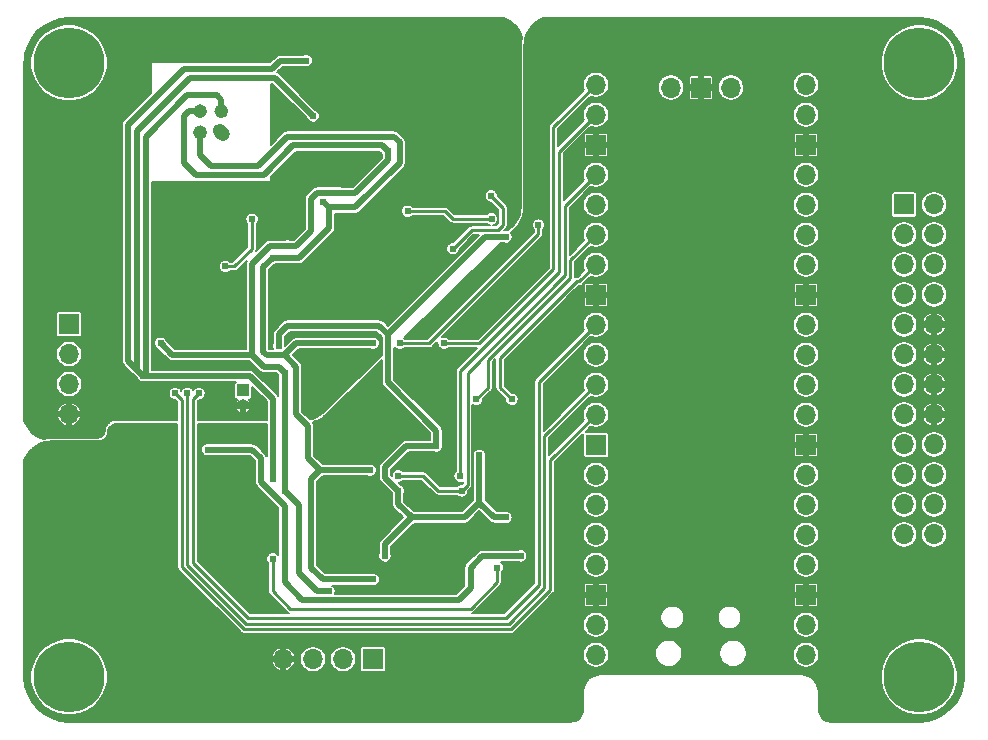
<source format=gbr>
%TF.GenerationSoftware,KiCad,Pcbnew,(5.1.10)-1*%
%TF.CreationDate,2021-08-08T16:35:40+05:30*%
%TF.ProjectId,Multislope IIA,4d756c74-6973-46c6-9f70-65204949412e,rev?*%
%TF.SameCoordinates,Original*%
%TF.FileFunction,Copper,L2,Bot*%
%TF.FilePolarity,Positive*%
%FSLAX46Y46*%
G04 Gerber Fmt 4.6, Leading zero omitted, Abs format (unit mm)*
G04 Created by KiCad (PCBNEW (5.1.10)-1) date 2021-08-08 16:35:40*
%MOMM*%
%LPD*%
G01*
G04 APERTURE LIST*
%TA.AperFunction,ComponentPad*%
%ADD10O,1.700000X1.700000*%
%TD*%
%TA.AperFunction,ComponentPad*%
%ADD11R,1.700000X1.700000*%
%TD*%
%TA.AperFunction,ComponentPad*%
%ADD12O,1.000000X1.000000*%
%TD*%
%TA.AperFunction,ComponentPad*%
%ADD13R,1.000000X1.000000*%
%TD*%
%TA.AperFunction,ComponentPad*%
%ADD14C,0.800000*%
%TD*%
%TA.AperFunction,ComponentPad*%
%ADD15C,6.000000*%
%TD*%
%TA.AperFunction,ViaPad*%
%ADD16C,0.609600*%
%TD*%
%TA.AperFunction,ViaPad*%
%ADD17C,0.800000*%
%TD*%
%TA.AperFunction,Conductor*%
%ADD18C,0.508000*%
%TD*%
%TA.AperFunction,Conductor*%
%ADD19C,0.254000*%
%TD*%
%TA.AperFunction,Conductor*%
%ADD20C,0.127000*%
%TD*%
%TA.AperFunction,Conductor*%
%ADD21C,0.100000*%
%TD*%
G04 APERTURE END LIST*
D10*
%TO.P,J3,24*%
%TO.N,/GP1*%
X187250000Y-113940000D03*
%TO.P,J3,23*%
%TO.N,/GP0*%
X184710000Y-113940000D03*
%TO.P,J3,22*%
%TO.N,/GP3*%
X187250000Y-111400000D03*
%TO.P,J3,21*%
%TO.N,/GP2*%
X184710000Y-111400000D03*
%TO.P,J3,20*%
%TO.N,/GP5*%
X187250000Y-108860000D03*
%TO.P,J3,19*%
%TO.N,/GP4*%
X184710000Y-108860000D03*
%TO.P,J3,18*%
%TO.N,/GP7*%
X187250000Y-106320000D03*
%TO.P,J3,17*%
%TO.N,/GP6*%
X184710000Y-106320000D03*
%TO.P,J3,16*%
%TO.N,GNDD*%
X187250000Y-103780000D03*
%TO.P,J3,15*%
%TO.N,+3V3*%
X184710000Y-103780000D03*
%TO.P,J3,14*%
%TO.N,GNDD*%
X187250000Y-101240000D03*
%TO.P,J3,13*%
%TO.N,+3V3*%
X184710000Y-101240000D03*
%TO.P,J3,12*%
%TO.N,GNDD*%
X187250000Y-98700000D03*
%TO.P,J3,11*%
%TO.N,+3V3*%
X184710000Y-98700000D03*
%TO.P,J3,10*%
%TO.N,GNDD*%
X187250000Y-96160000D03*
%TO.P,J3,9*%
%TO.N,+3V3*%
X184710000Y-96160000D03*
%TO.P,J3,8*%
%TO.N,/GP8*%
X187250000Y-93620000D03*
%TO.P,J3,7*%
%TO.N,/GP9*%
X184710000Y-93620000D03*
%TO.P,J3,6*%
%TO.N,/GP10*%
X187250000Y-91080000D03*
%TO.P,J3,5*%
%TO.N,/GP11*%
X184710000Y-91080000D03*
%TO.P,J3,4*%
%TO.N,/GP12*%
X187250000Y-88540000D03*
%TO.P,J3,3*%
%TO.N,/GP13*%
X184710000Y-88540000D03*
%TO.P,J3,2*%
%TO.N,/GP14*%
X187250000Y-86000000D03*
D11*
%TO.P,J3,1*%
%TO.N,/GP15*%
X184710000Y-86000000D03*
%TD*%
D10*
%TO.P,J1,4*%
%TO.N,GNDA*%
X114000000Y-103750000D03*
%TO.P,J1,3*%
%TO.N,Net-(J1-Pad3)*%
X114000000Y-101210000D03*
%TO.P,J1,2*%
%TO.N,GNDS*%
X114000000Y-98670000D03*
D11*
%TO.P,J1,1*%
%TO.N,Net-(J1-Pad1)*%
X114000000Y-96130000D03*
%TD*%
D12*
%TO.P,J5,2*%
%TO.N,GNDA*%
X128750000Y-103020000D03*
D13*
%TO.P,J5,1*%
%TO.N,/INT_OUT*%
X128750000Y-101750000D03*
%TD*%
%TO.P,IC1,4*%
%TO.N,-12VA*%
%TA.AperFunction,ComponentPad*%
G36*
G01*
X125526238Y-80322290D02*
X125526238Y-80322290D01*
G75*
G02*
X124677710Y-80322290I-424264J424264D01*
G01*
X124677710Y-80322290D01*
G75*
G02*
X124677710Y-79473762I424264J424264D01*
G01*
X124677710Y-79473762D01*
G75*
G02*
X125526238Y-79473762I424264J-424264D01*
G01*
X125526238Y-79473762D01*
G75*
G02*
X125526238Y-80322290I-424264J-424264D01*
G01*
G37*
%TD.AperFunction*%
%TO.P,IC1,3*%
%TO.N,+12VA*%
%TA.AperFunction,ComponentPad*%
G36*
G01*
X125526238Y-78526238D02*
X125526238Y-78526238D01*
G75*
G02*
X124677710Y-78526238I-424264J424264D01*
G01*
X124677710Y-78526238D01*
G75*
G02*
X124677710Y-77677710I424264J424264D01*
G01*
X124677710Y-77677710D01*
G75*
G02*
X125526238Y-77677710I424264J-424264D01*
G01*
X125526238Y-77677710D01*
G75*
G02*
X125526238Y-78526238I-424264J-424264D01*
G01*
G37*
%TD.AperFunction*%
%TO.P,IC1,2*%
%TO.N,GNDS*%
%TA.AperFunction,ComponentPad*%
G36*
G01*
X127322290Y-78526238D02*
X127322290Y-78526238D01*
G75*
G02*
X126473762Y-78526238I-424264J424264D01*
G01*
X126473762Y-78526238D01*
G75*
G02*
X126473762Y-77677710I424264J424264D01*
G01*
X126473762Y-77677710D01*
G75*
G02*
X127322290Y-77677710I424264J-424264D01*
G01*
X127322290Y-77677710D01*
G75*
G02*
X127322290Y-78526238I-424264J-424264D01*
G01*
G37*
%TD.AperFunction*%
%TO.P,IC1,1*%
%TO.N,/RAW*%
%TA.AperFunction,ComponentPad*%
G36*
G01*
X127463711Y-80463711D02*
X127463711Y-80463711D01*
G75*
G02*
X126615183Y-80463711I-424264J424264D01*
G01*
X126332341Y-80180869D01*
G75*
G02*
X126332341Y-79332341I424264J424264D01*
G01*
X126332341Y-79332341D01*
G75*
G02*
X127180869Y-79332341I424264J-424264D01*
G01*
X127463711Y-79615183D01*
G75*
G02*
X127463711Y-80463711I-424264J-424264D01*
G01*
G37*
%TD.AperFunction*%
%TD*%
D10*
%TO.P,U4,43*%
%TO.N,Net-(U4-Pad43)*%
X164960000Y-76100000D03*
D11*
%TO.P,U4,42*%
%TO.N,GNDD*%
X167500000Y-76100000D03*
D10*
%TO.P,U4,41*%
%TO.N,Net-(U4-Pad41)*%
X170040000Y-76100000D03*
%TO.P,U4,40*%
%TO.N,Net-(U4-Pad40)*%
X158610000Y-124130000D03*
%TO.P,U4,39*%
%TO.N,+5V*%
X158610000Y-121590000D03*
D11*
%TO.P,U4,38*%
%TO.N,GNDD*%
X158610000Y-119050000D03*
D10*
%TO.P,U4,37*%
%TO.N,Net-(U4-Pad37)*%
X158610000Y-116510000D03*
%TO.P,U4,36*%
%TO.N,+3V3*%
X158610000Y-113970000D03*
%TO.P,U4,35*%
%TO.N,+3.3VADC*%
X158610000Y-111430000D03*
%TO.P,U4,34*%
%TO.N,/MCU_ADC*%
X158610000Y-108890000D03*
D11*
%TO.P,U4,33*%
%TO.N,GNDA*%
X158610000Y-106350000D03*
D10*
%TO.P,U4,32*%
%TO.N,/MUX_A2*%
X158610000Y-103810000D03*
%TO.P,U4,31*%
%TO.N,/MUX_A1*%
X158610000Y-101270000D03*
%TO.P,U4,30*%
%TO.N,Net-(U4-Pad30)*%
X158610000Y-98730000D03*
%TO.P,U4,29*%
%TO.N,/MUX_A0*%
X158610000Y-96190000D03*
D11*
%TO.P,U4,28*%
%TO.N,GNDD*%
X158610000Y-93650000D03*
D10*
%TO.P,U4,27*%
%TO.N,/PWMB*%
X158610000Y-91110000D03*
%TO.P,U4,26*%
%TO.N,/PWMA*%
X158610000Y-88570000D03*
%TO.P,U4,25*%
%TO.N,/COMP*%
X158610000Y-86030000D03*
%TO.P,U4,24*%
%TO.N,/CLK*%
X158610000Y-83490000D03*
D11*
%TO.P,U4,23*%
%TO.N,GNDD*%
X158610000Y-80950000D03*
D10*
%TO.P,U4,22*%
%TO.N,/MEAS*%
X158610000Y-78410000D03*
%TO.P,U4,21*%
%TO.N,/SW_S1*%
X158610000Y-75870000D03*
%TO.P,U4,20*%
%TO.N,/GP15*%
X176390000Y-75870000D03*
%TO.P,U4,19*%
%TO.N,/GP14*%
X176390000Y-78410000D03*
D11*
%TO.P,U4,18*%
%TO.N,GNDD*%
X176390000Y-80950000D03*
D10*
%TO.P,U4,17*%
%TO.N,/GP13*%
X176390000Y-83490000D03*
%TO.P,U4,16*%
%TO.N,/GP12*%
X176390000Y-86030000D03*
%TO.P,U4,15*%
%TO.N,/GP11*%
X176390000Y-88570000D03*
%TO.P,U4,14*%
%TO.N,/GP10*%
X176390000Y-91110000D03*
D11*
%TO.P,U4,13*%
%TO.N,GNDD*%
X176390000Y-93650000D03*
D10*
%TO.P,U4,12*%
%TO.N,/GP9*%
X176390000Y-96190000D03*
%TO.P,U4,11*%
%TO.N,/GP8*%
X176390000Y-98730000D03*
%TO.P,U4,10*%
%TO.N,/GP7*%
X176390000Y-101270000D03*
%TO.P,U4,9*%
%TO.N,/GP6*%
X176390000Y-103810000D03*
D11*
%TO.P,U4,8*%
%TO.N,GNDD*%
X176390000Y-106350000D03*
D10*
%TO.P,U4,7*%
%TO.N,/GP5*%
X176390000Y-108890000D03*
%TO.P,U4,6*%
%TO.N,/GP4*%
X176390000Y-111430000D03*
%TO.P,U4,5*%
%TO.N,/GP3*%
X176390000Y-113970000D03*
%TO.P,U4,4*%
%TO.N,/GP2*%
X176390000Y-116510000D03*
D11*
%TO.P,U4,3*%
%TO.N,GNDD*%
X176390000Y-119050000D03*
D10*
%TO.P,U4,2*%
%TO.N,/GP1*%
X176390000Y-121590000D03*
%TO.P,U4,1*%
%TO.N,/GP0*%
X176390000Y-124130000D03*
%TD*%
%TO.P,J2,4*%
%TO.N,GNDD*%
X132130000Y-124500000D03*
%TO.P,J2,3*%
%TO.N,Net-(J2-Pad3)*%
X134670000Y-124500000D03*
%TO.P,J2,2*%
%TO.N,Net-(J2-Pad2)*%
X137210000Y-124500000D03*
D11*
%TO.P,J2,1*%
%TO.N,Net-(J2-Pad1)*%
X139750000Y-124500000D03*
%TD*%
D14*
%TO.P,H4,1*%
%TO.N,N/C*%
X187590990Y-72409010D03*
X186000000Y-71750000D03*
X184409010Y-72409010D03*
X183750000Y-74000000D03*
X184409010Y-75590990D03*
X186000000Y-76250000D03*
X187590990Y-75590990D03*
X188250000Y-74000000D03*
D15*
X186000000Y-74000000D03*
%TD*%
D14*
%TO.P,H3,1*%
%TO.N,N/C*%
X187590990Y-124409010D03*
X186000000Y-123750000D03*
X184409010Y-124409010D03*
X183750000Y-126000000D03*
X184409010Y-127590990D03*
X186000000Y-128250000D03*
X187590990Y-127590990D03*
X188250000Y-126000000D03*
D15*
X186000000Y-126000000D03*
%TD*%
D14*
%TO.P,H2,1*%
%TO.N,N/C*%
X115590990Y-124409010D03*
X114000000Y-123750000D03*
X112409010Y-124409010D03*
X111750000Y-126000000D03*
X112409010Y-127590990D03*
X114000000Y-128250000D03*
X115590990Y-127590990D03*
X116250000Y-126000000D03*
D15*
X114000000Y-126000000D03*
%TD*%
D14*
%TO.P,H1,1*%
%TO.N,N/C*%
X115590990Y-72409010D03*
X114000000Y-71750000D03*
X112409010Y-72409010D03*
X111750000Y-74000000D03*
X112409010Y-75590990D03*
X114000000Y-76250000D03*
X115590990Y-75590990D03*
X116250000Y-74000000D03*
D15*
X114000000Y-74000000D03*
%TD*%
D16*
%TO.N,GNDA*%
X142500000Y-77750000D03*
X144000000Y-79000000D03*
X142500000Y-83750000D03*
X135500000Y-92000000D03*
D17*
X126500000Y-95250000D03*
X126500000Y-96500000D03*
D16*
X135500000Y-84000000D03*
D17*
X120000000Y-72500000D03*
X122500000Y-72500000D03*
X125000000Y-72500000D03*
X127500000Y-72500000D03*
X145000000Y-72500000D03*
X147500000Y-72500000D03*
X150000000Y-72500000D03*
X112500000Y-80000000D03*
X112500000Y-82500000D03*
X112500000Y-85000000D03*
X112500000Y-87500000D03*
X112500000Y-90000000D03*
X112500000Y-92500000D03*
X150000000Y-75000000D03*
X150000000Y-77500000D03*
X150000000Y-80000000D03*
X150000000Y-82500000D03*
D16*
X126000000Y-88000000D03*
X139750000Y-82000000D03*
X138500000Y-89000000D03*
X133750000Y-99000000D03*
D17*
%TO.N,GNDD*%
X112500000Y-107500000D03*
X112500000Y-110000000D03*
X112500000Y-112500000D03*
X112500000Y-115000000D03*
X112500000Y-117500000D03*
X112500000Y-120000000D03*
X120000000Y-127500000D03*
X122500000Y-127500000D03*
X125000000Y-127500000D03*
X127500000Y-127500000D03*
X180000000Y-127500000D03*
X187500000Y-120000000D03*
X187500000Y-117500000D03*
X187500000Y-80000000D03*
X187500000Y-82500000D03*
X155000000Y-72500000D03*
X157500000Y-72500000D03*
X160000000Y-72500000D03*
X162500000Y-72500000D03*
X165000000Y-72500000D03*
X167500000Y-72500000D03*
X167500000Y-72500000D03*
X170000000Y-72500000D03*
X172500000Y-72500000D03*
X175000000Y-72500000D03*
X177500000Y-72500000D03*
X180000000Y-72500000D03*
D16*
X131000000Y-111500000D03*
X125750000Y-107750000D03*
D17*
X152250000Y-107250000D03*
X145500000Y-103500000D03*
D16*
X145250000Y-95750000D03*
%TO.N,+3.3VA*%
X140750000Y-115750000D03*
X145108990Y-106440000D03*
X148750000Y-107250000D03*
X151000000Y-112500000D03*
X151000000Y-88750000D03*
X131750000Y-98000000D03*
X141881810Y-110250000D03*
%TO.N,+12VA*%
X141000000Y-81500000D03*
X132500000Y-89500000D03*
X132250000Y-100250000D03*
X132250000Y-110250000D03*
X136000000Y-118750000D03*
X121750000Y-97750000D03*
%TO.N,-12VA*%
X131250000Y-90500000D03*
X139750000Y-97750000D03*
X139750000Y-117750000D03*
X139500000Y-108500000D03*
X135500000Y-85750000D03*
%TO.N,+3V3*%
X152250000Y-115750000D03*
X125750000Y-106750000D03*
%TO.N,/MUX_A2*%
X123000000Y-102000000D03*
%TO.N,/MUX_A1*%
X124025000Y-102000000D03*
%TO.N,/MEAS*%
X147118190Y-109000000D03*
%TO.N,/MUX_A0*%
X125000000Y-102000000D03*
%TO.N,/COMP*%
X153750000Y-87750000D03*
X142000000Y-97750000D03*
%TO.N,/SW_S1*%
X145750000Y-97750000D03*
%TO.N,/CLK*%
X147250000Y-110250000D03*
X141881810Y-108980000D03*
%TO.N,/+10VREF*%
X129500000Y-87250000D03*
X127250000Y-91250000D03*
%TO.N,/MCU_ADC*%
X150250000Y-116750000D03*
X131250000Y-116000000D03*
%TO.N,Net-(RN1-Pad3)*%
X142675000Y-86575000D03*
X149775000Y-87225000D03*
%TO.N,Net-(RN1-Pad8)*%
X146500000Y-89750000D03*
X149750004Y-85275000D03*
%TO.N,GNDS*%
X120250000Y-100500000D03*
X131250000Y-109250000D03*
X134075000Y-73825000D03*
X134668990Y-78500000D03*
%TO.N,/PWMA*%
X148500000Y-102500000D03*
%TO.N,/PWMB*%
X151500000Y-102500000D03*
%TD*%
D18*
%TO.N,GNDD*%
X129500000Y-110000000D02*
X131000000Y-111500000D01*
X129500000Y-108250000D02*
X129500000Y-110000000D01*
X129000000Y-107750000D02*
X129500000Y-108250000D01*
X125750000Y-107750000D02*
X129000000Y-107750000D01*
%TO.N,+3.3VA*%
X140750000Y-114750000D02*
X140750000Y-115750000D01*
X143000000Y-112500000D02*
X140750000Y-114750000D01*
X148750000Y-107250000D02*
X148750000Y-111250000D01*
X150000000Y-112500000D02*
X151000000Y-112500000D01*
X148750000Y-111250000D02*
X150000000Y-112500000D01*
X147500000Y-112500000D02*
X148750000Y-111250000D01*
X143000000Y-112500000D02*
X147500000Y-112500000D01*
X141000000Y-97000000D02*
X140250000Y-96250000D01*
X141000000Y-101040505D02*
X141000000Y-97000000D01*
X145108990Y-105149495D02*
X141000000Y-101040505D01*
X145108990Y-106440000D02*
X145108990Y-105149495D01*
X132500000Y-96250000D02*
X140250000Y-96250000D01*
X131750000Y-97000000D02*
X132500000Y-96250000D01*
X131750000Y-98000000D02*
X131750000Y-97000000D01*
X149250000Y-88750000D02*
X151000000Y-88750000D01*
X141000000Y-97000000D02*
X149250000Y-88750000D01*
X140750000Y-109118190D02*
X141881810Y-110250000D01*
X140750000Y-108250000D02*
X140750000Y-109118190D01*
X142560000Y-106440000D02*
X140750000Y-108250000D01*
X141881810Y-111381810D02*
X141881810Y-110250000D01*
X143000000Y-112500000D02*
X141881810Y-111381810D01*
X145108990Y-106440000D02*
X142560000Y-106440000D01*
%TO.N,+12VA*%
X131000000Y-89500000D02*
X132500000Y-89500000D01*
X135000000Y-118750000D02*
X136000000Y-118750000D01*
X133462500Y-117212500D02*
X135000000Y-118750000D01*
X130500000Y-99750000D02*
X129750000Y-99000000D01*
X131750000Y-99750000D02*
X130500000Y-99750000D01*
X132250000Y-100250000D02*
X131750000Y-99750000D01*
X133462500Y-111462500D02*
X132250000Y-110250000D01*
X133462500Y-117212500D02*
X133462500Y-111462500D01*
X133000000Y-81000000D02*
X130500000Y-83500000D01*
X140500000Y-81000000D02*
X133000000Y-81000000D01*
X141000000Y-81500000D02*
X140500000Y-81000000D01*
X124125000Y-78101974D02*
X125101974Y-78101974D01*
X123750000Y-78476974D02*
X124125000Y-78101974D01*
X123750000Y-82500000D02*
X123750000Y-78476974D01*
X124750000Y-83500000D02*
X123750000Y-82500000D01*
X130500000Y-83500000D02*
X124750000Y-83500000D01*
X129500000Y-91000000D02*
X131000000Y-89500000D01*
X129500000Y-98750000D02*
X129500000Y-91000000D01*
X129750000Y-99000000D02*
X129500000Y-98750000D01*
X122750000Y-98750000D02*
X121750000Y-97750000D01*
X129500000Y-98750000D02*
X122750000Y-98750000D01*
X141000000Y-82250000D02*
X141000000Y-81500000D01*
X136991199Y-84991199D02*
X137000000Y-85000000D01*
X135008801Y-84991199D02*
X136991199Y-84991199D01*
X134500000Y-85500000D02*
X135008801Y-84991199D01*
X137000000Y-85000000D02*
X138250000Y-85000000D01*
X134500000Y-88250000D02*
X134500000Y-85500000D01*
X138250000Y-85000000D02*
X141000000Y-82250000D01*
X133250000Y-89500000D02*
X134500000Y-88250000D01*
X132500000Y-89500000D02*
X133250000Y-89500000D01*
X132250000Y-104000000D02*
X132250000Y-110250000D01*
X132250000Y-100250000D02*
X132250000Y-104000000D01*
%TO.N,-12VA*%
X130458010Y-98458010D02*
X130758801Y-98758801D01*
X130458010Y-91291990D02*
X130458010Y-98458010D01*
X131250000Y-90500000D02*
X130458010Y-91291990D01*
X130758801Y-98758801D02*
X132241199Y-98758801D01*
X134250000Y-107500000D02*
X135250000Y-108500000D01*
X134250000Y-104750000D02*
X134250000Y-107500000D01*
X133250000Y-103750000D02*
X134250000Y-104750000D01*
X133250000Y-99750000D02*
X133250000Y-103750000D01*
X132258801Y-98758801D02*
X133250000Y-99750000D01*
X135250000Y-108500000D02*
X139500000Y-108500000D01*
X132241199Y-98758801D02*
X132258801Y-98758801D01*
X135250000Y-108500000D02*
X134500000Y-109250000D01*
X134500000Y-109250000D02*
X134500000Y-116750000D01*
X134500000Y-116750000D02*
X135500000Y-117750000D01*
X135500000Y-117750000D02*
X139750000Y-117750000D01*
X136000000Y-86250000D02*
X135500000Y-85750000D01*
X136000000Y-88000000D02*
X136000000Y-86250000D01*
X133500000Y-90500000D02*
X136000000Y-88000000D01*
X131250000Y-90500000D02*
X133500000Y-90500000D01*
X138250000Y-86250000D02*
X136000000Y-86250000D01*
X142000000Y-82500000D02*
X138250000Y-86250000D01*
X141500000Y-80250000D02*
X142000000Y-80750000D01*
X132500000Y-80250000D02*
X141500000Y-80250000D01*
X130000000Y-82750000D02*
X132500000Y-80250000D01*
X126000000Y-82750000D02*
X130000000Y-82750000D01*
X125101974Y-81851974D02*
X126000000Y-82750000D01*
X142000000Y-80750000D02*
X142000000Y-82500000D01*
X125101974Y-79898026D02*
X125101974Y-81851974D01*
X133250000Y-97750000D02*
X139750000Y-97750000D01*
X132241199Y-98758801D02*
X133250000Y-97750000D01*
%TO.N,+3V3*%
X125750000Y-106750000D02*
X125750000Y-106750000D01*
X129500000Y-106750000D02*
X125750000Y-106750000D01*
X130250000Y-109500000D02*
X130250000Y-107500000D01*
X132250000Y-118000000D02*
X132250000Y-111500000D01*
X132250000Y-111500000D02*
X130250000Y-109500000D01*
X146991199Y-119508801D02*
X133758801Y-119508801D01*
X133758801Y-119508801D02*
X132250000Y-118000000D01*
X148000000Y-118500000D02*
X146991199Y-119508801D01*
X148000000Y-116750000D02*
X148000000Y-118500000D01*
X130250000Y-107500000D02*
X129500000Y-106750000D01*
X149000000Y-115750000D02*
X148000000Y-116750000D01*
X152250000Y-115750000D02*
X149000000Y-115750000D01*
D19*
%TO.N,/MUX_A2*%
X151438057Y-121954010D02*
X154750000Y-118642067D01*
X128811943Y-121954009D02*
X151438057Y-121954010D01*
X123570990Y-116713057D02*
X128811943Y-121954009D01*
X123570990Y-102570990D02*
X123570990Y-116713057D01*
X123000000Y-102000000D02*
X123570990Y-102570990D01*
X154750000Y-107670000D02*
X158610000Y-103810000D01*
X154750000Y-118642067D02*
X154750000Y-107670000D01*
%TO.N,/MUX_A1*%
X129000000Y-121500000D02*
X151250000Y-121500000D01*
X124025000Y-116525000D02*
X129000000Y-121500000D01*
X151250000Y-121500000D02*
X154250000Y-118500000D01*
X124025000Y-102000000D02*
X124025000Y-116525000D01*
X154250000Y-105630000D02*
X158610000Y-101270000D01*
X154250000Y-118500000D02*
X154250000Y-105630000D01*
%TO.N,/MEAS*%
X147118190Y-100131810D02*
X147118190Y-109000000D01*
X155500000Y-91750000D02*
X147118190Y-100131810D01*
X155500000Y-81520000D02*
X155500000Y-91750000D01*
X158610000Y-78410000D02*
X155500000Y-81520000D01*
%TO.N,/MUX_A0*%
X151000000Y-121000000D02*
X153795990Y-118204010D01*
X129142066Y-121000000D02*
X151000000Y-121000000D01*
X124500000Y-116357934D02*
X129142066Y-121000000D01*
X124500000Y-102500000D02*
X124500000Y-116357934D01*
X125000000Y-102000000D02*
X124500000Y-102500000D01*
X153795990Y-101004010D02*
X158610000Y-96190000D01*
X153795990Y-118204010D02*
X153795990Y-101004010D01*
%TO.N,/COMP*%
X144500000Y-97750000D02*
X142000000Y-97750000D01*
X153750000Y-88500000D02*
X144500000Y-97750000D01*
X153750000Y-87750000D02*
X153750000Y-88500000D01*
%TO.N,/SW_S1*%
X158610000Y-75870000D02*
X155000000Y-79480000D01*
X155000000Y-91500000D02*
X148750000Y-97750000D01*
X148750000Y-97750000D02*
X145750000Y-97750000D01*
X155000000Y-79480000D02*
X155000000Y-91500000D01*
%TO.N,/CLK*%
X145250000Y-110250000D02*
X147250000Y-110250000D01*
X143980000Y-108980000D02*
X145250000Y-110250000D01*
X143980000Y-108980000D02*
X144020000Y-108980000D01*
X156000000Y-86100000D02*
X158610000Y-83490000D01*
X147750000Y-100250000D02*
X156000000Y-92000000D01*
X156000000Y-92000000D02*
X156000000Y-86100000D01*
X147750000Y-109750000D02*
X147750000Y-100250000D01*
X147250000Y-110250000D02*
X147750000Y-109750000D01*
X143980000Y-108980000D02*
X141881810Y-108980000D01*
%TO.N,/+10VREF*%
X129500000Y-87250000D02*
X129500000Y-89750000D01*
X128000000Y-91250000D02*
X127250000Y-91250000D01*
X129500000Y-89750000D02*
X128000000Y-91250000D01*
%TO.N,/MCU_ADC*%
X150250000Y-118000000D02*
X150250000Y-116750000D01*
X148000000Y-120250000D02*
X150250000Y-118000000D01*
X132750000Y-120250000D02*
X148000000Y-120250000D01*
X131250000Y-118750000D02*
X132750000Y-120250000D01*
X131250000Y-116000000D02*
X131250000Y-118750000D01*
%TO.N,Net-(RN1-Pad3)*%
X146475000Y-87225000D02*
X149775000Y-87225000D01*
X145825000Y-86575000D02*
X146475000Y-87225000D01*
X142675000Y-86575000D02*
X145825000Y-86575000D01*
%TO.N,Net-(RN1-Pad8)*%
X149750004Y-85275000D02*
X150750000Y-86274996D01*
X150331011Y-88168989D02*
X148081011Y-88168989D01*
X150750000Y-86274996D02*
X150750000Y-87750000D01*
X150750000Y-87750000D02*
X150331011Y-88168989D01*
X148081011Y-88168989D02*
X146500000Y-89750000D01*
D18*
%TO.N,GNDS*%
X131250000Y-102432798D02*
X131250000Y-109250000D01*
X129317202Y-100500000D02*
X131250000Y-102432798D01*
X120250000Y-100500000D02*
X129317202Y-100500000D01*
X119000000Y-99250000D02*
X120250000Y-100500000D01*
X123750000Y-74500000D02*
X119000000Y-79250000D01*
X119000000Y-79250000D02*
X119000000Y-99250000D01*
X131200000Y-74500000D02*
X123750000Y-74500000D01*
X131875000Y-73825000D02*
X131200000Y-74500000D01*
X134075000Y-73825000D02*
X131875000Y-73825000D01*
X131418990Y-75250000D02*
X134668990Y-78500000D01*
X119750000Y-79750000D02*
X124250000Y-75250000D01*
X124250000Y-75250000D02*
X131418990Y-75250000D01*
X119750000Y-100000000D02*
X119750000Y-79750000D01*
X120250000Y-100500000D02*
X119750000Y-100000000D01*
X120500000Y-100250000D02*
X120250000Y-100500000D01*
X120500000Y-80250000D02*
X120500000Y-100250000D01*
X124000000Y-76750000D02*
X120500000Y-80250000D01*
X126500000Y-76750000D02*
X124000000Y-76750000D01*
X126898026Y-77148026D02*
X126500000Y-76750000D01*
X126898026Y-78101974D02*
X126898026Y-77148026D01*
D19*
%TO.N,/PWMA*%
X156454010Y-90725990D02*
X158610000Y-88570000D01*
X156454010Y-92188057D02*
X156454010Y-90725990D01*
X149500000Y-99142067D02*
X156454010Y-92188057D01*
X149500000Y-101500000D02*
X149500000Y-99142067D01*
X148500000Y-102500000D02*
X149500000Y-101500000D01*
%TO.N,/PWMB*%
X157220000Y-92500000D02*
X158610000Y-91110000D01*
X157000000Y-92500000D02*
X157220000Y-92500000D01*
X150500000Y-99000000D02*
X157000000Y-92500000D01*
X150500000Y-101500000D02*
X150500000Y-99000000D01*
X151500000Y-102500000D02*
X150500000Y-101500000D01*
%TD*%
D20*
%TO.N,GNDA*%
X150838136Y-70224541D02*
X151110835Y-70347273D01*
X151366745Y-70501975D01*
X151602150Y-70686403D01*
X151813597Y-70897850D01*
X151998025Y-71133255D01*
X152152727Y-71389165D01*
X152275459Y-71661864D01*
X152328746Y-71832866D01*
X152322239Y-71853746D01*
X152314624Y-71884640D01*
X152259335Y-72186339D01*
X152255500Y-72217928D01*
X152236981Y-72524091D01*
X152236500Y-72540000D01*
X152236500Y-86178479D01*
X152216097Y-86486947D01*
X152156955Y-86781499D01*
X152059534Y-87065692D01*
X151925526Y-87334581D01*
X151757273Y-87583472D01*
X151551902Y-87814561D01*
X151158711Y-88202135D01*
X151055973Y-88181700D01*
X150944027Y-88181700D01*
X150852307Y-88199944D01*
X151012565Y-88039686D01*
X151027461Y-88027461D01*
X151076260Y-87968000D01*
X151112520Y-87900161D01*
X151134849Y-87826551D01*
X151140500Y-87769178D01*
X151142389Y-87750000D01*
X151140500Y-87730822D01*
X151140500Y-86294177D01*
X151142389Y-86274996D01*
X151134850Y-86198444D01*
X151112520Y-86124835D01*
X151098154Y-86097958D01*
X151076260Y-86056996D01*
X151027461Y-85997535D01*
X151012566Y-85985311D01*
X150318304Y-85291050D01*
X150318304Y-85219027D01*
X150296465Y-85109233D01*
X150253625Y-85005809D01*
X150191432Y-84912730D01*
X150112274Y-84833572D01*
X150019195Y-84771379D01*
X149915771Y-84728539D01*
X149805977Y-84706700D01*
X149694031Y-84706700D01*
X149584237Y-84728539D01*
X149480813Y-84771379D01*
X149387734Y-84833572D01*
X149308576Y-84912730D01*
X149246383Y-85005809D01*
X149203543Y-85109233D01*
X149181704Y-85219027D01*
X149181704Y-85330973D01*
X149203543Y-85440767D01*
X149246383Y-85544191D01*
X149308576Y-85637270D01*
X149387734Y-85716428D01*
X149480813Y-85778621D01*
X149584237Y-85821461D01*
X149694031Y-85843300D01*
X149766054Y-85843300D01*
X150359500Y-86436747D01*
X150359501Y-87588248D01*
X150169261Y-87778489D01*
X149905434Y-87778489D01*
X149940767Y-87771461D01*
X150044191Y-87728621D01*
X150137270Y-87666428D01*
X150216428Y-87587270D01*
X150278621Y-87494191D01*
X150321461Y-87390767D01*
X150343300Y-87280973D01*
X150343300Y-87169027D01*
X150321461Y-87059233D01*
X150278621Y-86955809D01*
X150216428Y-86862730D01*
X150137270Y-86783572D01*
X150044191Y-86721379D01*
X149940767Y-86678539D01*
X149830973Y-86656700D01*
X149719027Y-86656700D01*
X149609233Y-86678539D01*
X149505809Y-86721379D01*
X149412730Y-86783572D01*
X149361802Y-86834500D01*
X146636751Y-86834500D01*
X146114690Y-86312440D01*
X146102461Y-86297539D01*
X146043000Y-86248740D01*
X145975161Y-86212480D01*
X145901551Y-86190151D01*
X145844178Y-86184500D01*
X145825000Y-86182611D01*
X145805822Y-86184500D01*
X143088198Y-86184500D01*
X143037270Y-86133572D01*
X142944191Y-86071379D01*
X142840767Y-86028539D01*
X142730973Y-86006700D01*
X142619027Y-86006700D01*
X142509233Y-86028539D01*
X142405809Y-86071379D01*
X142312730Y-86133572D01*
X142233572Y-86212730D01*
X142171379Y-86305809D01*
X142128539Y-86409233D01*
X142106700Y-86519027D01*
X142106700Y-86630973D01*
X142128539Y-86740767D01*
X142171379Y-86844191D01*
X142233572Y-86937270D01*
X142312730Y-87016428D01*
X142405809Y-87078621D01*
X142509233Y-87121461D01*
X142619027Y-87143300D01*
X142730973Y-87143300D01*
X142840767Y-87121461D01*
X142944191Y-87078621D01*
X143037270Y-87016428D01*
X143088198Y-86965500D01*
X145663250Y-86965500D01*
X146185314Y-87487565D01*
X146197539Y-87502461D01*
X146257000Y-87551260D01*
X146317266Y-87583472D01*
X146324839Y-87587520D01*
X146398448Y-87609850D01*
X146475000Y-87617389D01*
X146494181Y-87615500D01*
X149361802Y-87615500D01*
X149412730Y-87666428D01*
X149505809Y-87728621D01*
X149609233Y-87771461D01*
X149644566Y-87778489D01*
X148100181Y-87778489D01*
X148081010Y-87776601D01*
X148061839Y-87778489D01*
X148061833Y-87778489D01*
X148012374Y-87783360D01*
X148004459Y-87784140D01*
X147963842Y-87796461D01*
X147930850Y-87806469D01*
X147863011Y-87842729D01*
X147803550Y-87891528D01*
X147791321Y-87906429D01*
X146516050Y-89181700D01*
X146444027Y-89181700D01*
X146334233Y-89203539D01*
X146230809Y-89246379D01*
X146137730Y-89308572D01*
X146058572Y-89387730D01*
X145996379Y-89480809D01*
X145953539Y-89584233D01*
X145931700Y-89694027D01*
X145931700Y-89805973D01*
X145953539Y-89915767D01*
X145996379Y-90019191D01*
X146058572Y-90112270D01*
X146137730Y-90191428D01*
X146230809Y-90253621D01*
X146334233Y-90296461D01*
X146444027Y-90318300D01*
X146555973Y-90318300D01*
X146665767Y-90296461D01*
X146769191Y-90253621D01*
X146862270Y-90191428D01*
X146941428Y-90112270D01*
X147003621Y-90019191D01*
X147046461Y-89915767D01*
X147068300Y-89805973D01*
X147068300Y-89733950D01*
X148242761Y-88559489D01*
X148708656Y-88559489D01*
X141000000Y-96268145D01*
X140633903Y-95902048D01*
X140617698Y-95882302D01*
X140538898Y-95817633D01*
X140448997Y-95769580D01*
X140351448Y-95739989D01*
X140275413Y-95732500D01*
X140250000Y-95729997D01*
X140224587Y-95732500D01*
X132525412Y-95732500D01*
X132499999Y-95729997D01*
X132398551Y-95739989D01*
X132301003Y-95769580D01*
X132211102Y-95817633D01*
X132132302Y-95882302D01*
X132116101Y-95902043D01*
X131402043Y-96616102D01*
X131382303Y-96632302D01*
X131317634Y-96711102D01*
X131291949Y-96759156D01*
X131269580Y-96801004D01*
X131239989Y-96898553D01*
X131229997Y-97000000D01*
X131232501Y-97025422D01*
X131232500Y-97764315D01*
X131203539Y-97834233D01*
X131181700Y-97944027D01*
X131181700Y-98055973D01*
X131203539Y-98165767D01*
X131234826Y-98241301D01*
X130975510Y-98241301D01*
X130975510Y-91506345D01*
X131449274Y-91032582D01*
X131485684Y-91017500D01*
X133474587Y-91017500D01*
X133500000Y-91020003D01*
X133525413Y-91017500D01*
X133601448Y-91010011D01*
X133698997Y-90980420D01*
X133788898Y-90932367D01*
X133867698Y-90867698D01*
X133883903Y-90847952D01*
X136347952Y-88383903D01*
X136367698Y-88367698D01*
X136432367Y-88288898D01*
X136480420Y-88198997D01*
X136510011Y-88101448D01*
X136517500Y-88025413D01*
X136517500Y-88025412D01*
X136520003Y-88000000D01*
X136517500Y-87974587D01*
X136517500Y-86767500D01*
X138224587Y-86767500D01*
X138250000Y-86770003D01*
X138275413Y-86767500D01*
X138351448Y-86760011D01*
X138448997Y-86730420D01*
X138538898Y-86682367D01*
X138617698Y-86617698D01*
X138633903Y-86597952D01*
X142347952Y-82883903D01*
X142367698Y-82867698D01*
X142432367Y-82788898D01*
X142480420Y-82698997D01*
X142510011Y-82601448D01*
X142517500Y-82525413D01*
X142517500Y-82525412D01*
X142520003Y-82500000D01*
X142517500Y-82474587D01*
X142517500Y-80775413D01*
X142520003Y-80750000D01*
X142510011Y-80648552D01*
X142505082Y-80632302D01*
X142480420Y-80551003D01*
X142432367Y-80461102D01*
X142367698Y-80382302D01*
X142347952Y-80366097D01*
X141883903Y-79902048D01*
X141867698Y-79882302D01*
X141788898Y-79817633D01*
X141698997Y-79769580D01*
X141601448Y-79739989D01*
X141525413Y-79732500D01*
X141500000Y-79729997D01*
X141474587Y-79732500D01*
X132525413Y-79732500D01*
X132500000Y-79729997D01*
X132474587Y-79732500D01*
X132398552Y-79739989D01*
X132301003Y-79769580D01*
X132211102Y-79817633D01*
X132132302Y-79882302D01*
X132116097Y-79902048D01*
X131063500Y-80954645D01*
X131063500Y-75767500D01*
X131204635Y-75767500D01*
X134136408Y-78699274D01*
X134165369Y-78769191D01*
X134227562Y-78862270D01*
X134306720Y-78941428D01*
X134399799Y-79003621D01*
X134503223Y-79046461D01*
X134613017Y-79068300D01*
X134724963Y-79068300D01*
X134834757Y-79046461D01*
X134938181Y-79003621D01*
X135031260Y-78941428D01*
X135110418Y-78862270D01*
X135172611Y-78769191D01*
X135215451Y-78665767D01*
X135237290Y-78555973D01*
X135237290Y-78444027D01*
X135215451Y-78334233D01*
X135172611Y-78230809D01*
X135110418Y-78137730D01*
X135031260Y-78058572D01*
X134938181Y-77996379D01*
X134868264Y-77967418D01*
X131802893Y-74902048D01*
X131786688Y-74882302D01*
X131707888Y-74817633D01*
X131646848Y-74785007D01*
X132089356Y-74342500D01*
X133839316Y-74342500D01*
X133909233Y-74371461D01*
X134019027Y-74393300D01*
X134130973Y-74393300D01*
X134240767Y-74371461D01*
X134344191Y-74328621D01*
X134437270Y-74266428D01*
X134516428Y-74187270D01*
X134578621Y-74094191D01*
X134621461Y-73990767D01*
X134643300Y-73880973D01*
X134643300Y-73769027D01*
X134621461Y-73659233D01*
X134578621Y-73555809D01*
X134516428Y-73462730D01*
X134437270Y-73383572D01*
X134344191Y-73321379D01*
X134240767Y-73278539D01*
X134130973Y-73256700D01*
X134019027Y-73256700D01*
X133909233Y-73278539D01*
X133839316Y-73307500D01*
X131900412Y-73307500D01*
X131874999Y-73304997D01*
X131773551Y-73314989D01*
X131734349Y-73326881D01*
X131676003Y-73344580D01*
X131586102Y-73392633D01*
X131507302Y-73457302D01*
X131491101Y-73477043D01*
X131025936Y-73942209D01*
X131024300Y-73941334D01*
X131012388Y-73937720D01*
X131000000Y-73936500D01*
X121000000Y-73936500D01*
X120987612Y-73937720D01*
X120975700Y-73941334D01*
X120964721Y-73947202D01*
X120955099Y-73955099D01*
X120947202Y-73964721D01*
X120941334Y-73975700D01*
X120937720Y-73987612D01*
X120936500Y-74000000D01*
X120936500Y-76581645D01*
X118652048Y-78866097D01*
X118632302Y-78882302D01*
X118567633Y-78961102D01*
X118522008Y-79046461D01*
X118519580Y-79051004D01*
X118489989Y-79148553D01*
X118479997Y-79250000D01*
X118482500Y-79275413D01*
X118482501Y-99224577D01*
X118479997Y-99250000D01*
X118489989Y-99351447D01*
X118519580Y-99448996D01*
X118536151Y-99479997D01*
X118567634Y-99538898D01*
X118632303Y-99617698D01*
X118652043Y-99633898D01*
X119366100Y-100347955D01*
X119382302Y-100367698D01*
X119402045Y-100383900D01*
X119717418Y-100699274D01*
X119746379Y-100769191D01*
X119808572Y-100862270D01*
X119887730Y-100941428D01*
X119980809Y-101003621D01*
X120084233Y-101046461D01*
X120194027Y-101068300D01*
X120305973Y-101068300D01*
X120415767Y-101046461D01*
X120485684Y-101017500D01*
X128126001Y-101017500D01*
X128102899Y-101029848D01*
X128062777Y-101062777D01*
X128029848Y-101102899D01*
X128005381Y-101148675D01*
X127990314Y-101198345D01*
X127985226Y-101250000D01*
X127985226Y-102250000D01*
X127990314Y-102301655D01*
X128005381Y-102351325D01*
X128029848Y-102397101D01*
X128062777Y-102437223D01*
X128102899Y-102470152D01*
X128148675Y-102494619D01*
X128198345Y-102509686D01*
X128250000Y-102514774D01*
X128284095Y-102514774D01*
X128240780Y-102553624D01*
X128159579Y-102661929D01*
X128124270Y-102728020D01*
X128135998Y-102829500D01*
X128559500Y-102829500D01*
X128559500Y-102809500D01*
X128940500Y-102809500D01*
X128940500Y-102829500D01*
X129364002Y-102829500D01*
X129375730Y-102728020D01*
X129340421Y-102661929D01*
X129259220Y-102553624D01*
X129215905Y-102514774D01*
X129250000Y-102514774D01*
X129301655Y-102509686D01*
X129351325Y-102494619D01*
X129397101Y-102470152D01*
X129437223Y-102437223D01*
X129470152Y-102397101D01*
X129494619Y-102351325D01*
X129509686Y-102301655D01*
X129514774Y-102250000D01*
X129514774Y-101429427D01*
X130732500Y-102647154D01*
X130732500Y-104236500D01*
X124890500Y-104236500D01*
X124890500Y-103311980D01*
X128124270Y-103311980D01*
X128159579Y-103378071D01*
X128240780Y-103486376D01*
X128341550Y-103576759D01*
X128458017Y-103645746D01*
X128559500Y-103636093D01*
X128559500Y-103210500D01*
X128940500Y-103210500D01*
X128940500Y-103636093D01*
X129041983Y-103645746D01*
X129158450Y-103576759D01*
X129259220Y-103486376D01*
X129340421Y-103378071D01*
X129375730Y-103311980D01*
X129364002Y-103210500D01*
X128940500Y-103210500D01*
X128559500Y-103210500D01*
X128135998Y-103210500D01*
X128124270Y-103311980D01*
X124890500Y-103311980D01*
X124890500Y-102661750D01*
X124983950Y-102568300D01*
X125055973Y-102568300D01*
X125165767Y-102546461D01*
X125269191Y-102503621D01*
X125362270Y-102441428D01*
X125441428Y-102362270D01*
X125503621Y-102269191D01*
X125546461Y-102165767D01*
X125568300Y-102055973D01*
X125568300Y-101944027D01*
X125546461Y-101834233D01*
X125503621Y-101730809D01*
X125441428Y-101637730D01*
X125362270Y-101558572D01*
X125269191Y-101496379D01*
X125165767Y-101453539D01*
X125055973Y-101431700D01*
X124944027Y-101431700D01*
X124834233Y-101453539D01*
X124730809Y-101496379D01*
X124637730Y-101558572D01*
X124558572Y-101637730D01*
X124512500Y-101706682D01*
X124466428Y-101637730D01*
X124387270Y-101558572D01*
X124294191Y-101496379D01*
X124190767Y-101453539D01*
X124080973Y-101431700D01*
X123969027Y-101431700D01*
X123859233Y-101453539D01*
X123755809Y-101496379D01*
X123662730Y-101558572D01*
X123583572Y-101637730D01*
X123521379Y-101730809D01*
X123512500Y-101752245D01*
X123503621Y-101730809D01*
X123441428Y-101637730D01*
X123362270Y-101558572D01*
X123269191Y-101496379D01*
X123165767Y-101453539D01*
X123055973Y-101431700D01*
X122944027Y-101431700D01*
X122834233Y-101453539D01*
X122730809Y-101496379D01*
X122637730Y-101558572D01*
X122558572Y-101637730D01*
X122496379Y-101730809D01*
X122453539Y-101834233D01*
X122431700Y-101944027D01*
X122431700Y-102055973D01*
X122453539Y-102165767D01*
X122496379Y-102269191D01*
X122558572Y-102362270D01*
X122637730Y-102441428D01*
X122730809Y-102503621D01*
X122834233Y-102546461D01*
X122944027Y-102568300D01*
X123016049Y-102568300D01*
X123180490Y-102732741D01*
X123180490Y-104236500D01*
X118000000Y-104236500D01*
X117970498Y-104238157D01*
X117803607Y-104256961D01*
X117746081Y-104270091D01*
X117587559Y-104325560D01*
X117534396Y-104351161D01*
X117392192Y-104440514D01*
X117346060Y-104477303D01*
X117227303Y-104596060D01*
X117190514Y-104642192D01*
X117101161Y-104784396D01*
X117075560Y-104837559D01*
X117020091Y-104996081D01*
X117006961Y-105053607D01*
X116972677Y-105357887D01*
X116936821Y-105460358D01*
X116879058Y-105552287D01*
X116802287Y-105629058D01*
X116710358Y-105686821D01*
X116607887Y-105722677D01*
X116485204Y-105736500D01*
X112540000Y-105736500D01*
X112524091Y-105736981D01*
X112217928Y-105755500D01*
X112186339Y-105759335D01*
X111884640Y-105814624D01*
X111853746Y-105822239D01*
X111832866Y-105828746D01*
X111661864Y-105775459D01*
X111389165Y-105652727D01*
X111133255Y-105498025D01*
X110897850Y-105313597D01*
X110686403Y-105102150D01*
X110501975Y-104866745D01*
X110347273Y-104610835D01*
X110224541Y-104338136D01*
X110215500Y-104309122D01*
X110215500Y-104098173D01*
X113019482Y-104098173D01*
X113060465Y-104197142D01*
X113165751Y-104371844D01*
X113303097Y-104522649D01*
X113467224Y-104643762D01*
X113651825Y-104730528D01*
X113809500Y-104725298D01*
X113809500Y-103940500D01*
X114190500Y-103940500D01*
X114190500Y-104725298D01*
X114348175Y-104730528D01*
X114532776Y-104643762D01*
X114696903Y-104522649D01*
X114834249Y-104371844D01*
X114939535Y-104197142D01*
X114980518Y-104098173D01*
X114974428Y-103940500D01*
X114190500Y-103940500D01*
X113809500Y-103940500D01*
X113025572Y-103940500D01*
X113019482Y-104098173D01*
X110215500Y-104098173D01*
X110215500Y-103401827D01*
X113019482Y-103401827D01*
X113025572Y-103559500D01*
X113809500Y-103559500D01*
X113809500Y-102774702D01*
X114190500Y-102774702D01*
X114190500Y-103559500D01*
X114974428Y-103559500D01*
X114980518Y-103401827D01*
X114939535Y-103302858D01*
X114834249Y-103128156D01*
X114696903Y-102977351D01*
X114532776Y-102856238D01*
X114348175Y-102769472D01*
X114190500Y-102774702D01*
X113809500Y-102774702D01*
X113651825Y-102769472D01*
X113467224Y-102856238D01*
X113303097Y-102977351D01*
X113165751Y-103128156D01*
X113060465Y-103302858D01*
X113019482Y-103401827D01*
X110215500Y-103401827D01*
X110215500Y-101100330D01*
X112886500Y-101100330D01*
X112886500Y-101319670D01*
X112929291Y-101534796D01*
X113013229Y-101737440D01*
X113135088Y-101919815D01*
X113290185Y-102074912D01*
X113472560Y-102196771D01*
X113675204Y-102280709D01*
X113890330Y-102323500D01*
X114109670Y-102323500D01*
X114324796Y-102280709D01*
X114527440Y-102196771D01*
X114709815Y-102074912D01*
X114864912Y-101919815D01*
X114986771Y-101737440D01*
X115070709Y-101534796D01*
X115113500Y-101319670D01*
X115113500Y-101100330D01*
X115070709Y-100885204D01*
X114986771Y-100682560D01*
X114864912Y-100500185D01*
X114709815Y-100345088D01*
X114527440Y-100223229D01*
X114324796Y-100139291D01*
X114109670Y-100096500D01*
X113890330Y-100096500D01*
X113675204Y-100139291D01*
X113472560Y-100223229D01*
X113290185Y-100345088D01*
X113135088Y-100500185D01*
X113013229Y-100682560D01*
X112929291Y-100885204D01*
X112886500Y-101100330D01*
X110215500Y-101100330D01*
X110215500Y-98560330D01*
X112886500Y-98560330D01*
X112886500Y-98779670D01*
X112929291Y-98994796D01*
X113013229Y-99197440D01*
X113135088Y-99379815D01*
X113290185Y-99534912D01*
X113472560Y-99656771D01*
X113675204Y-99740709D01*
X113890330Y-99783500D01*
X114109670Y-99783500D01*
X114324796Y-99740709D01*
X114527440Y-99656771D01*
X114709815Y-99534912D01*
X114864912Y-99379815D01*
X114986771Y-99197440D01*
X115070709Y-98994796D01*
X115113500Y-98779670D01*
X115113500Y-98560330D01*
X115070709Y-98345204D01*
X114986771Y-98142560D01*
X114864912Y-97960185D01*
X114709815Y-97805088D01*
X114527440Y-97683229D01*
X114324796Y-97599291D01*
X114109670Y-97556500D01*
X113890330Y-97556500D01*
X113675204Y-97599291D01*
X113472560Y-97683229D01*
X113290185Y-97805088D01*
X113135088Y-97960185D01*
X113013229Y-98142560D01*
X112929291Y-98345204D01*
X112886500Y-98560330D01*
X110215500Y-98560330D01*
X110215500Y-95280000D01*
X112885226Y-95280000D01*
X112885226Y-96980000D01*
X112890314Y-97031655D01*
X112905381Y-97081325D01*
X112929848Y-97127101D01*
X112962777Y-97167223D01*
X113002899Y-97200152D01*
X113048675Y-97224619D01*
X113098345Y-97239686D01*
X113150000Y-97244774D01*
X114850000Y-97244774D01*
X114901655Y-97239686D01*
X114951325Y-97224619D01*
X114997101Y-97200152D01*
X115037223Y-97167223D01*
X115070152Y-97127101D01*
X115094619Y-97081325D01*
X115109686Y-97031655D01*
X115114774Y-96980000D01*
X115114774Y-95280000D01*
X115109686Y-95228345D01*
X115094619Y-95178675D01*
X115070152Y-95132899D01*
X115037223Y-95092777D01*
X114997101Y-95059848D01*
X114951325Y-95035381D01*
X114901655Y-95020314D01*
X114850000Y-95015226D01*
X113150000Y-95015226D01*
X113098345Y-95020314D01*
X113048675Y-95035381D01*
X113002899Y-95059848D01*
X112962777Y-95092777D01*
X112929848Y-95132899D01*
X112905381Y-95178675D01*
X112890314Y-95228345D01*
X112885226Y-95280000D01*
X110215500Y-95280000D01*
X110215500Y-74010545D01*
X110248050Y-73678573D01*
X110736500Y-73678573D01*
X110736500Y-74321427D01*
X110861914Y-74951928D01*
X111107924Y-75545847D01*
X111465074Y-76080360D01*
X111919640Y-76534926D01*
X112454153Y-76892076D01*
X113048072Y-77138086D01*
X113678573Y-77263500D01*
X114321427Y-77263500D01*
X114951928Y-77138086D01*
X115545847Y-76892076D01*
X116080360Y-76534926D01*
X116534926Y-76080360D01*
X116892076Y-75545847D01*
X117138086Y-74951928D01*
X117263500Y-74321427D01*
X117263500Y-73678573D01*
X117138086Y-73048072D01*
X116892076Y-72454153D01*
X116534926Y-71919640D01*
X116080360Y-71465074D01*
X115545847Y-71107924D01*
X114951928Y-70861914D01*
X114321427Y-70736500D01*
X113678573Y-70736500D01*
X113048072Y-70861914D01*
X112454153Y-71107924D01*
X111919640Y-71465074D01*
X111465074Y-71919640D01*
X111107924Y-72454153D01*
X110861914Y-73048072D01*
X110736500Y-73678573D01*
X110248050Y-73678573D01*
X110288590Y-73265117D01*
X110502011Y-72558232D01*
X110848669Y-71906263D01*
X111315362Y-71334041D01*
X111884311Y-70863364D01*
X112533845Y-70512163D01*
X113239233Y-70293809D01*
X113983735Y-70215558D01*
X114000460Y-70215500D01*
X150809122Y-70215500D01*
X150838136Y-70224541D01*
%TA.AperFunction,Conductor*%
D21*
G36*
X150838136Y-70224541D02*
G01*
X151110835Y-70347273D01*
X151366745Y-70501975D01*
X151602150Y-70686403D01*
X151813597Y-70897850D01*
X151998025Y-71133255D01*
X152152727Y-71389165D01*
X152275459Y-71661864D01*
X152328746Y-71832866D01*
X152322239Y-71853746D01*
X152314624Y-71884640D01*
X152259335Y-72186339D01*
X152255500Y-72217928D01*
X152236981Y-72524091D01*
X152236500Y-72540000D01*
X152236500Y-86178479D01*
X152216097Y-86486947D01*
X152156955Y-86781499D01*
X152059534Y-87065692D01*
X151925526Y-87334581D01*
X151757273Y-87583472D01*
X151551902Y-87814561D01*
X151158711Y-88202135D01*
X151055973Y-88181700D01*
X150944027Y-88181700D01*
X150852307Y-88199944D01*
X151012565Y-88039686D01*
X151027461Y-88027461D01*
X151076260Y-87968000D01*
X151112520Y-87900161D01*
X151134849Y-87826551D01*
X151140500Y-87769178D01*
X151142389Y-87750000D01*
X151140500Y-87730822D01*
X151140500Y-86294177D01*
X151142389Y-86274996D01*
X151134850Y-86198444D01*
X151112520Y-86124835D01*
X151098154Y-86097958D01*
X151076260Y-86056996D01*
X151027461Y-85997535D01*
X151012566Y-85985311D01*
X150318304Y-85291050D01*
X150318304Y-85219027D01*
X150296465Y-85109233D01*
X150253625Y-85005809D01*
X150191432Y-84912730D01*
X150112274Y-84833572D01*
X150019195Y-84771379D01*
X149915771Y-84728539D01*
X149805977Y-84706700D01*
X149694031Y-84706700D01*
X149584237Y-84728539D01*
X149480813Y-84771379D01*
X149387734Y-84833572D01*
X149308576Y-84912730D01*
X149246383Y-85005809D01*
X149203543Y-85109233D01*
X149181704Y-85219027D01*
X149181704Y-85330973D01*
X149203543Y-85440767D01*
X149246383Y-85544191D01*
X149308576Y-85637270D01*
X149387734Y-85716428D01*
X149480813Y-85778621D01*
X149584237Y-85821461D01*
X149694031Y-85843300D01*
X149766054Y-85843300D01*
X150359500Y-86436747D01*
X150359501Y-87588248D01*
X150169261Y-87778489D01*
X149905434Y-87778489D01*
X149940767Y-87771461D01*
X150044191Y-87728621D01*
X150137270Y-87666428D01*
X150216428Y-87587270D01*
X150278621Y-87494191D01*
X150321461Y-87390767D01*
X150343300Y-87280973D01*
X150343300Y-87169027D01*
X150321461Y-87059233D01*
X150278621Y-86955809D01*
X150216428Y-86862730D01*
X150137270Y-86783572D01*
X150044191Y-86721379D01*
X149940767Y-86678539D01*
X149830973Y-86656700D01*
X149719027Y-86656700D01*
X149609233Y-86678539D01*
X149505809Y-86721379D01*
X149412730Y-86783572D01*
X149361802Y-86834500D01*
X146636751Y-86834500D01*
X146114690Y-86312440D01*
X146102461Y-86297539D01*
X146043000Y-86248740D01*
X145975161Y-86212480D01*
X145901551Y-86190151D01*
X145844178Y-86184500D01*
X145825000Y-86182611D01*
X145805822Y-86184500D01*
X143088198Y-86184500D01*
X143037270Y-86133572D01*
X142944191Y-86071379D01*
X142840767Y-86028539D01*
X142730973Y-86006700D01*
X142619027Y-86006700D01*
X142509233Y-86028539D01*
X142405809Y-86071379D01*
X142312730Y-86133572D01*
X142233572Y-86212730D01*
X142171379Y-86305809D01*
X142128539Y-86409233D01*
X142106700Y-86519027D01*
X142106700Y-86630973D01*
X142128539Y-86740767D01*
X142171379Y-86844191D01*
X142233572Y-86937270D01*
X142312730Y-87016428D01*
X142405809Y-87078621D01*
X142509233Y-87121461D01*
X142619027Y-87143300D01*
X142730973Y-87143300D01*
X142840767Y-87121461D01*
X142944191Y-87078621D01*
X143037270Y-87016428D01*
X143088198Y-86965500D01*
X145663250Y-86965500D01*
X146185314Y-87487565D01*
X146197539Y-87502461D01*
X146257000Y-87551260D01*
X146317266Y-87583472D01*
X146324839Y-87587520D01*
X146398448Y-87609850D01*
X146475000Y-87617389D01*
X146494181Y-87615500D01*
X149361802Y-87615500D01*
X149412730Y-87666428D01*
X149505809Y-87728621D01*
X149609233Y-87771461D01*
X149644566Y-87778489D01*
X148100181Y-87778489D01*
X148081010Y-87776601D01*
X148061839Y-87778489D01*
X148061833Y-87778489D01*
X148012374Y-87783360D01*
X148004459Y-87784140D01*
X147963842Y-87796461D01*
X147930850Y-87806469D01*
X147863011Y-87842729D01*
X147803550Y-87891528D01*
X147791321Y-87906429D01*
X146516050Y-89181700D01*
X146444027Y-89181700D01*
X146334233Y-89203539D01*
X146230809Y-89246379D01*
X146137730Y-89308572D01*
X146058572Y-89387730D01*
X145996379Y-89480809D01*
X145953539Y-89584233D01*
X145931700Y-89694027D01*
X145931700Y-89805973D01*
X145953539Y-89915767D01*
X145996379Y-90019191D01*
X146058572Y-90112270D01*
X146137730Y-90191428D01*
X146230809Y-90253621D01*
X146334233Y-90296461D01*
X146444027Y-90318300D01*
X146555973Y-90318300D01*
X146665767Y-90296461D01*
X146769191Y-90253621D01*
X146862270Y-90191428D01*
X146941428Y-90112270D01*
X147003621Y-90019191D01*
X147046461Y-89915767D01*
X147068300Y-89805973D01*
X147068300Y-89733950D01*
X148242761Y-88559489D01*
X148708656Y-88559489D01*
X141000000Y-96268145D01*
X140633903Y-95902048D01*
X140617698Y-95882302D01*
X140538898Y-95817633D01*
X140448997Y-95769580D01*
X140351448Y-95739989D01*
X140275413Y-95732500D01*
X140250000Y-95729997D01*
X140224587Y-95732500D01*
X132525412Y-95732500D01*
X132499999Y-95729997D01*
X132398551Y-95739989D01*
X132301003Y-95769580D01*
X132211102Y-95817633D01*
X132132302Y-95882302D01*
X132116101Y-95902043D01*
X131402043Y-96616102D01*
X131382303Y-96632302D01*
X131317634Y-96711102D01*
X131291949Y-96759156D01*
X131269580Y-96801004D01*
X131239989Y-96898553D01*
X131229997Y-97000000D01*
X131232501Y-97025422D01*
X131232500Y-97764315D01*
X131203539Y-97834233D01*
X131181700Y-97944027D01*
X131181700Y-98055973D01*
X131203539Y-98165767D01*
X131234826Y-98241301D01*
X130975510Y-98241301D01*
X130975510Y-91506345D01*
X131449274Y-91032582D01*
X131485684Y-91017500D01*
X133474587Y-91017500D01*
X133500000Y-91020003D01*
X133525413Y-91017500D01*
X133601448Y-91010011D01*
X133698997Y-90980420D01*
X133788898Y-90932367D01*
X133867698Y-90867698D01*
X133883903Y-90847952D01*
X136347952Y-88383903D01*
X136367698Y-88367698D01*
X136432367Y-88288898D01*
X136480420Y-88198997D01*
X136510011Y-88101448D01*
X136517500Y-88025413D01*
X136517500Y-88025412D01*
X136520003Y-88000000D01*
X136517500Y-87974587D01*
X136517500Y-86767500D01*
X138224587Y-86767500D01*
X138250000Y-86770003D01*
X138275413Y-86767500D01*
X138351448Y-86760011D01*
X138448997Y-86730420D01*
X138538898Y-86682367D01*
X138617698Y-86617698D01*
X138633903Y-86597952D01*
X142347952Y-82883903D01*
X142367698Y-82867698D01*
X142432367Y-82788898D01*
X142480420Y-82698997D01*
X142510011Y-82601448D01*
X142517500Y-82525413D01*
X142517500Y-82525412D01*
X142520003Y-82500000D01*
X142517500Y-82474587D01*
X142517500Y-80775413D01*
X142520003Y-80750000D01*
X142510011Y-80648552D01*
X142505082Y-80632302D01*
X142480420Y-80551003D01*
X142432367Y-80461102D01*
X142367698Y-80382302D01*
X142347952Y-80366097D01*
X141883903Y-79902048D01*
X141867698Y-79882302D01*
X141788898Y-79817633D01*
X141698997Y-79769580D01*
X141601448Y-79739989D01*
X141525413Y-79732500D01*
X141500000Y-79729997D01*
X141474587Y-79732500D01*
X132525413Y-79732500D01*
X132500000Y-79729997D01*
X132474587Y-79732500D01*
X132398552Y-79739989D01*
X132301003Y-79769580D01*
X132211102Y-79817633D01*
X132132302Y-79882302D01*
X132116097Y-79902048D01*
X131063500Y-80954645D01*
X131063500Y-75767500D01*
X131204635Y-75767500D01*
X134136408Y-78699274D01*
X134165369Y-78769191D01*
X134227562Y-78862270D01*
X134306720Y-78941428D01*
X134399799Y-79003621D01*
X134503223Y-79046461D01*
X134613017Y-79068300D01*
X134724963Y-79068300D01*
X134834757Y-79046461D01*
X134938181Y-79003621D01*
X135031260Y-78941428D01*
X135110418Y-78862270D01*
X135172611Y-78769191D01*
X135215451Y-78665767D01*
X135237290Y-78555973D01*
X135237290Y-78444027D01*
X135215451Y-78334233D01*
X135172611Y-78230809D01*
X135110418Y-78137730D01*
X135031260Y-78058572D01*
X134938181Y-77996379D01*
X134868264Y-77967418D01*
X131802893Y-74902048D01*
X131786688Y-74882302D01*
X131707888Y-74817633D01*
X131646848Y-74785007D01*
X132089356Y-74342500D01*
X133839316Y-74342500D01*
X133909233Y-74371461D01*
X134019027Y-74393300D01*
X134130973Y-74393300D01*
X134240767Y-74371461D01*
X134344191Y-74328621D01*
X134437270Y-74266428D01*
X134516428Y-74187270D01*
X134578621Y-74094191D01*
X134621461Y-73990767D01*
X134643300Y-73880973D01*
X134643300Y-73769027D01*
X134621461Y-73659233D01*
X134578621Y-73555809D01*
X134516428Y-73462730D01*
X134437270Y-73383572D01*
X134344191Y-73321379D01*
X134240767Y-73278539D01*
X134130973Y-73256700D01*
X134019027Y-73256700D01*
X133909233Y-73278539D01*
X133839316Y-73307500D01*
X131900412Y-73307500D01*
X131874999Y-73304997D01*
X131773551Y-73314989D01*
X131734349Y-73326881D01*
X131676003Y-73344580D01*
X131586102Y-73392633D01*
X131507302Y-73457302D01*
X131491101Y-73477043D01*
X131025936Y-73942209D01*
X131024300Y-73941334D01*
X131012388Y-73937720D01*
X131000000Y-73936500D01*
X121000000Y-73936500D01*
X120987612Y-73937720D01*
X120975700Y-73941334D01*
X120964721Y-73947202D01*
X120955099Y-73955099D01*
X120947202Y-73964721D01*
X120941334Y-73975700D01*
X120937720Y-73987612D01*
X120936500Y-74000000D01*
X120936500Y-76581645D01*
X118652048Y-78866097D01*
X118632302Y-78882302D01*
X118567633Y-78961102D01*
X118522008Y-79046461D01*
X118519580Y-79051004D01*
X118489989Y-79148553D01*
X118479997Y-79250000D01*
X118482500Y-79275413D01*
X118482501Y-99224577D01*
X118479997Y-99250000D01*
X118489989Y-99351447D01*
X118519580Y-99448996D01*
X118536151Y-99479997D01*
X118567634Y-99538898D01*
X118632303Y-99617698D01*
X118652043Y-99633898D01*
X119366100Y-100347955D01*
X119382302Y-100367698D01*
X119402045Y-100383900D01*
X119717418Y-100699274D01*
X119746379Y-100769191D01*
X119808572Y-100862270D01*
X119887730Y-100941428D01*
X119980809Y-101003621D01*
X120084233Y-101046461D01*
X120194027Y-101068300D01*
X120305973Y-101068300D01*
X120415767Y-101046461D01*
X120485684Y-101017500D01*
X128126001Y-101017500D01*
X128102899Y-101029848D01*
X128062777Y-101062777D01*
X128029848Y-101102899D01*
X128005381Y-101148675D01*
X127990314Y-101198345D01*
X127985226Y-101250000D01*
X127985226Y-102250000D01*
X127990314Y-102301655D01*
X128005381Y-102351325D01*
X128029848Y-102397101D01*
X128062777Y-102437223D01*
X128102899Y-102470152D01*
X128148675Y-102494619D01*
X128198345Y-102509686D01*
X128250000Y-102514774D01*
X128284095Y-102514774D01*
X128240780Y-102553624D01*
X128159579Y-102661929D01*
X128124270Y-102728020D01*
X128135998Y-102829500D01*
X128559500Y-102829500D01*
X128559500Y-102809500D01*
X128940500Y-102809500D01*
X128940500Y-102829500D01*
X129364002Y-102829500D01*
X129375730Y-102728020D01*
X129340421Y-102661929D01*
X129259220Y-102553624D01*
X129215905Y-102514774D01*
X129250000Y-102514774D01*
X129301655Y-102509686D01*
X129351325Y-102494619D01*
X129397101Y-102470152D01*
X129437223Y-102437223D01*
X129470152Y-102397101D01*
X129494619Y-102351325D01*
X129509686Y-102301655D01*
X129514774Y-102250000D01*
X129514774Y-101429427D01*
X130732500Y-102647154D01*
X130732500Y-104236500D01*
X124890500Y-104236500D01*
X124890500Y-103311980D01*
X128124270Y-103311980D01*
X128159579Y-103378071D01*
X128240780Y-103486376D01*
X128341550Y-103576759D01*
X128458017Y-103645746D01*
X128559500Y-103636093D01*
X128559500Y-103210500D01*
X128940500Y-103210500D01*
X128940500Y-103636093D01*
X129041983Y-103645746D01*
X129158450Y-103576759D01*
X129259220Y-103486376D01*
X129340421Y-103378071D01*
X129375730Y-103311980D01*
X129364002Y-103210500D01*
X128940500Y-103210500D01*
X128559500Y-103210500D01*
X128135998Y-103210500D01*
X128124270Y-103311980D01*
X124890500Y-103311980D01*
X124890500Y-102661750D01*
X124983950Y-102568300D01*
X125055973Y-102568300D01*
X125165767Y-102546461D01*
X125269191Y-102503621D01*
X125362270Y-102441428D01*
X125441428Y-102362270D01*
X125503621Y-102269191D01*
X125546461Y-102165767D01*
X125568300Y-102055973D01*
X125568300Y-101944027D01*
X125546461Y-101834233D01*
X125503621Y-101730809D01*
X125441428Y-101637730D01*
X125362270Y-101558572D01*
X125269191Y-101496379D01*
X125165767Y-101453539D01*
X125055973Y-101431700D01*
X124944027Y-101431700D01*
X124834233Y-101453539D01*
X124730809Y-101496379D01*
X124637730Y-101558572D01*
X124558572Y-101637730D01*
X124512500Y-101706682D01*
X124466428Y-101637730D01*
X124387270Y-101558572D01*
X124294191Y-101496379D01*
X124190767Y-101453539D01*
X124080973Y-101431700D01*
X123969027Y-101431700D01*
X123859233Y-101453539D01*
X123755809Y-101496379D01*
X123662730Y-101558572D01*
X123583572Y-101637730D01*
X123521379Y-101730809D01*
X123512500Y-101752245D01*
X123503621Y-101730809D01*
X123441428Y-101637730D01*
X123362270Y-101558572D01*
X123269191Y-101496379D01*
X123165767Y-101453539D01*
X123055973Y-101431700D01*
X122944027Y-101431700D01*
X122834233Y-101453539D01*
X122730809Y-101496379D01*
X122637730Y-101558572D01*
X122558572Y-101637730D01*
X122496379Y-101730809D01*
X122453539Y-101834233D01*
X122431700Y-101944027D01*
X122431700Y-102055973D01*
X122453539Y-102165767D01*
X122496379Y-102269191D01*
X122558572Y-102362270D01*
X122637730Y-102441428D01*
X122730809Y-102503621D01*
X122834233Y-102546461D01*
X122944027Y-102568300D01*
X123016049Y-102568300D01*
X123180490Y-102732741D01*
X123180490Y-104236500D01*
X118000000Y-104236500D01*
X117970498Y-104238157D01*
X117803607Y-104256961D01*
X117746081Y-104270091D01*
X117587559Y-104325560D01*
X117534396Y-104351161D01*
X117392192Y-104440514D01*
X117346060Y-104477303D01*
X117227303Y-104596060D01*
X117190514Y-104642192D01*
X117101161Y-104784396D01*
X117075560Y-104837559D01*
X117020091Y-104996081D01*
X117006961Y-105053607D01*
X116972677Y-105357887D01*
X116936821Y-105460358D01*
X116879058Y-105552287D01*
X116802287Y-105629058D01*
X116710358Y-105686821D01*
X116607887Y-105722677D01*
X116485204Y-105736500D01*
X112540000Y-105736500D01*
X112524091Y-105736981D01*
X112217928Y-105755500D01*
X112186339Y-105759335D01*
X111884640Y-105814624D01*
X111853746Y-105822239D01*
X111832866Y-105828746D01*
X111661864Y-105775459D01*
X111389165Y-105652727D01*
X111133255Y-105498025D01*
X110897850Y-105313597D01*
X110686403Y-105102150D01*
X110501975Y-104866745D01*
X110347273Y-104610835D01*
X110224541Y-104338136D01*
X110215500Y-104309122D01*
X110215500Y-104098173D01*
X113019482Y-104098173D01*
X113060465Y-104197142D01*
X113165751Y-104371844D01*
X113303097Y-104522649D01*
X113467224Y-104643762D01*
X113651825Y-104730528D01*
X113809500Y-104725298D01*
X113809500Y-103940500D01*
X114190500Y-103940500D01*
X114190500Y-104725298D01*
X114348175Y-104730528D01*
X114532776Y-104643762D01*
X114696903Y-104522649D01*
X114834249Y-104371844D01*
X114939535Y-104197142D01*
X114980518Y-104098173D01*
X114974428Y-103940500D01*
X114190500Y-103940500D01*
X113809500Y-103940500D01*
X113025572Y-103940500D01*
X113019482Y-104098173D01*
X110215500Y-104098173D01*
X110215500Y-103401827D01*
X113019482Y-103401827D01*
X113025572Y-103559500D01*
X113809500Y-103559500D01*
X113809500Y-102774702D01*
X114190500Y-102774702D01*
X114190500Y-103559500D01*
X114974428Y-103559500D01*
X114980518Y-103401827D01*
X114939535Y-103302858D01*
X114834249Y-103128156D01*
X114696903Y-102977351D01*
X114532776Y-102856238D01*
X114348175Y-102769472D01*
X114190500Y-102774702D01*
X113809500Y-102774702D01*
X113651825Y-102769472D01*
X113467224Y-102856238D01*
X113303097Y-102977351D01*
X113165751Y-103128156D01*
X113060465Y-103302858D01*
X113019482Y-103401827D01*
X110215500Y-103401827D01*
X110215500Y-101100330D01*
X112886500Y-101100330D01*
X112886500Y-101319670D01*
X112929291Y-101534796D01*
X113013229Y-101737440D01*
X113135088Y-101919815D01*
X113290185Y-102074912D01*
X113472560Y-102196771D01*
X113675204Y-102280709D01*
X113890330Y-102323500D01*
X114109670Y-102323500D01*
X114324796Y-102280709D01*
X114527440Y-102196771D01*
X114709815Y-102074912D01*
X114864912Y-101919815D01*
X114986771Y-101737440D01*
X115070709Y-101534796D01*
X115113500Y-101319670D01*
X115113500Y-101100330D01*
X115070709Y-100885204D01*
X114986771Y-100682560D01*
X114864912Y-100500185D01*
X114709815Y-100345088D01*
X114527440Y-100223229D01*
X114324796Y-100139291D01*
X114109670Y-100096500D01*
X113890330Y-100096500D01*
X113675204Y-100139291D01*
X113472560Y-100223229D01*
X113290185Y-100345088D01*
X113135088Y-100500185D01*
X113013229Y-100682560D01*
X112929291Y-100885204D01*
X112886500Y-101100330D01*
X110215500Y-101100330D01*
X110215500Y-98560330D01*
X112886500Y-98560330D01*
X112886500Y-98779670D01*
X112929291Y-98994796D01*
X113013229Y-99197440D01*
X113135088Y-99379815D01*
X113290185Y-99534912D01*
X113472560Y-99656771D01*
X113675204Y-99740709D01*
X113890330Y-99783500D01*
X114109670Y-99783500D01*
X114324796Y-99740709D01*
X114527440Y-99656771D01*
X114709815Y-99534912D01*
X114864912Y-99379815D01*
X114986771Y-99197440D01*
X115070709Y-98994796D01*
X115113500Y-98779670D01*
X115113500Y-98560330D01*
X115070709Y-98345204D01*
X114986771Y-98142560D01*
X114864912Y-97960185D01*
X114709815Y-97805088D01*
X114527440Y-97683229D01*
X114324796Y-97599291D01*
X114109670Y-97556500D01*
X113890330Y-97556500D01*
X113675204Y-97599291D01*
X113472560Y-97683229D01*
X113290185Y-97805088D01*
X113135088Y-97960185D01*
X113013229Y-98142560D01*
X112929291Y-98345204D01*
X112886500Y-98560330D01*
X110215500Y-98560330D01*
X110215500Y-95280000D01*
X112885226Y-95280000D01*
X112885226Y-96980000D01*
X112890314Y-97031655D01*
X112905381Y-97081325D01*
X112929848Y-97127101D01*
X112962777Y-97167223D01*
X113002899Y-97200152D01*
X113048675Y-97224619D01*
X113098345Y-97239686D01*
X113150000Y-97244774D01*
X114850000Y-97244774D01*
X114901655Y-97239686D01*
X114951325Y-97224619D01*
X114997101Y-97200152D01*
X115037223Y-97167223D01*
X115070152Y-97127101D01*
X115094619Y-97081325D01*
X115109686Y-97031655D01*
X115114774Y-96980000D01*
X115114774Y-95280000D01*
X115109686Y-95228345D01*
X115094619Y-95178675D01*
X115070152Y-95132899D01*
X115037223Y-95092777D01*
X114997101Y-95059848D01*
X114951325Y-95035381D01*
X114901655Y-95020314D01*
X114850000Y-95015226D01*
X113150000Y-95015226D01*
X113098345Y-95020314D01*
X113048675Y-95035381D01*
X113002899Y-95059848D01*
X112962777Y-95092777D01*
X112929848Y-95132899D01*
X112905381Y-95178675D01*
X112890314Y-95228345D01*
X112885226Y-95280000D01*
X110215500Y-95280000D01*
X110215500Y-74010545D01*
X110248050Y-73678573D01*
X110736500Y-73678573D01*
X110736500Y-74321427D01*
X110861914Y-74951928D01*
X111107924Y-75545847D01*
X111465074Y-76080360D01*
X111919640Y-76534926D01*
X112454153Y-76892076D01*
X113048072Y-77138086D01*
X113678573Y-77263500D01*
X114321427Y-77263500D01*
X114951928Y-77138086D01*
X115545847Y-76892076D01*
X116080360Y-76534926D01*
X116534926Y-76080360D01*
X116892076Y-75545847D01*
X117138086Y-74951928D01*
X117263500Y-74321427D01*
X117263500Y-73678573D01*
X117138086Y-73048072D01*
X116892076Y-72454153D01*
X116534926Y-71919640D01*
X116080360Y-71465074D01*
X115545847Y-71107924D01*
X114951928Y-70861914D01*
X114321427Y-70736500D01*
X113678573Y-70736500D01*
X113048072Y-70861914D01*
X112454153Y-71107924D01*
X111919640Y-71465074D01*
X111465074Y-71919640D01*
X111107924Y-72454153D01*
X110861914Y-73048072D01*
X110736500Y-73678573D01*
X110248050Y-73678573D01*
X110288590Y-73265117D01*
X110502011Y-72558232D01*
X110848669Y-71906263D01*
X111315362Y-71334041D01*
X111884311Y-70863364D01*
X112533845Y-70512163D01*
X113239233Y-70293809D01*
X113983735Y-70215558D01*
X114000460Y-70215500D01*
X150809122Y-70215500D01*
X150838136Y-70224541D01*
G37*
%TD.AperFunction*%
D20*
X140482501Y-97214357D02*
X140482501Y-98725829D01*
X135562789Y-103575259D01*
X135333240Y-103773904D01*
X135087093Y-103936461D01*
X134821984Y-104065817D01*
X134542370Y-104159800D01*
X134416464Y-104184609D01*
X133767500Y-103535645D01*
X133767500Y-99775412D01*
X133770003Y-99749999D01*
X133760011Y-99648552D01*
X133730420Y-99551003D01*
X133697807Y-99489989D01*
X133682367Y-99461102D01*
X133617698Y-99382302D01*
X133597957Y-99366101D01*
X132981855Y-98750000D01*
X133464356Y-98267500D01*
X139514316Y-98267500D01*
X139584233Y-98296461D01*
X139694027Y-98318300D01*
X139805973Y-98318300D01*
X139915767Y-98296461D01*
X140019191Y-98253621D01*
X140112270Y-98191428D01*
X140191428Y-98112270D01*
X140253621Y-98019191D01*
X140296461Y-97915767D01*
X140318300Y-97805973D01*
X140318300Y-97694027D01*
X140296461Y-97584233D01*
X140253621Y-97480809D01*
X140191428Y-97387730D01*
X140112270Y-97308572D01*
X140019191Y-97246379D01*
X139915767Y-97203539D01*
X139805973Y-97181700D01*
X139694027Y-97181700D01*
X139584233Y-97203539D01*
X139514316Y-97232500D01*
X133275412Y-97232500D01*
X133249999Y-97229997D01*
X133151628Y-97239686D01*
X133148552Y-97239989D01*
X133051003Y-97269580D01*
X132961102Y-97317633D01*
X132882302Y-97382302D01*
X132866101Y-97402043D01*
X132318300Y-97949845D01*
X132318300Y-97944027D01*
X132296461Y-97834233D01*
X132267500Y-97764316D01*
X132267500Y-97214355D01*
X132714356Y-96767500D01*
X140035645Y-96767500D01*
X140482501Y-97214357D01*
%TA.AperFunction,Conductor*%
D21*
G36*
X140482501Y-97214357D02*
G01*
X140482501Y-98725829D01*
X135562789Y-103575259D01*
X135333240Y-103773904D01*
X135087093Y-103936461D01*
X134821984Y-104065817D01*
X134542370Y-104159800D01*
X134416464Y-104184609D01*
X133767500Y-103535645D01*
X133767500Y-99775412D01*
X133770003Y-99749999D01*
X133760011Y-99648552D01*
X133730420Y-99551003D01*
X133697807Y-99489989D01*
X133682367Y-99461102D01*
X133617698Y-99382302D01*
X133597957Y-99366101D01*
X132981855Y-98750000D01*
X133464356Y-98267500D01*
X139514316Y-98267500D01*
X139584233Y-98296461D01*
X139694027Y-98318300D01*
X139805973Y-98318300D01*
X139915767Y-98296461D01*
X140019191Y-98253621D01*
X140112270Y-98191428D01*
X140191428Y-98112270D01*
X140253621Y-98019191D01*
X140296461Y-97915767D01*
X140318300Y-97805973D01*
X140318300Y-97694027D01*
X140296461Y-97584233D01*
X140253621Y-97480809D01*
X140191428Y-97387730D01*
X140112270Y-97308572D01*
X140019191Y-97246379D01*
X139915767Y-97203539D01*
X139805973Y-97181700D01*
X139694027Y-97181700D01*
X139584233Y-97203539D01*
X139514316Y-97232500D01*
X133275412Y-97232500D01*
X133249999Y-97229997D01*
X133151628Y-97239686D01*
X133148552Y-97239989D01*
X133051003Y-97269580D01*
X132961102Y-97317633D01*
X132882302Y-97382302D01*
X132866101Y-97402043D01*
X132318300Y-97949845D01*
X132318300Y-97944027D01*
X132296461Y-97834233D01*
X132267500Y-97764316D01*
X132267500Y-97214355D01*
X132714356Y-96767500D01*
X140035645Y-96767500D01*
X140482501Y-97214357D01*
G37*
%TD.AperFunction*%
D20*
X140467418Y-81699273D02*
X140482501Y-81735686D01*
X140482500Y-82035644D01*
X138035645Y-84482500D01*
X137096972Y-84482500D01*
X137092647Y-84481188D01*
X137016612Y-84473699D01*
X136991199Y-84471196D01*
X136965786Y-84473699D01*
X135034213Y-84473699D01*
X135008800Y-84471196D01*
X134907352Y-84481188D01*
X134809804Y-84510779D01*
X134719903Y-84558832D01*
X134641103Y-84623501D01*
X134624902Y-84643242D01*
X134152043Y-85116102D01*
X134132303Y-85132302D01*
X134067634Y-85211102D01*
X134052194Y-85239989D01*
X134019580Y-85301004D01*
X133989989Y-85398553D01*
X133979997Y-85500000D01*
X133982501Y-85525422D01*
X133982500Y-88035644D01*
X133035645Y-88982500D01*
X132735684Y-88982500D01*
X132665767Y-88953539D01*
X132555973Y-88931700D01*
X132444027Y-88931700D01*
X132334233Y-88953539D01*
X132264316Y-88982500D01*
X131025412Y-88982500D01*
X130999999Y-88979997D01*
X130898551Y-88989989D01*
X130802285Y-89019191D01*
X130801003Y-89019580D01*
X130711102Y-89067633D01*
X130632302Y-89132302D01*
X130616102Y-89152042D01*
X129856247Y-89911898D01*
X129862520Y-89900161D01*
X129884849Y-89826551D01*
X129890500Y-89769178D01*
X129890500Y-89769172D01*
X129892388Y-89750001D01*
X129890500Y-89730830D01*
X129890500Y-87663198D01*
X129941428Y-87612270D01*
X130003621Y-87519191D01*
X130046461Y-87415767D01*
X130068300Y-87305973D01*
X130068300Y-87194027D01*
X130046461Y-87084233D01*
X130003621Y-86980809D01*
X129941428Y-86887730D01*
X129862270Y-86808572D01*
X129769191Y-86746379D01*
X129665767Y-86703539D01*
X129555973Y-86681700D01*
X129444027Y-86681700D01*
X129334233Y-86703539D01*
X129230809Y-86746379D01*
X129137730Y-86808572D01*
X129058572Y-86887730D01*
X128996379Y-86980809D01*
X128953539Y-87084233D01*
X128931700Y-87194027D01*
X128931700Y-87305973D01*
X128953539Y-87415767D01*
X128996379Y-87519191D01*
X129058572Y-87612270D01*
X129109500Y-87663198D01*
X129109501Y-89588249D01*
X127838250Y-90859500D01*
X127663198Y-90859500D01*
X127612270Y-90808572D01*
X127519191Y-90746379D01*
X127415767Y-90703539D01*
X127305973Y-90681700D01*
X127194027Y-90681700D01*
X127084233Y-90703539D01*
X126980809Y-90746379D01*
X126887730Y-90808572D01*
X126808572Y-90887730D01*
X126746379Y-90980809D01*
X126703539Y-91084233D01*
X126681700Y-91194027D01*
X126681700Y-91305973D01*
X126703539Y-91415767D01*
X126746379Y-91519191D01*
X126808572Y-91612270D01*
X126887730Y-91691428D01*
X126980809Y-91753621D01*
X127084233Y-91796461D01*
X127194027Y-91818300D01*
X127305973Y-91818300D01*
X127415767Y-91796461D01*
X127519191Y-91753621D01*
X127612270Y-91691428D01*
X127663198Y-91640500D01*
X127980822Y-91640500D01*
X128000000Y-91642389D01*
X128019178Y-91640500D01*
X128076551Y-91634849D01*
X128150161Y-91612520D01*
X128218000Y-91576260D01*
X128277461Y-91527461D01*
X128289690Y-91512560D01*
X129040633Y-90761617D01*
X129019580Y-90801004D01*
X128989989Y-90898553D01*
X128979997Y-91000000D01*
X128982501Y-91025423D01*
X128982500Y-98232500D01*
X122964355Y-98232500D01*
X122282582Y-97550727D01*
X122253621Y-97480809D01*
X122191428Y-97387730D01*
X122112270Y-97308572D01*
X122019191Y-97246379D01*
X121915767Y-97203539D01*
X121805973Y-97181700D01*
X121694027Y-97181700D01*
X121584233Y-97203539D01*
X121480809Y-97246379D01*
X121387730Y-97308572D01*
X121308572Y-97387730D01*
X121246379Y-97480809D01*
X121203539Y-97584233D01*
X121181700Y-97694027D01*
X121181700Y-97805973D01*
X121203539Y-97915767D01*
X121246379Y-98019191D01*
X121308572Y-98112270D01*
X121387730Y-98191428D01*
X121480809Y-98253621D01*
X121550727Y-98282582D01*
X122366097Y-99097952D01*
X122382302Y-99117698D01*
X122461102Y-99182367D01*
X122551003Y-99230420D01*
X122615550Y-99250000D01*
X122648552Y-99260011D01*
X122750000Y-99270003D01*
X122775413Y-99267500D01*
X129285645Y-99267500D01*
X129366103Y-99347958D01*
X130116101Y-100097957D01*
X130132302Y-100117698D01*
X130211102Y-100182367D01*
X130287550Y-100223229D01*
X130301003Y-100230420D01*
X130398551Y-100260011D01*
X130499999Y-100270003D01*
X130525412Y-100267500D01*
X131535645Y-100267500D01*
X131717418Y-100449273D01*
X131732500Y-100485685D01*
X131732501Y-102240660D01*
X131730420Y-102233801D01*
X131721974Y-102218000D01*
X131682367Y-102143900D01*
X131617698Y-102065100D01*
X131597957Y-102048899D01*
X129701105Y-100152048D01*
X129684900Y-100132302D01*
X129606100Y-100067633D01*
X129516199Y-100019580D01*
X129418650Y-99989989D01*
X129342615Y-99982500D01*
X129317202Y-99979997D01*
X129291789Y-99982500D01*
X121017500Y-99982500D01*
X121017500Y-84063500D01*
X131000000Y-84063500D01*
X131012388Y-84062280D01*
X131024300Y-84058666D01*
X131035279Y-84052798D01*
X131044901Y-84044901D01*
X131052798Y-84035279D01*
X131058666Y-84024300D01*
X131062280Y-84012388D01*
X131063500Y-84000000D01*
X131063500Y-83668355D01*
X133214355Y-81517500D01*
X140285645Y-81517500D01*
X140467418Y-81699273D01*
%TA.AperFunction,Conductor*%
D21*
G36*
X140467418Y-81699273D02*
G01*
X140482501Y-81735686D01*
X140482500Y-82035644D01*
X138035645Y-84482500D01*
X137096972Y-84482500D01*
X137092647Y-84481188D01*
X137016612Y-84473699D01*
X136991199Y-84471196D01*
X136965786Y-84473699D01*
X135034213Y-84473699D01*
X135008800Y-84471196D01*
X134907352Y-84481188D01*
X134809804Y-84510779D01*
X134719903Y-84558832D01*
X134641103Y-84623501D01*
X134624902Y-84643242D01*
X134152043Y-85116102D01*
X134132303Y-85132302D01*
X134067634Y-85211102D01*
X134052194Y-85239989D01*
X134019580Y-85301004D01*
X133989989Y-85398553D01*
X133979997Y-85500000D01*
X133982501Y-85525422D01*
X133982500Y-88035644D01*
X133035645Y-88982500D01*
X132735684Y-88982500D01*
X132665767Y-88953539D01*
X132555973Y-88931700D01*
X132444027Y-88931700D01*
X132334233Y-88953539D01*
X132264316Y-88982500D01*
X131025412Y-88982500D01*
X130999999Y-88979997D01*
X130898551Y-88989989D01*
X130802285Y-89019191D01*
X130801003Y-89019580D01*
X130711102Y-89067633D01*
X130632302Y-89132302D01*
X130616102Y-89152042D01*
X129856247Y-89911898D01*
X129862520Y-89900161D01*
X129884849Y-89826551D01*
X129890500Y-89769178D01*
X129890500Y-89769172D01*
X129892388Y-89750001D01*
X129890500Y-89730830D01*
X129890500Y-87663198D01*
X129941428Y-87612270D01*
X130003621Y-87519191D01*
X130046461Y-87415767D01*
X130068300Y-87305973D01*
X130068300Y-87194027D01*
X130046461Y-87084233D01*
X130003621Y-86980809D01*
X129941428Y-86887730D01*
X129862270Y-86808572D01*
X129769191Y-86746379D01*
X129665767Y-86703539D01*
X129555973Y-86681700D01*
X129444027Y-86681700D01*
X129334233Y-86703539D01*
X129230809Y-86746379D01*
X129137730Y-86808572D01*
X129058572Y-86887730D01*
X128996379Y-86980809D01*
X128953539Y-87084233D01*
X128931700Y-87194027D01*
X128931700Y-87305973D01*
X128953539Y-87415767D01*
X128996379Y-87519191D01*
X129058572Y-87612270D01*
X129109500Y-87663198D01*
X129109501Y-89588249D01*
X127838250Y-90859500D01*
X127663198Y-90859500D01*
X127612270Y-90808572D01*
X127519191Y-90746379D01*
X127415767Y-90703539D01*
X127305973Y-90681700D01*
X127194027Y-90681700D01*
X127084233Y-90703539D01*
X126980809Y-90746379D01*
X126887730Y-90808572D01*
X126808572Y-90887730D01*
X126746379Y-90980809D01*
X126703539Y-91084233D01*
X126681700Y-91194027D01*
X126681700Y-91305973D01*
X126703539Y-91415767D01*
X126746379Y-91519191D01*
X126808572Y-91612270D01*
X126887730Y-91691428D01*
X126980809Y-91753621D01*
X127084233Y-91796461D01*
X127194027Y-91818300D01*
X127305973Y-91818300D01*
X127415767Y-91796461D01*
X127519191Y-91753621D01*
X127612270Y-91691428D01*
X127663198Y-91640500D01*
X127980822Y-91640500D01*
X128000000Y-91642389D01*
X128019178Y-91640500D01*
X128076551Y-91634849D01*
X128150161Y-91612520D01*
X128218000Y-91576260D01*
X128277461Y-91527461D01*
X128289690Y-91512560D01*
X129040633Y-90761617D01*
X129019580Y-90801004D01*
X128989989Y-90898553D01*
X128979997Y-91000000D01*
X128982501Y-91025423D01*
X128982500Y-98232500D01*
X122964355Y-98232500D01*
X122282582Y-97550727D01*
X122253621Y-97480809D01*
X122191428Y-97387730D01*
X122112270Y-97308572D01*
X122019191Y-97246379D01*
X121915767Y-97203539D01*
X121805973Y-97181700D01*
X121694027Y-97181700D01*
X121584233Y-97203539D01*
X121480809Y-97246379D01*
X121387730Y-97308572D01*
X121308572Y-97387730D01*
X121246379Y-97480809D01*
X121203539Y-97584233D01*
X121181700Y-97694027D01*
X121181700Y-97805973D01*
X121203539Y-97915767D01*
X121246379Y-98019191D01*
X121308572Y-98112270D01*
X121387730Y-98191428D01*
X121480809Y-98253621D01*
X121550727Y-98282582D01*
X122366097Y-99097952D01*
X122382302Y-99117698D01*
X122461102Y-99182367D01*
X122551003Y-99230420D01*
X122615550Y-99250000D01*
X122648552Y-99260011D01*
X122750000Y-99270003D01*
X122775413Y-99267500D01*
X129285645Y-99267500D01*
X129366103Y-99347958D01*
X130116101Y-100097957D01*
X130132302Y-100117698D01*
X130211102Y-100182367D01*
X130287550Y-100223229D01*
X130301003Y-100230420D01*
X130398551Y-100260011D01*
X130499999Y-100270003D01*
X130525412Y-100267500D01*
X131535645Y-100267500D01*
X131717418Y-100449273D01*
X131732500Y-100485685D01*
X131732501Y-102240660D01*
X131730420Y-102233801D01*
X131721974Y-102218000D01*
X131682367Y-102143900D01*
X131617698Y-102065100D01*
X131597957Y-102048899D01*
X129701105Y-100152048D01*
X129684900Y-100132302D01*
X129606100Y-100067633D01*
X129516199Y-100019580D01*
X129418650Y-99989989D01*
X129342615Y-99982500D01*
X129317202Y-99979997D01*
X129291789Y-99982500D01*
X121017500Y-99982500D01*
X121017500Y-84063500D01*
X131000000Y-84063500D01*
X131012388Y-84062280D01*
X131024300Y-84058666D01*
X131035279Y-84052798D01*
X131044901Y-84044901D01*
X131052798Y-84035279D01*
X131058666Y-84024300D01*
X131062280Y-84012388D01*
X131063500Y-84000000D01*
X131063500Y-83668355D01*
X133214355Y-81517500D01*
X140285645Y-81517500D01*
X140467418Y-81699273D01*
G37*
%TD.AperFunction*%
%TD*%
D20*
%TO.N,GNDD*%
X186734883Y-70288590D02*
X187441768Y-70502011D01*
X188093737Y-70848669D01*
X188665959Y-71315362D01*
X189136636Y-71884311D01*
X189487837Y-72533845D01*
X189706191Y-73239233D01*
X189784442Y-73983735D01*
X189784500Y-74000460D01*
X189784501Y-125989455D01*
X189711411Y-126734883D01*
X189497990Y-127441764D01*
X189151331Y-128093737D01*
X188684638Y-128665959D01*
X188115685Y-129136637D01*
X187466151Y-129487840D01*
X186760767Y-129706191D01*
X186016265Y-129784442D01*
X185999539Y-129784500D01*
X178510545Y-129784500D01*
X178299260Y-129763783D01*
X178106177Y-129705489D01*
X177928090Y-129610798D01*
X177771787Y-129483321D01*
X177643218Y-129327908D01*
X177547284Y-129150483D01*
X177487641Y-128957803D01*
X177465500Y-128747152D01*
X177465500Y-127239421D01*
X177464529Y-127229558D01*
X177464583Y-127221741D01*
X177464289Y-127218746D01*
X177438788Y-126976127D01*
X177434863Y-126957005D01*
X177431201Y-126937809D01*
X177430331Y-126934928D01*
X177358192Y-126701881D01*
X177350627Y-126683885D01*
X177343306Y-126665766D01*
X177341894Y-126663109D01*
X177225861Y-126448512D01*
X177214928Y-126432303D01*
X177204244Y-126415976D01*
X177202343Y-126413644D01*
X177046839Y-126225672D01*
X177032973Y-126211902D01*
X177019314Y-126197954D01*
X177016995Y-126196036D01*
X176827941Y-126041848D01*
X176811689Y-126031050D01*
X176795557Y-126020004D01*
X176792918Y-126018577D01*
X176792910Y-126018572D01*
X176792902Y-126018569D01*
X176577509Y-125904042D01*
X176559447Y-125896597D01*
X176541498Y-125888904D01*
X176538634Y-125888018D01*
X176538624Y-125888014D01*
X176538614Y-125888012D01*
X176305079Y-125817504D01*
X176285931Y-125813712D01*
X176266814Y-125809649D01*
X176263822Y-125809334D01*
X176021029Y-125785528D01*
X176021016Y-125785528D01*
X176010579Y-125784500D01*
X158989421Y-125784500D01*
X158979558Y-125785471D01*
X158971741Y-125785417D01*
X158968746Y-125785711D01*
X158726127Y-125811212D01*
X158707005Y-125815137D01*
X158687809Y-125818799D01*
X158684930Y-125819668D01*
X158684924Y-125819670D01*
X158451881Y-125891808D01*
X158433885Y-125899373D01*
X158415766Y-125906694D01*
X158413109Y-125908106D01*
X158198512Y-126024139D01*
X158182303Y-126035072D01*
X158165976Y-126045756D01*
X158163644Y-126047657D01*
X157975672Y-126203161D01*
X157961902Y-126217027D01*
X157947954Y-126230686D01*
X157946036Y-126233005D01*
X157791848Y-126422059D01*
X157781050Y-126438311D01*
X157770004Y-126454443D01*
X157768577Y-126457082D01*
X157768572Y-126457090D01*
X157768569Y-126457098D01*
X157654042Y-126672491D01*
X157646597Y-126690553D01*
X157638904Y-126708502D01*
X157638018Y-126711366D01*
X157638014Y-126711376D01*
X157638012Y-126711386D01*
X157567504Y-126944921D01*
X157563712Y-126964069D01*
X157559649Y-126983186D01*
X157559334Y-126986178D01*
X157535528Y-127228971D01*
X157535528Y-127228985D01*
X157534500Y-127239422D01*
X157534501Y-128739445D01*
X157513783Y-128950740D01*
X157455489Y-129143823D01*
X157360798Y-129321910D01*
X157233321Y-129478213D01*
X157077908Y-129606782D01*
X156900483Y-129702716D01*
X156707803Y-129762359D01*
X156497152Y-129784500D01*
X114010535Y-129784500D01*
X113265117Y-129711411D01*
X112558236Y-129497990D01*
X111906263Y-129151331D01*
X111334041Y-128684638D01*
X110863363Y-128115685D01*
X110512160Y-127466151D01*
X110293809Y-126760767D01*
X110215558Y-126016265D01*
X110215500Y-125999539D01*
X110215500Y-125678573D01*
X110736500Y-125678573D01*
X110736500Y-126321427D01*
X110861914Y-126951928D01*
X111107924Y-127545847D01*
X111465074Y-128080360D01*
X111919640Y-128534926D01*
X112454153Y-128892076D01*
X113048072Y-129138086D01*
X113678573Y-129263500D01*
X114321427Y-129263500D01*
X114951928Y-129138086D01*
X115545847Y-128892076D01*
X116080360Y-128534926D01*
X116534926Y-128080360D01*
X116892076Y-127545847D01*
X117138086Y-126951928D01*
X117263500Y-126321427D01*
X117263500Y-125678573D01*
X182736500Y-125678573D01*
X182736500Y-126321427D01*
X182861914Y-126951928D01*
X183107924Y-127545847D01*
X183465074Y-128080360D01*
X183919640Y-128534926D01*
X184454153Y-128892076D01*
X185048072Y-129138086D01*
X185678573Y-129263500D01*
X186321427Y-129263500D01*
X186951928Y-129138086D01*
X187545847Y-128892076D01*
X188080360Y-128534926D01*
X188534926Y-128080360D01*
X188892076Y-127545847D01*
X189138086Y-126951928D01*
X189263500Y-126321427D01*
X189263500Y-125678573D01*
X189138086Y-125048072D01*
X188892076Y-124454153D01*
X188534926Y-123919640D01*
X188080360Y-123465074D01*
X187545847Y-123107924D01*
X186951928Y-122861914D01*
X186321427Y-122736500D01*
X185678573Y-122736500D01*
X185048072Y-122861914D01*
X184454153Y-123107924D01*
X183919640Y-123465074D01*
X183465074Y-123919640D01*
X183107924Y-124454153D01*
X182861914Y-125048072D01*
X182736500Y-125678573D01*
X117263500Y-125678573D01*
X117138086Y-125048072D01*
X117055286Y-124848175D01*
X131149472Y-124848175D01*
X131236238Y-125032776D01*
X131357351Y-125196903D01*
X131508156Y-125334249D01*
X131682858Y-125439535D01*
X131781827Y-125480518D01*
X131939500Y-125474428D01*
X131939500Y-124690500D01*
X132320500Y-124690500D01*
X132320500Y-125474428D01*
X132478173Y-125480518D01*
X132577142Y-125439535D01*
X132751844Y-125334249D01*
X132902649Y-125196903D01*
X133023762Y-125032776D01*
X133110528Y-124848175D01*
X133105298Y-124690500D01*
X132320500Y-124690500D01*
X131939500Y-124690500D01*
X131154702Y-124690500D01*
X131149472Y-124848175D01*
X117055286Y-124848175D01*
X116892076Y-124454153D01*
X116849431Y-124390330D01*
X133556500Y-124390330D01*
X133556500Y-124609670D01*
X133599291Y-124824796D01*
X133683229Y-125027440D01*
X133805088Y-125209815D01*
X133960185Y-125364912D01*
X134142560Y-125486771D01*
X134345204Y-125570709D01*
X134560330Y-125613500D01*
X134779670Y-125613500D01*
X134994796Y-125570709D01*
X135197440Y-125486771D01*
X135379815Y-125364912D01*
X135534912Y-125209815D01*
X135656771Y-125027440D01*
X135740709Y-124824796D01*
X135783500Y-124609670D01*
X135783500Y-124390330D01*
X136096500Y-124390330D01*
X136096500Y-124609670D01*
X136139291Y-124824796D01*
X136223229Y-125027440D01*
X136345088Y-125209815D01*
X136500185Y-125364912D01*
X136682560Y-125486771D01*
X136885204Y-125570709D01*
X137100330Y-125613500D01*
X137319670Y-125613500D01*
X137534796Y-125570709D01*
X137737440Y-125486771D01*
X137919815Y-125364912D01*
X138074912Y-125209815D01*
X138196771Y-125027440D01*
X138280709Y-124824796D01*
X138323500Y-124609670D01*
X138323500Y-124390330D01*
X138280709Y-124175204D01*
X138196771Y-123972560D01*
X138074912Y-123790185D01*
X137934727Y-123650000D01*
X138635226Y-123650000D01*
X138635226Y-125350000D01*
X138640314Y-125401655D01*
X138655381Y-125451325D01*
X138679848Y-125497101D01*
X138712777Y-125537223D01*
X138752899Y-125570152D01*
X138798675Y-125594619D01*
X138848345Y-125609686D01*
X138900000Y-125614774D01*
X140600000Y-125614774D01*
X140651655Y-125609686D01*
X140701325Y-125594619D01*
X140747101Y-125570152D01*
X140787223Y-125537223D01*
X140820152Y-125497101D01*
X140844619Y-125451325D01*
X140859686Y-125401655D01*
X140864774Y-125350000D01*
X140864774Y-124020330D01*
X157496500Y-124020330D01*
X157496500Y-124239670D01*
X157539291Y-124454796D01*
X157623229Y-124657440D01*
X157745088Y-124839815D01*
X157900185Y-124994912D01*
X158082560Y-125116771D01*
X158285204Y-125200709D01*
X158500330Y-125243500D01*
X158719670Y-125243500D01*
X158934796Y-125200709D01*
X159137440Y-125116771D01*
X159319815Y-124994912D01*
X159474912Y-124839815D01*
X159596771Y-124657440D01*
X159680709Y-124454796D01*
X159723500Y-124239670D01*
X159723500Y-124020330D01*
X159696662Y-123885405D01*
X163611500Y-123885405D01*
X163611500Y-124114595D01*
X163656212Y-124339381D01*
X163743919Y-124551124D01*
X163871250Y-124741688D01*
X164033312Y-124903750D01*
X164223876Y-125031081D01*
X164435619Y-125118788D01*
X164660405Y-125163500D01*
X164889595Y-125163500D01*
X165114381Y-125118788D01*
X165326124Y-125031081D01*
X165516688Y-124903750D01*
X165678750Y-124741688D01*
X165806081Y-124551124D01*
X165893788Y-124339381D01*
X165938500Y-124114595D01*
X165938500Y-123885405D01*
X169061500Y-123885405D01*
X169061500Y-124114595D01*
X169106212Y-124339381D01*
X169193919Y-124551124D01*
X169321250Y-124741688D01*
X169483312Y-124903750D01*
X169673876Y-125031081D01*
X169885619Y-125118788D01*
X170110405Y-125163500D01*
X170339595Y-125163500D01*
X170564381Y-125118788D01*
X170776124Y-125031081D01*
X170966688Y-124903750D01*
X171128750Y-124741688D01*
X171256081Y-124551124D01*
X171343788Y-124339381D01*
X171388500Y-124114595D01*
X171388500Y-124020330D01*
X175276500Y-124020330D01*
X175276500Y-124239670D01*
X175319291Y-124454796D01*
X175403229Y-124657440D01*
X175525088Y-124839815D01*
X175680185Y-124994912D01*
X175862560Y-125116771D01*
X176065204Y-125200709D01*
X176280330Y-125243500D01*
X176499670Y-125243500D01*
X176714796Y-125200709D01*
X176917440Y-125116771D01*
X177099815Y-124994912D01*
X177254912Y-124839815D01*
X177376771Y-124657440D01*
X177460709Y-124454796D01*
X177503500Y-124239670D01*
X177503500Y-124020330D01*
X177460709Y-123805204D01*
X177376771Y-123602560D01*
X177254912Y-123420185D01*
X177099815Y-123265088D01*
X176917440Y-123143229D01*
X176714796Y-123059291D01*
X176499670Y-123016500D01*
X176280330Y-123016500D01*
X176065204Y-123059291D01*
X175862560Y-123143229D01*
X175680185Y-123265088D01*
X175525088Y-123420185D01*
X175403229Y-123602560D01*
X175319291Y-123805204D01*
X175276500Y-124020330D01*
X171388500Y-124020330D01*
X171388500Y-123885405D01*
X171343788Y-123660619D01*
X171256081Y-123448876D01*
X171128750Y-123258312D01*
X170966688Y-123096250D01*
X170776124Y-122968919D01*
X170564381Y-122881212D01*
X170339595Y-122836500D01*
X170110405Y-122836500D01*
X169885619Y-122881212D01*
X169673876Y-122968919D01*
X169483312Y-123096250D01*
X169321250Y-123258312D01*
X169193919Y-123448876D01*
X169106212Y-123660619D01*
X169061500Y-123885405D01*
X165938500Y-123885405D01*
X165893788Y-123660619D01*
X165806081Y-123448876D01*
X165678750Y-123258312D01*
X165516688Y-123096250D01*
X165326124Y-122968919D01*
X165114381Y-122881212D01*
X164889595Y-122836500D01*
X164660405Y-122836500D01*
X164435619Y-122881212D01*
X164223876Y-122968919D01*
X164033312Y-123096250D01*
X163871250Y-123258312D01*
X163743919Y-123448876D01*
X163656212Y-123660619D01*
X163611500Y-123885405D01*
X159696662Y-123885405D01*
X159680709Y-123805204D01*
X159596771Y-123602560D01*
X159474912Y-123420185D01*
X159319815Y-123265088D01*
X159137440Y-123143229D01*
X158934796Y-123059291D01*
X158719670Y-123016500D01*
X158500330Y-123016500D01*
X158285204Y-123059291D01*
X158082560Y-123143229D01*
X157900185Y-123265088D01*
X157745088Y-123420185D01*
X157623229Y-123602560D01*
X157539291Y-123805204D01*
X157496500Y-124020330D01*
X140864774Y-124020330D01*
X140864774Y-123650000D01*
X140859686Y-123598345D01*
X140844619Y-123548675D01*
X140820152Y-123502899D01*
X140787223Y-123462777D01*
X140747101Y-123429848D01*
X140701325Y-123405381D01*
X140651655Y-123390314D01*
X140600000Y-123385226D01*
X138900000Y-123385226D01*
X138848345Y-123390314D01*
X138798675Y-123405381D01*
X138752899Y-123429848D01*
X138712777Y-123462777D01*
X138679848Y-123502899D01*
X138655381Y-123548675D01*
X138640314Y-123598345D01*
X138635226Y-123650000D01*
X137934727Y-123650000D01*
X137919815Y-123635088D01*
X137737440Y-123513229D01*
X137534796Y-123429291D01*
X137319670Y-123386500D01*
X137100330Y-123386500D01*
X136885204Y-123429291D01*
X136682560Y-123513229D01*
X136500185Y-123635088D01*
X136345088Y-123790185D01*
X136223229Y-123972560D01*
X136139291Y-124175204D01*
X136096500Y-124390330D01*
X135783500Y-124390330D01*
X135740709Y-124175204D01*
X135656771Y-123972560D01*
X135534912Y-123790185D01*
X135379815Y-123635088D01*
X135197440Y-123513229D01*
X134994796Y-123429291D01*
X134779670Y-123386500D01*
X134560330Y-123386500D01*
X134345204Y-123429291D01*
X134142560Y-123513229D01*
X133960185Y-123635088D01*
X133805088Y-123790185D01*
X133683229Y-123972560D01*
X133599291Y-124175204D01*
X133556500Y-124390330D01*
X116849431Y-124390330D01*
X116690067Y-124151825D01*
X131149472Y-124151825D01*
X131154702Y-124309500D01*
X131939500Y-124309500D01*
X131939500Y-123525572D01*
X132320500Y-123525572D01*
X132320500Y-124309500D01*
X133105298Y-124309500D01*
X133110528Y-124151825D01*
X133023762Y-123967224D01*
X132902649Y-123803097D01*
X132751844Y-123665751D01*
X132577142Y-123560465D01*
X132478173Y-123519482D01*
X132320500Y-123525572D01*
X131939500Y-123525572D01*
X131781827Y-123519482D01*
X131682858Y-123560465D01*
X131508156Y-123665751D01*
X131357351Y-123803097D01*
X131236238Y-123967224D01*
X131149472Y-124151825D01*
X116690067Y-124151825D01*
X116534926Y-123919640D01*
X116080360Y-123465074D01*
X115545847Y-123107924D01*
X114951928Y-122861914D01*
X114321427Y-122736500D01*
X113678573Y-122736500D01*
X113048072Y-122861914D01*
X112454153Y-123107924D01*
X111919640Y-123465074D01*
X111465074Y-123919640D01*
X111107924Y-124454153D01*
X110861914Y-125048072D01*
X110736500Y-125678573D01*
X110215500Y-125678573D01*
X110215500Y-107690878D01*
X110224541Y-107661864D01*
X110347273Y-107389165D01*
X110501975Y-107133255D01*
X110686403Y-106897850D01*
X110897850Y-106686403D01*
X111133255Y-106501975D01*
X111389165Y-106347273D01*
X111661864Y-106224541D01*
X111947362Y-106135576D01*
X112241507Y-106081671D01*
X112541916Y-106063500D01*
X116500000Y-106063500D01*
X116507110Y-106063101D01*
X116674001Y-106044297D01*
X116687864Y-106041133D01*
X116846386Y-105985664D01*
X116859197Y-105979494D01*
X117001401Y-105890141D01*
X117012518Y-105881275D01*
X117131275Y-105762518D01*
X117140141Y-105751401D01*
X117229494Y-105609197D01*
X117235664Y-105596386D01*
X117291133Y-105437864D01*
X117294297Y-105424001D01*
X117331104Y-105097329D01*
X117381848Y-104952311D01*
X117463587Y-104822224D01*
X117572224Y-104713587D01*
X117702311Y-104631848D01*
X117847329Y-104581104D01*
X118003569Y-104563500D01*
X123180490Y-104563500D01*
X123180491Y-116693869D01*
X123178601Y-116713057D01*
X123186141Y-116789608D01*
X123208470Y-116863217D01*
X123208471Y-116863218D01*
X123244731Y-116931057D01*
X123293530Y-116990518D01*
X123308426Y-117002743D01*
X128522262Y-122216579D01*
X128534482Y-122231469D01*
X128549372Y-122243689D01*
X128549378Y-122243695D01*
X128593943Y-122280268D01*
X128661782Y-122316529D01*
X128735391Y-122338858D01*
X128811942Y-122346398D01*
X128831131Y-122344508D01*
X151418879Y-122344510D01*
X151438057Y-122346399D01*
X151514608Y-122338859D01*
X151588217Y-122316530D01*
X151588221Y-122316528D01*
X151656056Y-122280270D01*
X151715517Y-122231471D01*
X151727742Y-122216575D01*
X152463987Y-121480330D01*
X157496500Y-121480330D01*
X157496500Y-121699670D01*
X157539291Y-121914796D01*
X157623229Y-122117440D01*
X157745088Y-122299815D01*
X157900185Y-122454912D01*
X158082560Y-122576771D01*
X158285204Y-122660709D01*
X158500330Y-122703500D01*
X158719670Y-122703500D01*
X158934796Y-122660709D01*
X159137440Y-122576771D01*
X159319815Y-122454912D01*
X159474912Y-122299815D01*
X159596771Y-122117440D01*
X159680709Y-121914796D01*
X159723500Y-121699670D01*
X159723500Y-121480330D01*
X159680709Y-121265204D01*
X159596771Y-121062560D01*
X159474912Y-120880185D01*
X159464906Y-120870179D01*
X164061500Y-120870179D01*
X164061500Y-121069821D01*
X164100448Y-121265627D01*
X164176848Y-121450072D01*
X164287763Y-121616069D01*
X164428931Y-121757237D01*
X164594928Y-121868152D01*
X164779373Y-121944552D01*
X164975179Y-121983500D01*
X165174821Y-121983500D01*
X165370627Y-121944552D01*
X165555072Y-121868152D01*
X165721069Y-121757237D01*
X165862237Y-121616069D01*
X165973152Y-121450072D01*
X166049552Y-121265627D01*
X166088500Y-121069821D01*
X166088500Y-120870179D01*
X168911500Y-120870179D01*
X168911500Y-121069821D01*
X168950448Y-121265627D01*
X169026848Y-121450072D01*
X169137763Y-121616069D01*
X169278931Y-121757237D01*
X169444928Y-121868152D01*
X169629373Y-121944552D01*
X169825179Y-121983500D01*
X170024821Y-121983500D01*
X170220627Y-121944552D01*
X170405072Y-121868152D01*
X170571069Y-121757237D01*
X170712237Y-121616069D01*
X170802934Y-121480330D01*
X175276500Y-121480330D01*
X175276500Y-121699670D01*
X175319291Y-121914796D01*
X175403229Y-122117440D01*
X175525088Y-122299815D01*
X175680185Y-122454912D01*
X175862560Y-122576771D01*
X176065204Y-122660709D01*
X176280330Y-122703500D01*
X176499670Y-122703500D01*
X176714796Y-122660709D01*
X176917440Y-122576771D01*
X177099815Y-122454912D01*
X177254912Y-122299815D01*
X177376771Y-122117440D01*
X177460709Y-121914796D01*
X177503500Y-121699670D01*
X177503500Y-121480330D01*
X177460709Y-121265204D01*
X177376771Y-121062560D01*
X177254912Y-120880185D01*
X177099815Y-120725088D01*
X176917440Y-120603229D01*
X176714796Y-120519291D01*
X176499670Y-120476500D01*
X176280330Y-120476500D01*
X176065204Y-120519291D01*
X175862560Y-120603229D01*
X175680185Y-120725088D01*
X175525088Y-120880185D01*
X175403229Y-121062560D01*
X175319291Y-121265204D01*
X175276500Y-121480330D01*
X170802934Y-121480330D01*
X170823152Y-121450072D01*
X170899552Y-121265627D01*
X170938500Y-121069821D01*
X170938500Y-120870179D01*
X170899552Y-120674373D01*
X170823152Y-120489928D01*
X170712237Y-120323931D01*
X170571069Y-120182763D01*
X170405072Y-120071848D01*
X170220627Y-119995448D01*
X170024821Y-119956500D01*
X169825179Y-119956500D01*
X169629373Y-119995448D01*
X169444928Y-120071848D01*
X169278931Y-120182763D01*
X169137763Y-120323931D01*
X169026848Y-120489928D01*
X168950448Y-120674373D01*
X168911500Y-120870179D01*
X166088500Y-120870179D01*
X166049552Y-120674373D01*
X165973152Y-120489928D01*
X165862237Y-120323931D01*
X165721069Y-120182763D01*
X165555072Y-120071848D01*
X165370627Y-119995448D01*
X165174821Y-119956500D01*
X164975179Y-119956500D01*
X164779373Y-119995448D01*
X164594928Y-120071848D01*
X164428931Y-120182763D01*
X164287763Y-120323931D01*
X164176848Y-120489928D01*
X164100448Y-120674373D01*
X164061500Y-120870179D01*
X159464906Y-120870179D01*
X159319815Y-120725088D01*
X159137440Y-120603229D01*
X158934796Y-120519291D01*
X158719670Y-120476500D01*
X158500330Y-120476500D01*
X158285204Y-120519291D01*
X158082560Y-120603229D01*
X157900185Y-120725088D01*
X157745088Y-120880185D01*
X157623229Y-121062560D01*
X157539291Y-121265204D01*
X157496500Y-121480330D01*
X152463987Y-121480330D01*
X154044317Y-119900000D01*
X157568578Y-119900000D01*
X157572256Y-119937345D01*
X157583149Y-119973254D01*
X157600838Y-120006348D01*
X157624644Y-120035356D01*
X157653652Y-120059162D01*
X157686746Y-120076851D01*
X157722655Y-120087744D01*
X157760000Y-120091422D01*
X158371875Y-120090500D01*
X158419500Y-120042875D01*
X158419500Y-119240500D01*
X158800500Y-119240500D01*
X158800500Y-120042875D01*
X158848125Y-120090500D01*
X159460000Y-120091422D01*
X159497345Y-120087744D01*
X159533254Y-120076851D01*
X159566348Y-120059162D01*
X159595356Y-120035356D01*
X159619162Y-120006348D01*
X159636851Y-119973254D01*
X159647744Y-119937345D01*
X159651422Y-119900000D01*
X175348578Y-119900000D01*
X175352256Y-119937345D01*
X175363149Y-119973254D01*
X175380838Y-120006348D01*
X175404644Y-120035356D01*
X175433652Y-120059162D01*
X175466746Y-120076851D01*
X175502655Y-120087744D01*
X175540000Y-120091422D01*
X176151875Y-120090500D01*
X176199500Y-120042875D01*
X176199500Y-119240500D01*
X176580500Y-119240500D01*
X176580500Y-120042875D01*
X176628125Y-120090500D01*
X177240000Y-120091422D01*
X177277345Y-120087744D01*
X177313254Y-120076851D01*
X177346348Y-120059162D01*
X177375356Y-120035356D01*
X177399162Y-120006348D01*
X177416851Y-119973254D01*
X177427744Y-119937345D01*
X177431422Y-119900000D01*
X177430500Y-119288125D01*
X177382875Y-119240500D01*
X176580500Y-119240500D01*
X176199500Y-119240500D01*
X175397125Y-119240500D01*
X175349500Y-119288125D01*
X175348578Y-119900000D01*
X159651422Y-119900000D01*
X159650500Y-119288125D01*
X159602875Y-119240500D01*
X158800500Y-119240500D01*
X158419500Y-119240500D01*
X157617125Y-119240500D01*
X157569500Y-119288125D01*
X157568578Y-119900000D01*
X154044317Y-119900000D01*
X155012566Y-118931752D01*
X155027461Y-118919528D01*
X155076260Y-118860067D01*
X155112520Y-118792228D01*
X155113530Y-118788898D01*
X155134850Y-118718619D01*
X155142389Y-118642067D01*
X155140500Y-118622886D01*
X155140500Y-118200000D01*
X157568578Y-118200000D01*
X157569500Y-118811875D01*
X157617125Y-118859500D01*
X158419500Y-118859500D01*
X158419500Y-118057125D01*
X158800500Y-118057125D01*
X158800500Y-118859500D01*
X159602875Y-118859500D01*
X159650500Y-118811875D01*
X159651422Y-118200000D01*
X175348578Y-118200000D01*
X175349500Y-118811875D01*
X175397125Y-118859500D01*
X176199500Y-118859500D01*
X176199500Y-118057125D01*
X176580500Y-118057125D01*
X176580500Y-118859500D01*
X177382875Y-118859500D01*
X177430500Y-118811875D01*
X177431422Y-118200000D01*
X177427744Y-118162655D01*
X177416851Y-118126746D01*
X177399162Y-118093652D01*
X177375356Y-118064644D01*
X177346348Y-118040838D01*
X177313254Y-118023149D01*
X177277345Y-118012256D01*
X177240000Y-118008578D01*
X176628125Y-118009500D01*
X176580500Y-118057125D01*
X176199500Y-118057125D01*
X176151875Y-118009500D01*
X175540000Y-118008578D01*
X175502655Y-118012256D01*
X175466746Y-118023149D01*
X175433652Y-118040838D01*
X175404644Y-118064644D01*
X175380838Y-118093652D01*
X175363149Y-118126746D01*
X175352256Y-118162655D01*
X175348578Y-118200000D01*
X159651422Y-118200000D01*
X159647744Y-118162655D01*
X159636851Y-118126746D01*
X159619162Y-118093652D01*
X159595356Y-118064644D01*
X159566348Y-118040838D01*
X159533254Y-118023149D01*
X159497345Y-118012256D01*
X159460000Y-118008578D01*
X158848125Y-118009500D01*
X158800500Y-118057125D01*
X158419500Y-118057125D01*
X158371875Y-118009500D01*
X157760000Y-118008578D01*
X157722655Y-118012256D01*
X157686746Y-118023149D01*
X157653652Y-118040838D01*
X157624644Y-118064644D01*
X157600838Y-118093652D01*
X157583149Y-118126746D01*
X157572256Y-118162655D01*
X157568578Y-118200000D01*
X155140500Y-118200000D01*
X155140500Y-116400330D01*
X157496500Y-116400330D01*
X157496500Y-116619670D01*
X157539291Y-116834796D01*
X157623229Y-117037440D01*
X157745088Y-117219815D01*
X157900185Y-117374912D01*
X158082560Y-117496771D01*
X158285204Y-117580709D01*
X158500330Y-117623500D01*
X158719670Y-117623500D01*
X158934796Y-117580709D01*
X159137440Y-117496771D01*
X159319815Y-117374912D01*
X159474912Y-117219815D01*
X159596771Y-117037440D01*
X159680709Y-116834796D01*
X159723500Y-116619670D01*
X159723500Y-116400330D01*
X175276500Y-116400330D01*
X175276500Y-116619670D01*
X175319291Y-116834796D01*
X175403229Y-117037440D01*
X175525088Y-117219815D01*
X175680185Y-117374912D01*
X175862560Y-117496771D01*
X176065204Y-117580709D01*
X176280330Y-117623500D01*
X176499670Y-117623500D01*
X176714796Y-117580709D01*
X176917440Y-117496771D01*
X177099815Y-117374912D01*
X177254912Y-117219815D01*
X177376771Y-117037440D01*
X177460709Y-116834796D01*
X177503500Y-116619670D01*
X177503500Y-116400330D01*
X177460709Y-116185204D01*
X177376771Y-115982560D01*
X177254912Y-115800185D01*
X177099815Y-115645088D01*
X176917440Y-115523229D01*
X176714796Y-115439291D01*
X176499670Y-115396500D01*
X176280330Y-115396500D01*
X176065204Y-115439291D01*
X175862560Y-115523229D01*
X175680185Y-115645088D01*
X175525088Y-115800185D01*
X175403229Y-115982560D01*
X175319291Y-116185204D01*
X175276500Y-116400330D01*
X159723500Y-116400330D01*
X159680709Y-116185204D01*
X159596771Y-115982560D01*
X159474912Y-115800185D01*
X159319815Y-115645088D01*
X159137440Y-115523229D01*
X158934796Y-115439291D01*
X158719670Y-115396500D01*
X158500330Y-115396500D01*
X158285204Y-115439291D01*
X158082560Y-115523229D01*
X157900185Y-115645088D01*
X157745088Y-115800185D01*
X157623229Y-115982560D01*
X157539291Y-116185204D01*
X157496500Y-116400330D01*
X155140500Y-116400330D01*
X155140500Y-113860330D01*
X157496500Y-113860330D01*
X157496500Y-114079670D01*
X157539291Y-114294796D01*
X157623229Y-114497440D01*
X157745088Y-114679815D01*
X157900185Y-114834912D01*
X158082560Y-114956771D01*
X158285204Y-115040709D01*
X158500330Y-115083500D01*
X158719670Y-115083500D01*
X158934796Y-115040709D01*
X159137440Y-114956771D01*
X159319815Y-114834912D01*
X159474912Y-114679815D01*
X159596771Y-114497440D01*
X159680709Y-114294796D01*
X159723500Y-114079670D01*
X159723500Y-113860330D01*
X175276500Y-113860330D01*
X175276500Y-114079670D01*
X175319291Y-114294796D01*
X175403229Y-114497440D01*
X175525088Y-114679815D01*
X175680185Y-114834912D01*
X175862560Y-114956771D01*
X176065204Y-115040709D01*
X176280330Y-115083500D01*
X176499670Y-115083500D01*
X176714796Y-115040709D01*
X176917440Y-114956771D01*
X177099815Y-114834912D01*
X177254912Y-114679815D01*
X177376771Y-114497440D01*
X177460709Y-114294796D01*
X177503500Y-114079670D01*
X177503500Y-113860330D01*
X177497533Y-113830330D01*
X183596500Y-113830330D01*
X183596500Y-114049670D01*
X183639291Y-114264796D01*
X183723229Y-114467440D01*
X183845088Y-114649815D01*
X184000185Y-114804912D01*
X184182560Y-114926771D01*
X184385204Y-115010709D01*
X184600330Y-115053500D01*
X184819670Y-115053500D01*
X185034796Y-115010709D01*
X185237440Y-114926771D01*
X185419815Y-114804912D01*
X185574912Y-114649815D01*
X185696771Y-114467440D01*
X185780709Y-114264796D01*
X185823500Y-114049670D01*
X185823500Y-113830330D01*
X186136500Y-113830330D01*
X186136500Y-114049670D01*
X186179291Y-114264796D01*
X186263229Y-114467440D01*
X186385088Y-114649815D01*
X186540185Y-114804912D01*
X186722560Y-114926771D01*
X186925204Y-115010709D01*
X187140330Y-115053500D01*
X187359670Y-115053500D01*
X187574796Y-115010709D01*
X187777440Y-114926771D01*
X187959815Y-114804912D01*
X188114912Y-114649815D01*
X188236771Y-114467440D01*
X188320709Y-114264796D01*
X188363500Y-114049670D01*
X188363500Y-113830330D01*
X188320709Y-113615204D01*
X188236771Y-113412560D01*
X188114912Y-113230185D01*
X187959815Y-113075088D01*
X187777440Y-112953229D01*
X187574796Y-112869291D01*
X187359670Y-112826500D01*
X187140330Y-112826500D01*
X186925204Y-112869291D01*
X186722560Y-112953229D01*
X186540185Y-113075088D01*
X186385088Y-113230185D01*
X186263229Y-113412560D01*
X186179291Y-113615204D01*
X186136500Y-113830330D01*
X185823500Y-113830330D01*
X185780709Y-113615204D01*
X185696771Y-113412560D01*
X185574912Y-113230185D01*
X185419815Y-113075088D01*
X185237440Y-112953229D01*
X185034796Y-112869291D01*
X184819670Y-112826500D01*
X184600330Y-112826500D01*
X184385204Y-112869291D01*
X184182560Y-112953229D01*
X184000185Y-113075088D01*
X183845088Y-113230185D01*
X183723229Y-113412560D01*
X183639291Y-113615204D01*
X183596500Y-113830330D01*
X177497533Y-113830330D01*
X177460709Y-113645204D01*
X177376771Y-113442560D01*
X177254912Y-113260185D01*
X177099815Y-113105088D01*
X176917440Y-112983229D01*
X176714796Y-112899291D01*
X176499670Y-112856500D01*
X176280330Y-112856500D01*
X176065204Y-112899291D01*
X175862560Y-112983229D01*
X175680185Y-113105088D01*
X175525088Y-113260185D01*
X175403229Y-113442560D01*
X175319291Y-113645204D01*
X175276500Y-113860330D01*
X159723500Y-113860330D01*
X159680709Y-113645204D01*
X159596771Y-113442560D01*
X159474912Y-113260185D01*
X159319815Y-113105088D01*
X159137440Y-112983229D01*
X158934796Y-112899291D01*
X158719670Y-112856500D01*
X158500330Y-112856500D01*
X158285204Y-112899291D01*
X158082560Y-112983229D01*
X157900185Y-113105088D01*
X157745088Y-113260185D01*
X157623229Y-113442560D01*
X157539291Y-113645204D01*
X157496500Y-113860330D01*
X155140500Y-113860330D01*
X155140500Y-111320330D01*
X157496500Y-111320330D01*
X157496500Y-111539670D01*
X157539291Y-111754796D01*
X157623229Y-111957440D01*
X157745088Y-112139815D01*
X157900185Y-112294912D01*
X158082560Y-112416771D01*
X158285204Y-112500709D01*
X158500330Y-112543500D01*
X158719670Y-112543500D01*
X158934796Y-112500709D01*
X159137440Y-112416771D01*
X159319815Y-112294912D01*
X159474912Y-112139815D01*
X159596771Y-111957440D01*
X159680709Y-111754796D01*
X159723500Y-111539670D01*
X159723500Y-111320330D01*
X175276500Y-111320330D01*
X175276500Y-111539670D01*
X175319291Y-111754796D01*
X175403229Y-111957440D01*
X175525088Y-112139815D01*
X175680185Y-112294912D01*
X175862560Y-112416771D01*
X176065204Y-112500709D01*
X176280330Y-112543500D01*
X176499670Y-112543500D01*
X176714796Y-112500709D01*
X176917440Y-112416771D01*
X177099815Y-112294912D01*
X177254912Y-112139815D01*
X177376771Y-111957440D01*
X177460709Y-111754796D01*
X177503500Y-111539670D01*
X177503500Y-111320330D01*
X177497533Y-111290330D01*
X183596500Y-111290330D01*
X183596500Y-111509670D01*
X183639291Y-111724796D01*
X183723229Y-111927440D01*
X183845088Y-112109815D01*
X184000185Y-112264912D01*
X184182560Y-112386771D01*
X184385204Y-112470709D01*
X184600330Y-112513500D01*
X184819670Y-112513500D01*
X185034796Y-112470709D01*
X185237440Y-112386771D01*
X185419815Y-112264912D01*
X185574912Y-112109815D01*
X185696771Y-111927440D01*
X185780709Y-111724796D01*
X185823500Y-111509670D01*
X185823500Y-111290330D01*
X186136500Y-111290330D01*
X186136500Y-111509670D01*
X186179291Y-111724796D01*
X186263229Y-111927440D01*
X186385088Y-112109815D01*
X186540185Y-112264912D01*
X186722560Y-112386771D01*
X186925204Y-112470709D01*
X187140330Y-112513500D01*
X187359670Y-112513500D01*
X187574796Y-112470709D01*
X187777440Y-112386771D01*
X187959815Y-112264912D01*
X188114912Y-112109815D01*
X188236771Y-111927440D01*
X188320709Y-111724796D01*
X188363500Y-111509670D01*
X188363500Y-111290330D01*
X188320709Y-111075204D01*
X188236771Y-110872560D01*
X188114912Y-110690185D01*
X187959815Y-110535088D01*
X187777440Y-110413229D01*
X187574796Y-110329291D01*
X187359670Y-110286500D01*
X187140330Y-110286500D01*
X186925204Y-110329291D01*
X186722560Y-110413229D01*
X186540185Y-110535088D01*
X186385088Y-110690185D01*
X186263229Y-110872560D01*
X186179291Y-111075204D01*
X186136500Y-111290330D01*
X185823500Y-111290330D01*
X185780709Y-111075204D01*
X185696771Y-110872560D01*
X185574912Y-110690185D01*
X185419815Y-110535088D01*
X185237440Y-110413229D01*
X185034796Y-110329291D01*
X184819670Y-110286500D01*
X184600330Y-110286500D01*
X184385204Y-110329291D01*
X184182560Y-110413229D01*
X184000185Y-110535088D01*
X183845088Y-110690185D01*
X183723229Y-110872560D01*
X183639291Y-111075204D01*
X183596500Y-111290330D01*
X177497533Y-111290330D01*
X177460709Y-111105204D01*
X177376771Y-110902560D01*
X177254912Y-110720185D01*
X177099815Y-110565088D01*
X176917440Y-110443229D01*
X176714796Y-110359291D01*
X176499670Y-110316500D01*
X176280330Y-110316500D01*
X176065204Y-110359291D01*
X175862560Y-110443229D01*
X175680185Y-110565088D01*
X175525088Y-110720185D01*
X175403229Y-110902560D01*
X175319291Y-111105204D01*
X175276500Y-111320330D01*
X159723500Y-111320330D01*
X159680709Y-111105204D01*
X159596771Y-110902560D01*
X159474912Y-110720185D01*
X159319815Y-110565088D01*
X159137440Y-110443229D01*
X158934796Y-110359291D01*
X158719670Y-110316500D01*
X158500330Y-110316500D01*
X158285204Y-110359291D01*
X158082560Y-110443229D01*
X157900185Y-110565088D01*
X157745088Y-110720185D01*
X157623229Y-110902560D01*
X157539291Y-111105204D01*
X157496500Y-111320330D01*
X155140500Y-111320330D01*
X155140500Y-108780330D01*
X157496500Y-108780330D01*
X157496500Y-108999670D01*
X157539291Y-109214796D01*
X157623229Y-109417440D01*
X157745088Y-109599815D01*
X157900185Y-109754912D01*
X158082560Y-109876771D01*
X158285204Y-109960709D01*
X158500330Y-110003500D01*
X158719670Y-110003500D01*
X158934796Y-109960709D01*
X159137440Y-109876771D01*
X159319815Y-109754912D01*
X159474912Y-109599815D01*
X159596771Y-109417440D01*
X159680709Y-109214796D01*
X159723500Y-108999670D01*
X159723500Y-108780330D01*
X175276500Y-108780330D01*
X175276500Y-108999670D01*
X175319291Y-109214796D01*
X175403229Y-109417440D01*
X175525088Y-109599815D01*
X175680185Y-109754912D01*
X175862560Y-109876771D01*
X176065204Y-109960709D01*
X176280330Y-110003500D01*
X176499670Y-110003500D01*
X176714796Y-109960709D01*
X176917440Y-109876771D01*
X177099815Y-109754912D01*
X177254912Y-109599815D01*
X177376771Y-109417440D01*
X177460709Y-109214796D01*
X177503500Y-108999670D01*
X177503500Y-108780330D01*
X177497533Y-108750330D01*
X183596500Y-108750330D01*
X183596500Y-108969670D01*
X183639291Y-109184796D01*
X183723229Y-109387440D01*
X183845088Y-109569815D01*
X184000185Y-109724912D01*
X184182560Y-109846771D01*
X184385204Y-109930709D01*
X184600330Y-109973500D01*
X184819670Y-109973500D01*
X185034796Y-109930709D01*
X185237440Y-109846771D01*
X185419815Y-109724912D01*
X185574912Y-109569815D01*
X185696771Y-109387440D01*
X185780709Y-109184796D01*
X185823500Y-108969670D01*
X185823500Y-108750330D01*
X186136500Y-108750330D01*
X186136500Y-108969670D01*
X186179291Y-109184796D01*
X186263229Y-109387440D01*
X186385088Y-109569815D01*
X186540185Y-109724912D01*
X186722560Y-109846771D01*
X186925204Y-109930709D01*
X187140330Y-109973500D01*
X187359670Y-109973500D01*
X187574796Y-109930709D01*
X187777440Y-109846771D01*
X187959815Y-109724912D01*
X188114912Y-109569815D01*
X188236771Y-109387440D01*
X188320709Y-109184796D01*
X188363500Y-108969670D01*
X188363500Y-108750330D01*
X188320709Y-108535204D01*
X188236771Y-108332560D01*
X188114912Y-108150185D01*
X187959815Y-107995088D01*
X187777440Y-107873229D01*
X187574796Y-107789291D01*
X187359670Y-107746500D01*
X187140330Y-107746500D01*
X186925204Y-107789291D01*
X186722560Y-107873229D01*
X186540185Y-107995088D01*
X186385088Y-108150185D01*
X186263229Y-108332560D01*
X186179291Y-108535204D01*
X186136500Y-108750330D01*
X185823500Y-108750330D01*
X185780709Y-108535204D01*
X185696771Y-108332560D01*
X185574912Y-108150185D01*
X185419815Y-107995088D01*
X185237440Y-107873229D01*
X185034796Y-107789291D01*
X184819670Y-107746500D01*
X184600330Y-107746500D01*
X184385204Y-107789291D01*
X184182560Y-107873229D01*
X184000185Y-107995088D01*
X183845088Y-108150185D01*
X183723229Y-108332560D01*
X183639291Y-108535204D01*
X183596500Y-108750330D01*
X177497533Y-108750330D01*
X177460709Y-108565204D01*
X177376771Y-108362560D01*
X177254912Y-108180185D01*
X177099815Y-108025088D01*
X176917440Y-107903229D01*
X176714796Y-107819291D01*
X176499670Y-107776500D01*
X176280330Y-107776500D01*
X176065204Y-107819291D01*
X175862560Y-107903229D01*
X175680185Y-108025088D01*
X175525088Y-108180185D01*
X175403229Y-108362560D01*
X175319291Y-108565204D01*
X175276500Y-108780330D01*
X159723500Y-108780330D01*
X159680709Y-108565204D01*
X159596771Y-108362560D01*
X159474912Y-108180185D01*
X159319815Y-108025088D01*
X159137440Y-107903229D01*
X158934796Y-107819291D01*
X158719670Y-107776500D01*
X158500330Y-107776500D01*
X158285204Y-107819291D01*
X158082560Y-107903229D01*
X157900185Y-108025088D01*
X157745088Y-108180185D01*
X157623229Y-108362560D01*
X157539291Y-108565204D01*
X157496500Y-108780330D01*
X155140500Y-108780330D01*
X155140500Y-107831750D01*
X157497736Y-105474514D01*
X157495226Y-105500000D01*
X157495226Y-107200000D01*
X157500314Y-107251655D01*
X157515381Y-107301325D01*
X157539848Y-107347101D01*
X157572777Y-107387223D01*
X157612899Y-107420152D01*
X157658675Y-107444619D01*
X157708345Y-107459686D01*
X157760000Y-107464774D01*
X159460000Y-107464774D01*
X159511655Y-107459686D01*
X159561325Y-107444619D01*
X159607101Y-107420152D01*
X159647223Y-107387223D01*
X159680152Y-107347101D01*
X159704619Y-107301325D01*
X159719686Y-107251655D01*
X159724774Y-107200000D01*
X175348578Y-107200000D01*
X175352256Y-107237345D01*
X175363149Y-107273254D01*
X175380838Y-107306348D01*
X175404644Y-107335356D01*
X175433652Y-107359162D01*
X175466746Y-107376851D01*
X175502655Y-107387744D01*
X175540000Y-107391422D01*
X176151875Y-107390500D01*
X176199500Y-107342875D01*
X176199500Y-106540500D01*
X176580500Y-106540500D01*
X176580500Y-107342875D01*
X176628125Y-107390500D01*
X177240000Y-107391422D01*
X177277345Y-107387744D01*
X177313254Y-107376851D01*
X177346348Y-107359162D01*
X177375356Y-107335356D01*
X177399162Y-107306348D01*
X177416851Y-107273254D01*
X177427744Y-107237345D01*
X177431422Y-107200000D01*
X177430500Y-106588125D01*
X177382875Y-106540500D01*
X176580500Y-106540500D01*
X176199500Y-106540500D01*
X175397125Y-106540500D01*
X175349500Y-106588125D01*
X175348578Y-107200000D01*
X159724774Y-107200000D01*
X159724774Y-106210330D01*
X183596500Y-106210330D01*
X183596500Y-106429670D01*
X183639291Y-106644796D01*
X183723229Y-106847440D01*
X183845088Y-107029815D01*
X184000185Y-107184912D01*
X184182560Y-107306771D01*
X184385204Y-107390709D01*
X184600330Y-107433500D01*
X184819670Y-107433500D01*
X185034796Y-107390709D01*
X185237440Y-107306771D01*
X185419815Y-107184912D01*
X185574912Y-107029815D01*
X185696771Y-106847440D01*
X185780709Y-106644796D01*
X185823500Y-106429670D01*
X185823500Y-106210330D01*
X186136500Y-106210330D01*
X186136500Y-106429670D01*
X186179291Y-106644796D01*
X186263229Y-106847440D01*
X186385088Y-107029815D01*
X186540185Y-107184912D01*
X186722560Y-107306771D01*
X186925204Y-107390709D01*
X187140330Y-107433500D01*
X187359670Y-107433500D01*
X187574796Y-107390709D01*
X187777440Y-107306771D01*
X187959815Y-107184912D01*
X188114912Y-107029815D01*
X188236771Y-106847440D01*
X188320709Y-106644796D01*
X188363500Y-106429670D01*
X188363500Y-106210330D01*
X188320709Y-105995204D01*
X188236771Y-105792560D01*
X188114912Y-105610185D01*
X187959815Y-105455088D01*
X187777440Y-105333229D01*
X187574796Y-105249291D01*
X187359670Y-105206500D01*
X187140330Y-105206500D01*
X186925204Y-105249291D01*
X186722560Y-105333229D01*
X186540185Y-105455088D01*
X186385088Y-105610185D01*
X186263229Y-105792560D01*
X186179291Y-105995204D01*
X186136500Y-106210330D01*
X185823500Y-106210330D01*
X185780709Y-105995204D01*
X185696771Y-105792560D01*
X185574912Y-105610185D01*
X185419815Y-105455088D01*
X185237440Y-105333229D01*
X185034796Y-105249291D01*
X184819670Y-105206500D01*
X184600330Y-105206500D01*
X184385204Y-105249291D01*
X184182560Y-105333229D01*
X184000185Y-105455088D01*
X183845088Y-105610185D01*
X183723229Y-105792560D01*
X183639291Y-105995204D01*
X183596500Y-106210330D01*
X159724774Y-106210330D01*
X159724774Y-105500000D01*
X175348578Y-105500000D01*
X175349500Y-106111875D01*
X175397125Y-106159500D01*
X176199500Y-106159500D01*
X176199500Y-105357125D01*
X176580500Y-105357125D01*
X176580500Y-106159500D01*
X177382875Y-106159500D01*
X177430500Y-106111875D01*
X177431422Y-105500000D01*
X177427744Y-105462655D01*
X177416851Y-105426746D01*
X177399162Y-105393652D01*
X177375356Y-105364644D01*
X177346348Y-105340838D01*
X177313254Y-105323149D01*
X177277345Y-105312256D01*
X177240000Y-105308578D01*
X176628125Y-105309500D01*
X176580500Y-105357125D01*
X176199500Y-105357125D01*
X176151875Y-105309500D01*
X175540000Y-105308578D01*
X175502655Y-105312256D01*
X175466746Y-105323149D01*
X175433652Y-105340838D01*
X175404644Y-105364644D01*
X175380838Y-105393652D01*
X175363149Y-105426746D01*
X175352256Y-105462655D01*
X175348578Y-105500000D01*
X159724774Y-105500000D01*
X159719686Y-105448345D01*
X159704619Y-105398675D01*
X159680152Y-105352899D01*
X159647223Y-105312777D01*
X159607101Y-105279848D01*
X159561325Y-105255381D01*
X159511655Y-105240314D01*
X159460000Y-105235226D01*
X157760000Y-105235226D01*
X157734514Y-105237736D01*
X158148264Y-104823986D01*
X158285204Y-104880709D01*
X158500330Y-104923500D01*
X158719670Y-104923500D01*
X158934796Y-104880709D01*
X159137440Y-104796771D01*
X159319815Y-104674912D01*
X159474912Y-104519815D01*
X159596771Y-104337440D01*
X159680709Y-104134796D01*
X159723500Y-103919670D01*
X159723500Y-103700330D01*
X175276500Y-103700330D01*
X175276500Y-103919670D01*
X175319291Y-104134796D01*
X175403229Y-104337440D01*
X175525088Y-104519815D01*
X175680185Y-104674912D01*
X175862560Y-104796771D01*
X176065204Y-104880709D01*
X176280330Y-104923500D01*
X176499670Y-104923500D01*
X176714796Y-104880709D01*
X176917440Y-104796771D01*
X177099815Y-104674912D01*
X177254912Y-104519815D01*
X177376771Y-104337440D01*
X177460709Y-104134796D01*
X177503500Y-103919670D01*
X177503500Y-103700330D01*
X177497533Y-103670330D01*
X183596500Y-103670330D01*
X183596500Y-103889670D01*
X183639291Y-104104796D01*
X183723229Y-104307440D01*
X183845088Y-104489815D01*
X184000185Y-104644912D01*
X184182560Y-104766771D01*
X184385204Y-104850709D01*
X184600330Y-104893500D01*
X184819670Y-104893500D01*
X185034796Y-104850709D01*
X185237440Y-104766771D01*
X185419815Y-104644912D01*
X185574912Y-104489815D01*
X185696771Y-104307440D01*
X185771025Y-104128173D01*
X186269482Y-104128173D01*
X186310465Y-104227142D01*
X186415751Y-104401844D01*
X186553097Y-104552649D01*
X186717224Y-104673762D01*
X186901825Y-104760528D01*
X187059500Y-104755298D01*
X187059500Y-103970500D01*
X187440500Y-103970500D01*
X187440500Y-104755298D01*
X187598175Y-104760528D01*
X187782776Y-104673762D01*
X187946903Y-104552649D01*
X188084249Y-104401844D01*
X188189535Y-104227142D01*
X188230518Y-104128173D01*
X188224428Y-103970500D01*
X187440500Y-103970500D01*
X187059500Y-103970500D01*
X186275572Y-103970500D01*
X186269482Y-104128173D01*
X185771025Y-104128173D01*
X185780709Y-104104796D01*
X185823500Y-103889670D01*
X185823500Y-103670330D01*
X185780709Y-103455204D01*
X185771026Y-103431827D01*
X186269482Y-103431827D01*
X186275572Y-103589500D01*
X187059500Y-103589500D01*
X187059500Y-102804702D01*
X187440500Y-102804702D01*
X187440500Y-103589500D01*
X188224428Y-103589500D01*
X188230518Y-103431827D01*
X188189535Y-103332858D01*
X188084249Y-103158156D01*
X187946903Y-103007351D01*
X187782776Y-102886238D01*
X187598175Y-102799472D01*
X187440500Y-102804702D01*
X187059500Y-102804702D01*
X186901825Y-102799472D01*
X186717224Y-102886238D01*
X186553097Y-103007351D01*
X186415751Y-103158156D01*
X186310465Y-103332858D01*
X186269482Y-103431827D01*
X185771026Y-103431827D01*
X185696771Y-103252560D01*
X185574912Y-103070185D01*
X185419815Y-102915088D01*
X185237440Y-102793229D01*
X185034796Y-102709291D01*
X184819670Y-102666500D01*
X184600330Y-102666500D01*
X184385204Y-102709291D01*
X184182560Y-102793229D01*
X184000185Y-102915088D01*
X183845088Y-103070185D01*
X183723229Y-103252560D01*
X183639291Y-103455204D01*
X183596500Y-103670330D01*
X177497533Y-103670330D01*
X177460709Y-103485204D01*
X177376771Y-103282560D01*
X177254912Y-103100185D01*
X177099815Y-102945088D01*
X176917440Y-102823229D01*
X176714796Y-102739291D01*
X176499670Y-102696500D01*
X176280330Y-102696500D01*
X176065204Y-102739291D01*
X175862560Y-102823229D01*
X175680185Y-102945088D01*
X175525088Y-103100185D01*
X175403229Y-103282560D01*
X175319291Y-103485204D01*
X175276500Y-103700330D01*
X159723500Y-103700330D01*
X159680709Y-103485204D01*
X159596771Y-103282560D01*
X159474912Y-103100185D01*
X159319815Y-102945088D01*
X159137440Y-102823229D01*
X158934796Y-102739291D01*
X158719670Y-102696500D01*
X158500330Y-102696500D01*
X158285204Y-102739291D01*
X158082560Y-102823229D01*
X157900185Y-102945088D01*
X157745088Y-103100185D01*
X157623229Y-103282560D01*
X157539291Y-103485204D01*
X157496500Y-103700330D01*
X157496500Y-103919670D01*
X157539291Y-104134796D01*
X157596014Y-104271736D01*
X154640500Y-107227250D01*
X154640500Y-105791750D01*
X158148264Y-102283986D01*
X158285204Y-102340709D01*
X158500330Y-102383500D01*
X158719670Y-102383500D01*
X158934796Y-102340709D01*
X159137440Y-102256771D01*
X159319815Y-102134912D01*
X159474912Y-101979815D01*
X159596771Y-101797440D01*
X159680709Y-101594796D01*
X159723500Y-101379670D01*
X159723500Y-101160330D01*
X175276500Y-101160330D01*
X175276500Y-101379670D01*
X175319291Y-101594796D01*
X175403229Y-101797440D01*
X175525088Y-101979815D01*
X175680185Y-102134912D01*
X175862560Y-102256771D01*
X176065204Y-102340709D01*
X176280330Y-102383500D01*
X176499670Y-102383500D01*
X176714796Y-102340709D01*
X176917440Y-102256771D01*
X177099815Y-102134912D01*
X177254912Y-101979815D01*
X177376771Y-101797440D01*
X177460709Y-101594796D01*
X177503500Y-101379670D01*
X177503500Y-101160330D01*
X177497533Y-101130330D01*
X183596500Y-101130330D01*
X183596500Y-101349670D01*
X183639291Y-101564796D01*
X183723229Y-101767440D01*
X183845088Y-101949815D01*
X184000185Y-102104912D01*
X184182560Y-102226771D01*
X184385204Y-102310709D01*
X184600330Y-102353500D01*
X184819670Y-102353500D01*
X185034796Y-102310709D01*
X185237440Y-102226771D01*
X185419815Y-102104912D01*
X185574912Y-101949815D01*
X185696771Y-101767440D01*
X185771025Y-101588173D01*
X186269482Y-101588173D01*
X186310465Y-101687142D01*
X186415751Y-101861844D01*
X186553097Y-102012649D01*
X186717224Y-102133762D01*
X186901825Y-102220528D01*
X187059500Y-102215298D01*
X187059500Y-101430500D01*
X187440500Y-101430500D01*
X187440500Y-102215298D01*
X187598175Y-102220528D01*
X187782776Y-102133762D01*
X187946903Y-102012649D01*
X188084249Y-101861844D01*
X188189535Y-101687142D01*
X188230518Y-101588173D01*
X188224428Y-101430500D01*
X187440500Y-101430500D01*
X187059500Y-101430500D01*
X186275572Y-101430500D01*
X186269482Y-101588173D01*
X185771025Y-101588173D01*
X185780709Y-101564796D01*
X185823500Y-101349670D01*
X185823500Y-101130330D01*
X185780709Y-100915204D01*
X185771026Y-100891827D01*
X186269482Y-100891827D01*
X186275572Y-101049500D01*
X187059500Y-101049500D01*
X187059500Y-100264702D01*
X187440500Y-100264702D01*
X187440500Y-101049500D01*
X188224428Y-101049500D01*
X188230518Y-100891827D01*
X188189535Y-100792858D01*
X188084249Y-100618156D01*
X187946903Y-100467351D01*
X187782776Y-100346238D01*
X187598175Y-100259472D01*
X187440500Y-100264702D01*
X187059500Y-100264702D01*
X186901825Y-100259472D01*
X186717224Y-100346238D01*
X186553097Y-100467351D01*
X186415751Y-100618156D01*
X186310465Y-100792858D01*
X186269482Y-100891827D01*
X185771026Y-100891827D01*
X185696771Y-100712560D01*
X185574912Y-100530185D01*
X185419815Y-100375088D01*
X185237440Y-100253229D01*
X185034796Y-100169291D01*
X184819670Y-100126500D01*
X184600330Y-100126500D01*
X184385204Y-100169291D01*
X184182560Y-100253229D01*
X184000185Y-100375088D01*
X183845088Y-100530185D01*
X183723229Y-100712560D01*
X183639291Y-100915204D01*
X183596500Y-101130330D01*
X177497533Y-101130330D01*
X177460709Y-100945204D01*
X177376771Y-100742560D01*
X177254912Y-100560185D01*
X177099815Y-100405088D01*
X176917440Y-100283229D01*
X176714796Y-100199291D01*
X176499670Y-100156500D01*
X176280330Y-100156500D01*
X176065204Y-100199291D01*
X175862560Y-100283229D01*
X175680185Y-100405088D01*
X175525088Y-100560185D01*
X175403229Y-100742560D01*
X175319291Y-100945204D01*
X175276500Y-101160330D01*
X159723500Y-101160330D01*
X159680709Y-100945204D01*
X159596771Y-100742560D01*
X159474912Y-100560185D01*
X159319815Y-100405088D01*
X159137440Y-100283229D01*
X158934796Y-100199291D01*
X158719670Y-100156500D01*
X158500330Y-100156500D01*
X158285204Y-100199291D01*
X158082560Y-100283229D01*
X157900185Y-100405088D01*
X157745088Y-100560185D01*
X157623229Y-100742560D01*
X157539291Y-100945204D01*
X157496500Y-101160330D01*
X157496500Y-101379670D01*
X157539291Y-101594796D01*
X157596014Y-101731736D01*
X154186490Y-105141260D01*
X154186490Y-101165760D01*
X156731920Y-98620330D01*
X157496500Y-98620330D01*
X157496500Y-98839670D01*
X157539291Y-99054796D01*
X157623229Y-99257440D01*
X157745088Y-99439815D01*
X157900185Y-99594912D01*
X158082560Y-99716771D01*
X158285204Y-99800709D01*
X158500330Y-99843500D01*
X158719670Y-99843500D01*
X158934796Y-99800709D01*
X159137440Y-99716771D01*
X159319815Y-99594912D01*
X159474912Y-99439815D01*
X159596771Y-99257440D01*
X159680709Y-99054796D01*
X159723500Y-98839670D01*
X159723500Y-98620330D01*
X175276500Y-98620330D01*
X175276500Y-98839670D01*
X175319291Y-99054796D01*
X175403229Y-99257440D01*
X175525088Y-99439815D01*
X175680185Y-99594912D01*
X175862560Y-99716771D01*
X176065204Y-99800709D01*
X176280330Y-99843500D01*
X176499670Y-99843500D01*
X176714796Y-99800709D01*
X176917440Y-99716771D01*
X177099815Y-99594912D01*
X177254912Y-99439815D01*
X177376771Y-99257440D01*
X177460709Y-99054796D01*
X177503500Y-98839670D01*
X177503500Y-98620330D01*
X177497533Y-98590330D01*
X183596500Y-98590330D01*
X183596500Y-98809670D01*
X183639291Y-99024796D01*
X183723229Y-99227440D01*
X183845088Y-99409815D01*
X184000185Y-99564912D01*
X184182560Y-99686771D01*
X184385204Y-99770709D01*
X184600330Y-99813500D01*
X184819670Y-99813500D01*
X185034796Y-99770709D01*
X185237440Y-99686771D01*
X185419815Y-99564912D01*
X185574912Y-99409815D01*
X185696771Y-99227440D01*
X185771025Y-99048173D01*
X186269482Y-99048173D01*
X186310465Y-99147142D01*
X186415751Y-99321844D01*
X186553097Y-99472649D01*
X186717224Y-99593762D01*
X186901825Y-99680528D01*
X187059500Y-99675298D01*
X187059500Y-98890500D01*
X187440500Y-98890500D01*
X187440500Y-99675298D01*
X187598175Y-99680528D01*
X187782776Y-99593762D01*
X187946903Y-99472649D01*
X188084249Y-99321844D01*
X188189535Y-99147142D01*
X188230518Y-99048173D01*
X188224428Y-98890500D01*
X187440500Y-98890500D01*
X187059500Y-98890500D01*
X186275572Y-98890500D01*
X186269482Y-99048173D01*
X185771025Y-99048173D01*
X185780709Y-99024796D01*
X185823500Y-98809670D01*
X185823500Y-98590330D01*
X185780709Y-98375204D01*
X185771026Y-98351827D01*
X186269482Y-98351827D01*
X186275572Y-98509500D01*
X187059500Y-98509500D01*
X187059500Y-97724702D01*
X187440500Y-97724702D01*
X187440500Y-98509500D01*
X188224428Y-98509500D01*
X188230518Y-98351827D01*
X188189535Y-98252858D01*
X188084249Y-98078156D01*
X187946903Y-97927351D01*
X187782776Y-97806238D01*
X187598175Y-97719472D01*
X187440500Y-97724702D01*
X187059500Y-97724702D01*
X186901825Y-97719472D01*
X186717224Y-97806238D01*
X186553097Y-97927351D01*
X186415751Y-98078156D01*
X186310465Y-98252858D01*
X186269482Y-98351827D01*
X185771026Y-98351827D01*
X185696771Y-98172560D01*
X185574912Y-97990185D01*
X185419815Y-97835088D01*
X185237440Y-97713229D01*
X185034796Y-97629291D01*
X184819670Y-97586500D01*
X184600330Y-97586500D01*
X184385204Y-97629291D01*
X184182560Y-97713229D01*
X184000185Y-97835088D01*
X183845088Y-97990185D01*
X183723229Y-98172560D01*
X183639291Y-98375204D01*
X183596500Y-98590330D01*
X177497533Y-98590330D01*
X177460709Y-98405204D01*
X177376771Y-98202560D01*
X177254912Y-98020185D01*
X177099815Y-97865088D01*
X176917440Y-97743229D01*
X176714796Y-97659291D01*
X176499670Y-97616500D01*
X176280330Y-97616500D01*
X176065204Y-97659291D01*
X175862560Y-97743229D01*
X175680185Y-97865088D01*
X175525088Y-98020185D01*
X175403229Y-98202560D01*
X175319291Y-98405204D01*
X175276500Y-98620330D01*
X159723500Y-98620330D01*
X159680709Y-98405204D01*
X159596771Y-98202560D01*
X159474912Y-98020185D01*
X159319815Y-97865088D01*
X159137440Y-97743229D01*
X158934796Y-97659291D01*
X158719670Y-97616500D01*
X158500330Y-97616500D01*
X158285204Y-97659291D01*
X158082560Y-97743229D01*
X157900185Y-97865088D01*
X157745088Y-98020185D01*
X157623229Y-98202560D01*
X157539291Y-98405204D01*
X157496500Y-98620330D01*
X156731920Y-98620330D01*
X158148264Y-97203986D01*
X158285204Y-97260709D01*
X158500330Y-97303500D01*
X158719670Y-97303500D01*
X158934796Y-97260709D01*
X159137440Y-97176771D01*
X159319815Y-97054912D01*
X159474912Y-96899815D01*
X159596771Y-96717440D01*
X159680709Y-96514796D01*
X159723500Y-96299670D01*
X159723500Y-96080330D01*
X175276500Y-96080330D01*
X175276500Y-96299670D01*
X175319291Y-96514796D01*
X175403229Y-96717440D01*
X175525088Y-96899815D01*
X175680185Y-97054912D01*
X175862560Y-97176771D01*
X176065204Y-97260709D01*
X176280330Y-97303500D01*
X176499670Y-97303500D01*
X176714796Y-97260709D01*
X176917440Y-97176771D01*
X177099815Y-97054912D01*
X177254912Y-96899815D01*
X177376771Y-96717440D01*
X177460709Y-96514796D01*
X177503500Y-96299670D01*
X177503500Y-96080330D01*
X177497533Y-96050330D01*
X183596500Y-96050330D01*
X183596500Y-96269670D01*
X183639291Y-96484796D01*
X183723229Y-96687440D01*
X183845088Y-96869815D01*
X184000185Y-97024912D01*
X184182560Y-97146771D01*
X184385204Y-97230709D01*
X184600330Y-97273500D01*
X184819670Y-97273500D01*
X185034796Y-97230709D01*
X185237440Y-97146771D01*
X185419815Y-97024912D01*
X185574912Y-96869815D01*
X185696771Y-96687440D01*
X185771025Y-96508173D01*
X186269482Y-96508173D01*
X186310465Y-96607142D01*
X186415751Y-96781844D01*
X186553097Y-96932649D01*
X186717224Y-97053762D01*
X186901825Y-97140528D01*
X187059500Y-97135298D01*
X187059500Y-96350500D01*
X187440500Y-96350500D01*
X187440500Y-97135298D01*
X187598175Y-97140528D01*
X187782776Y-97053762D01*
X187946903Y-96932649D01*
X188084249Y-96781844D01*
X188189535Y-96607142D01*
X188230518Y-96508173D01*
X188224428Y-96350500D01*
X187440500Y-96350500D01*
X187059500Y-96350500D01*
X186275572Y-96350500D01*
X186269482Y-96508173D01*
X185771025Y-96508173D01*
X185780709Y-96484796D01*
X185823500Y-96269670D01*
X185823500Y-96050330D01*
X185780709Y-95835204D01*
X185771026Y-95811827D01*
X186269482Y-95811827D01*
X186275572Y-95969500D01*
X187059500Y-95969500D01*
X187059500Y-95184702D01*
X187440500Y-95184702D01*
X187440500Y-95969500D01*
X188224428Y-95969500D01*
X188230518Y-95811827D01*
X188189535Y-95712858D01*
X188084249Y-95538156D01*
X187946903Y-95387351D01*
X187782776Y-95266238D01*
X187598175Y-95179472D01*
X187440500Y-95184702D01*
X187059500Y-95184702D01*
X186901825Y-95179472D01*
X186717224Y-95266238D01*
X186553097Y-95387351D01*
X186415751Y-95538156D01*
X186310465Y-95712858D01*
X186269482Y-95811827D01*
X185771026Y-95811827D01*
X185696771Y-95632560D01*
X185574912Y-95450185D01*
X185419815Y-95295088D01*
X185237440Y-95173229D01*
X185034796Y-95089291D01*
X184819670Y-95046500D01*
X184600330Y-95046500D01*
X184385204Y-95089291D01*
X184182560Y-95173229D01*
X184000185Y-95295088D01*
X183845088Y-95450185D01*
X183723229Y-95632560D01*
X183639291Y-95835204D01*
X183596500Y-96050330D01*
X177497533Y-96050330D01*
X177460709Y-95865204D01*
X177376771Y-95662560D01*
X177254912Y-95480185D01*
X177099815Y-95325088D01*
X176917440Y-95203229D01*
X176714796Y-95119291D01*
X176499670Y-95076500D01*
X176280330Y-95076500D01*
X176065204Y-95119291D01*
X175862560Y-95203229D01*
X175680185Y-95325088D01*
X175525088Y-95480185D01*
X175403229Y-95662560D01*
X175319291Y-95865204D01*
X175276500Y-96080330D01*
X159723500Y-96080330D01*
X159680709Y-95865204D01*
X159596771Y-95662560D01*
X159474912Y-95480185D01*
X159319815Y-95325088D01*
X159137440Y-95203229D01*
X158934796Y-95119291D01*
X158719670Y-95076500D01*
X158500330Y-95076500D01*
X158285204Y-95119291D01*
X158082560Y-95203229D01*
X157900185Y-95325088D01*
X157745088Y-95480185D01*
X157623229Y-95662560D01*
X157539291Y-95865204D01*
X157496500Y-96080330D01*
X157496500Y-96299670D01*
X157539291Y-96514796D01*
X157596014Y-96651736D01*
X153533426Y-100714324D01*
X153518530Y-100726549D01*
X153469731Y-100786010D01*
X153466071Y-100792858D01*
X153433470Y-100853850D01*
X153411141Y-100927459D01*
X153403601Y-101004010D01*
X153405491Y-101023198D01*
X153405490Y-118042259D01*
X150838250Y-120609500D01*
X148155811Y-120609500D01*
X148218000Y-120576260D01*
X148277461Y-120527461D01*
X148289690Y-120512560D01*
X150512561Y-118289689D01*
X150527461Y-118277461D01*
X150576260Y-118218000D01*
X150612520Y-118150161D01*
X150617937Y-118132303D01*
X150634850Y-118076552D01*
X150642389Y-118000000D01*
X150640500Y-117980819D01*
X150640500Y-117163198D01*
X150691428Y-117112270D01*
X150753621Y-117019191D01*
X150796461Y-116915767D01*
X150818300Y-116805973D01*
X150818300Y-116694027D01*
X150796461Y-116584233D01*
X150753621Y-116480809D01*
X150691428Y-116387730D01*
X150612270Y-116308572D01*
X150550801Y-116267500D01*
X152014316Y-116267500D01*
X152084233Y-116296461D01*
X152194027Y-116318300D01*
X152305973Y-116318300D01*
X152415767Y-116296461D01*
X152519191Y-116253621D01*
X152612270Y-116191428D01*
X152691428Y-116112270D01*
X152753621Y-116019191D01*
X152796461Y-115915767D01*
X152818300Y-115805973D01*
X152818300Y-115694027D01*
X152796461Y-115584233D01*
X152753621Y-115480809D01*
X152691428Y-115387730D01*
X152612270Y-115308572D01*
X152519191Y-115246379D01*
X152415767Y-115203539D01*
X152305973Y-115181700D01*
X152194027Y-115181700D01*
X152084233Y-115203539D01*
X152014316Y-115232500D01*
X149025413Y-115232500D01*
X149000000Y-115229997D01*
X148974587Y-115232500D01*
X148898552Y-115239989D01*
X148801003Y-115269580D01*
X148711102Y-115317633D01*
X148632302Y-115382302D01*
X148616097Y-115402048D01*
X147652048Y-116366097D01*
X147632302Y-116382302D01*
X147567633Y-116461102D01*
X147529738Y-116532000D01*
X147519580Y-116551004D01*
X147489989Y-116648553D01*
X147479997Y-116750000D01*
X147482500Y-116775413D01*
X147482501Y-118285643D01*
X146776844Y-118991301D01*
X136515174Y-118991301D01*
X136546461Y-118915767D01*
X136568300Y-118805973D01*
X136568300Y-118694027D01*
X136546461Y-118584233D01*
X136503621Y-118480809D01*
X136441428Y-118387730D01*
X136362270Y-118308572D01*
X136300801Y-118267500D01*
X139514316Y-118267500D01*
X139584233Y-118296461D01*
X139694027Y-118318300D01*
X139805973Y-118318300D01*
X139915767Y-118296461D01*
X140019191Y-118253621D01*
X140112270Y-118191428D01*
X140191428Y-118112270D01*
X140253621Y-118019191D01*
X140296461Y-117915767D01*
X140318300Y-117805973D01*
X140318300Y-117694027D01*
X140296461Y-117584233D01*
X140253621Y-117480809D01*
X140191428Y-117387730D01*
X140112270Y-117308572D01*
X140019191Y-117246379D01*
X139915767Y-117203539D01*
X139805973Y-117181700D01*
X139694027Y-117181700D01*
X139584233Y-117203539D01*
X139514316Y-117232500D01*
X135714355Y-117232500D01*
X135017500Y-116535645D01*
X135017500Y-109464355D01*
X135464356Y-109017500D01*
X139264316Y-109017500D01*
X139334233Y-109046461D01*
X139444027Y-109068300D01*
X139555973Y-109068300D01*
X139665767Y-109046461D01*
X139769191Y-109003621D01*
X139862270Y-108941428D01*
X139941428Y-108862270D01*
X140003621Y-108769191D01*
X140046461Y-108665767D01*
X140068300Y-108555973D01*
X140068300Y-108444027D01*
X140046461Y-108334233D01*
X140003621Y-108230809D01*
X139941428Y-108137730D01*
X139862270Y-108058572D01*
X139769191Y-107996379D01*
X139665767Y-107953539D01*
X139555973Y-107931700D01*
X139444027Y-107931700D01*
X139334233Y-107953539D01*
X139264316Y-107982500D01*
X135464355Y-107982500D01*
X134767500Y-107285645D01*
X134767500Y-104775413D01*
X134770003Y-104750000D01*
X134760011Y-104648552D01*
X134730420Y-104551004D01*
X134730420Y-104551003D01*
X134682367Y-104461102D01*
X134680193Y-104458453D01*
X134942385Y-104370326D01*
X134950000Y-104367204D01*
X135245867Y-104222839D01*
X135253014Y-104218758D01*
X135527724Y-104037339D01*
X135534284Y-104032368D01*
X135783223Y-103816943D01*
X135786247Y-103814149D01*
X140482500Y-99184985D01*
X140482500Y-101015092D01*
X140479997Y-101040505D01*
X140486607Y-101107611D01*
X140489989Y-101141952D01*
X140519580Y-101239501D01*
X140567633Y-101329403D01*
X140632302Y-101408203D01*
X140652048Y-101424408D01*
X144591491Y-105363852D01*
X144591490Y-105922500D01*
X142585413Y-105922500D01*
X142560000Y-105919997D01*
X142534587Y-105922500D01*
X142458552Y-105929989D01*
X142361003Y-105959580D01*
X142271102Y-106007633D01*
X142192302Y-106072302D01*
X142176097Y-106092048D01*
X140402048Y-107866097D01*
X140382302Y-107882302D01*
X140317633Y-107961102D01*
X140279460Y-108032520D01*
X140269580Y-108051004D01*
X140239989Y-108148553D01*
X140229997Y-108250000D01*
X140232500Y-108275413D01*
X140232501Y-109092768D01*
X140229997Y-109118190D01*
X140239989Y-109219637D01*
X140269580Y-109317186D01*
X140282988Y-109342270D01*
X140317634Y-109407088D01*
X140382303Y-109485888D01*
X140402043Y-109502088D01*
X141349228Y-110449274D01*
X141364311Y-110485686D01*
X141364310Y-111356397D01*
X141361807Y-111381810D01*
X141368424Y-111448996D01*
X141371799Y-111483257D01*
X141401390Y-111580806D01*
X141449443Y-111670708D01*
X141514112Y-111749508D01*
X141533858Y-111765713D01*
X142268145Y-112500000D01*
X140402048Y-114366097D01*
X140382302Y-114382302D01*
X140317633Y-114461102D01*
X140269581Y-114551003D01*
X140269580Y-114551004D01*
X140239989Y-114648553D01*
X140229997Y-114750000D01*
X140232500Y-114775413D01*
X140232501Y-115514314D01*
X140203539Y-115584233D01*
X140181700Y-115694027D01*
X140181700Y-115805973D01*
X140203539Y-115915767D01*
X140246379Y-116019191D01*
X140308572Y-116112270D01*
X140387730Y-116191428D01*
X140480809Y-116253621D01*
X140584233Y-116296461D01*
X140694027Y-116318300D01*
X140805973Y-116318300D01*
X140915767Y-116296461D01*
X141019191Y-116253621D01*
X141112270Y-116191428D01*
X141191428Y-116112270D01*
X141253621Y-116019191D01*
X141296461Y-115915767D01*
X141318300Y-115805973D01*
X141318300Y-115694027D01*
X141296461Y-115584233D01*
X141267500Y-115514316D01*
X141267500Y-114964355D01*
X143214355Y-113017500D01*
X147474587Y-113017500D01*
X147500000Y-113020003D01*
X147525413Y-113017500D01*
X147601448Y-113010011D01*
X147698997Y-112980420D01*
X147788898Y-112932367D01*
X147867698Y-112867698D01*
X147883903Y-112847952D01*
X148750000Y-111981856D01*
X149616101Y-112847957D01*
X149632302Y-112867698D01*
X149711102Y-112932367D01*
X149801003Y-112980420D01*
X149898552Y-113010011D01*
X150000000Y-113020003D01*
X150025413Y-113017500D01*
X150764316Y-113017500D01*
X150834233Y-113046461D01*
X150944027Y-113068300D01*
X151055973Y-113068300D01*
X151165767Y-113046461D01*
X151269191Y-113003621D01*
X151362270Y-112941428D01*
X151441428Y-112862270D01*
X151503621Y-112769191D01*
X151546461Y-112665767D01*
X151568300Y-112555973D01*
X151568300Y-112444027D01*
X151546461Y-112334233D01*
X151503621Y-112230809D01*
X151441428Y-112137730D01*
X151362270Y-112058572D01*
X151269191Y-111996379D01*
X151165767Y-111953539D01*
X151055973Y-111931700D01*
X150944027Y-111931700D01*
X150834233Y-111953539D01*
X150764316Y-111982500D01*
X150214356Y-111982500D01*
X149267500Y-111035645D01*
X149267500Y-107485684D01*
X149296461Y-107415767D01*
X149318300Y-107305973D01*
X149318300Y-107194027D01*
X149296461Y-107084233D01*
X149253621Y-106980809D01*
X149191428Y-106887730D01*
X149112270Y-106808572D01*
X149019191Y-106746379D01*
X148915767Y-106703539D01*
X148805973Y-106681700D01*
X148694027Y-106681700D01*
X148584233Y-106703539D01*
X148480809Y-106746379D01*
X148387730Y-106808572D01*
X148308572Y-106887730D01*
X148246379Y-106980809D01*
X148203539Y-107084233D01*
X148181700Y-107194027D01*
X148181700Y-107305973D01*
X148203539Y-107415767D01*
X148232500Y-107485685D01*
X148232501Y-111035643D01*
X147285645Y-111982500D01*
X143214356Y-111982500D01*
X142399310Y-111167455D01*
X142399310Y-110485684D01*
X142428271Y-110415767D01*
X142450110Y-110305973D01*
X142450110Y-110194027D01*
X142428271Y-110084233D01*
X142385431Y-109980809D01*
X142323238Y-109887730D01*
X142244080Y-109808572D01*
X142151001Y-109746379D01*
X142081084Y-109717418D01*
X141911966Y-109548300D01*
X141937783Y-109548300D01*
X142047577Y-109526461D01*
X142151001Y-109483621D01*
X142244080Y-109421428D01*
X142295008Y-109370500D01*
X143818250Y-109370500D01*
X144960310Y-110512560D01*
X144972539Y-110527461D01*
X145032000Y-110576260D01*
X145099371Y-110612270D01*
X145099839Y-110612520D01*
X145173448Y-110634849D01*
X145181363Y-110635629D01*
X145230822Y-110640500D01*
X145230828Y-110640500D01*
X145249999Y-110642388D01*
X145269170Y-110640500D01*
X146836802Y-110640500D01*
X146887730Y-110691428D01*
X146980809Y-110753621D01*
X147084233Y-110796461D01*
X147194027Y-110818300D01*
X147305973Y-110818300D01*
X147415767Y-110796461D01*
X147519191Y-110753621D01*
X147612270Y-110691428D01*
X147691428Y-110612270D01*
X147753621Y-110519191D01*
X147796461Y-110415767D01*
X147818300Y-110305973D01*
X147818300Y-110233951D01*
X148012566Y-110039685D01*
X148027461Y-110027461D01*
X148076260Y-109968000D01*
X148112520Y-109900161D01*
X148117937Y-109882303D01*
X148134850Y-109826552D01*
X148142389Y-109750000D01*
X148140500Y-109730819D01*
X148140500Y-102943279D01*
X148230809Y-103003621D01*
X148334233Y-103046461D01*
X148444027Y-103068300D01*
X148555973Y-103068300D01*
X148665767Y-103046461D01*
X148769191Y-103003621D01*
X148862270Y-102941428D01*
X148941428Y-102862270D01*
X149003621Y-102769191D01*
X149046461Y-102665767D01*
X149068300Y-102555973D01*
X149068300Y-102483950D01*
X149762561Y-101789689D01*
X149777461Y-101777461D01*
X149826260Y-101718000D01*
X149862520Y-101650161D01*
X149866367Y-101637480D01*
X149884850Y-101576552D01*
X149892389Y-101500000D01*
X149890500Y-101480819D01*
X149890500Y-99303817D01*
X150109501Y-99084816D01*
X150109500Y-101480821D01*
X150107611Y-101500000D01*
X150115151Y-101576551D01*
X150120686Y-101594796D01*
X150137480Y-101650160D01*
X150173740Y-101717999D01*
X150222539Y-101777461D01*
X150237440Y-101789690D01*
X150931700Y-102483950D01*
X150931700Y-102555973D01*
X150953539Y-102665767D01*
X150996379Y-102769191D01*
X151058572Y-102862270D01*
X151137730Y-102941428D01*
X151230809Y-103003621D01*
X151334233Y-103046461D01*
X151444027Y-103068300D01*
X151555973Y-103068300D01*
X151665767Y-103046461D01*
X151769191Y-103003621D01*
X151862270Y-102941428D01*
X151941428Y-102862270D01*
X152003621Y-102769191D01*
X152046461Y-102665767D01*
X152068300Y-102555973D01*
X152068300Y-102444027D01*
X152046461Y-102334233D01*
X152003621Y-102230809D01*
X151941428Y-102137730D01*
X151862270Y-102058572D01*
X151769191Y-101996379D01*
X151665767Y-101953539D01*
X151555973Y-101931700D01*
X151483950Y-101931700D01*
X150890500Y-101338250D01*
X150890500Y-99161750D01*
X155552250Y-94500000D01*
X157568578Y-94500000D01*
X157572256Y-94537345D01*
X157583149Y-94573254D01*
X157600838Y-94606348D01*
X157624644Y-94635356D01*
X157653652Y-94659162D01*
X157686746Y-94676851D01*
X157722655Y-94687744D01*
X157760000Y-94691422D01*
X158371875Y-94690500D01*
X158419500Y-94642875D01*
X158419500Y-93840500D01*
X158800500Y-93840500D01*
X158800500Y-94642875D01*
X158848125Y-94690500D01*
X159460000Y-94691422D01*
X159497345Y-94687744D01*
X159533254Y-94676851D01*
X159566348Y-94659162D01*
X159595356Y-94635356D01*
X159619162Y-94606348D01*
X159636851Y-94573254D01*
X159647744Y-94537345D01*
X159651422Y-94500000D01*
X175348578Y-94500000D01*
X175352256Y-94537345D01*
X175363149Y-94573254D01*
X175380838Y-94606348D01*
X175404644Y-94635356D01*
X175433652Y-94659162D01*
X175466746Y-94676851D01*
X175502655Y-94687744D01*
X175540000Y-94691422D01*
X176151875Y-94690500D01*
X176199500Y-94642875D01*
X176199500Y-93840500D01*
X176580500Y-93840500D01*
X176580500Y-94642875D01*
X176628125Y-94690500D01*
X177240000Y-94691422D01*
X177277345Y-94687744D01*
X177313254Y-94676851D01*
X177346348Y-94659162D01*
X177375356Y-94635356D01*
X177399162Y-94606348D01*
X177416851Y-94573254D01*
X177427744Y-94537345D01*
X177431422Y-94500000D01*
X177430500Y-93888125D01*
X177382875Y-93840500D01*
X176580500Y-93840500D01*
X176199500Y-93840500D01*
X175397125Y-93840500D01*
X175349500Y-93888125D01*
X175348578Y-94500000D01*
X159651422Y-94500000D01*
X159650500Y-93888125D01*
X159602875Y-93840500D01*
X158800500Y-93840500D01*
X158419500Y-93840500D01*
X157617125Y-93840500D01*
X157569500Y-93888125D01*
X157568578Y-94500000D01*
X155552250Y-94500000D01*
X156541920Y-93510330D01*
X183596500Y-93510330D01*
X183596500Y-93729670D01*
X183639291Y-93944796D01*
X183723229Y-94147440D01*
X183845088Y-94329815D01*
X184000185Y-94484912D01*
X184182560Y-94606771D01*
X184385204Y-94690709D01*
X184600330Y-94733500D01*
X184819670Y-94733500D01*
X185034796Y-94690709D01*
X185237440Y-94606771D01*
X185419815Y-94484912D01*
X185574912Y-94329815D01*
X185696771Y-94147440D01*
X185780709Y-93944796D01*
X185823500Y-93729670D01*
X185823500Y-93510330D01*
X186136500Y-93510330D01*
X186136500Y-93729670D01*
X186179291Y-93944796D01*
X186263229Y-94147440D01*
X186385088Y-94329815D01*
X186540185Y-94484912D01*
X186722560Y-94606771D01*
X186925204Y-94690709D01*
X187140330Y-94733500D01*
X187359670Y-94733500D01*
X187574796Y-94690709D01*
X187777440Y-94606771D01*
X187959815Y-94484912D01*
X188114912Y-94329815D01*
X188236771Y-94147440D01*
X188320709Y-93944796D01*
X188363500Y-93729670D01*
X188363500Y-93510330D01*
X188320709Y-93295204D01*
X188236771Y-93092560D01*
X188114912Y-92910185D01*
X187959815Y-92755088D01*
X187777440Y-92633229D01*
X187574796Y-92549291D01*
X187359670Y-92506500D01*
X187140330Y-92506500D01*
X186925204Y-92549291D01*
X186722560Y-92633229D01*
X186540185Y-92755088D01*
X186385088Y-92910185D01*
X186263229Y-93092560D01*
X186179291Y-93295204D01*
X186136500Y-93510330D01*
X185823500Y-93510330D01*
X185780709Y-93295204D01*
X185696771Y-93092560D01*
X185574912Y-92910185D01*
X185419815Y-92755088D01*
X185237440Y-92633229D01*
X185034796Y-92549291D01*
X184819670Y-92506500D01*
X184600330Y-92506500D01*
X184385204Y-92549291D01*
X184182560Y-92633229D01*
X184000185Y-92755088D01*
X183845088Y-92910185D01*
X183723229Y-93092560D01*
X183639291Y-93295204D01*
X183596500Y-93510330D01*
X156541920Y-93510330D01*
X157161750Y-92890500D01*
X157200822Y-92890500D01*
X157220000Y-92892389D01*
X157239178Y-92890500D01*
X157296551Y-92884849D01*
X157370161Y-92862520D01*
X157438000Y-92826260D01*
X157469997Y-92800000D01*
X157568578Y-92800000D01*
X157569500Y-93411875D01*
X157617125Y-93459500D01*
X158419500Y-93459500D01*
X158419500Y-92657125D01*
X158800500Y-92657125D01*
X158800500Y-93459500D01*
X159602875Y-93459500D01*
X159650500Y-93411875D01*
X159651422Y-92800000D01*
X175348578Y-92800000D01*
X175349500Y-93411875D01*
X175397125Y-93459500D01*
X176199500Y-93459500D01*
X176199500Y-92657125D01*
X176580500Y-92657125D01*
X176580500Y-93459500D01*
X177382875Y-93459500D01*
X177430500Y-93411875D01*
X177431422Y-92800000D01*
X177427744Y-92762655D01*
X177416851Y-92726746D01*
X177399162Y-92693652D01*
X177375356Y-92664644D01*
X177346348Y-92640838D01*
X177313254Y-92623149D01*
X177277345Y-92612256D01*
X177240000Y-92608578D01*
X176628125Y-92609500D01*
X176580500Y-92657125D01*
X176199500Y-92657125D01*
X176151875Y-92609500D01*
X175540000Y-92608578D01*
X175502655Y-92612256D01*
X175466746Y-92623149D01*
X175433652Y-92640838D01*
X175404644Y-92664644D01*
X175380838Y-92693652D01*
X175363149Y-92726746D01*
X175352256Y-92762655D01*
X175348578Y-92800000D01*
X159651422Y-92800000D01*
X159647744Y-92762655D01*
X159636851Y-92726746D01*
X159619162Y-92693652D01*
X159595356Y-92664644D01*
X159566348Y-92640838D01*
X159533254Y-92623149D01*
X159497345Y-92612256D01*
X159460000Y-92608578D01*
X158848125Y-92609500D01*
X158800500Y-92657125D01*
X158419500Y-92657125D01*
X158371875Y-92609500D01*
X157760000Y-92608578D01*
X157722655Y-92612256D01*
X157686746Y-92623149D01*
X157653652Y-92640838D01*
X157624644Y-92664644D01*
X157600838Y-92693652D01*
X157583149Y-92726746D01*
X157572256Y-92762655D01*
X157568578Y-92800000D01*
X157469997Y-92800000D01*
X157497461Y-92777461D01*
X157509690Y-92762560D01*
X158148264Y-92123987D01*
X158285204Y-92180709D01*
X158500330Y-92223500D01*
X158719670Y-92223500D01*
X158934796Y-92180709D01*
X159137440Y-92096771D01*
X159319815Y-91974912D01*
X159474912Y-91819815D01*
X159596771Y-91637440D01*
X159680709Y-91434796D01*
X159723500Y-91219670D01*
X159723500Y-91000330D01*
X175276500Y-91000330D01*
X175276500Y-91219670D01*
X175319291Y-91434796D01*
X175403229Y-91637440D01*
X175525088Y-91819815D01*
X175680185Y-91974912D01*
X175862560Y-92096771D01*
X176065204Y-92180709D01*
X176280330Y-92223500D01*
X176499670Y-92223500D01*
X176714796Y-92180709D01*
X176917440Y-92096771D01*
X177099815Y-91974912D01*
X177254912Y-91819815D01*
X177376771Y-91637440D01*
X177460709Y-91434796D01*
X177503500Y-91219670D01*
X177503500Y-91000330D01*
X177497533Y-90970330D01*
X183596500Y-90970330D01*
X183596500Y-91189670D01*
X183639291Y-91404796D01*
X183723229Y-91607440D01*
X183845088Y-91789815D01*
X184000185Y-91944912D01*
X184182560Y-92066771D01*
X184385204Y-92150709D01*
X184600330Y-92193500D01*
X184819670Y-92193500D01*
X185034796Y-92150709D01*
X185237440Y-92066771D01*
X185419815Y-91944912D01*
X185574912Y-91789815D01*
X185696771Y-91607440D01*
X185780709Y-91404796D01*
X185823500Y-91189670D01*
X185823500Y-90970330D01*
X186136500Y-90970330D01*
X186136500Y-91189670D01*
X186179291Y-91404796D01*
X186263229Y-91607440D01*
X186385088Y-91789815D01*
X186540185Y-91944912D01*
X186722560Y-92066771D01*
X186925204Y-92150709D01*
X187140330Y-92193500D01*
X187359670Y-92193500D01*
X187574796Y-92150709D01*
X187777440Y-92066771D01*
X187959815Y-91944912D01*
X188114912Y-91789815D01*
X188236771Y-91607440D01*
X188320709Y-91404796D01*
X188363500Y-91189670D01*
X188363500Y-90970330D01*
X188320709Y-90755204D01*
X188236771Y-90552560D01*
X188114912Y-90370185D01*
X187959815Y-90215088D01*
X187777440Y-90093229D01*
X187574796Y-90009291D01*
X187359670Y-89966500D01*
X187140330Y-89966500D01*
X186925204Y-90009291D01*
X186722560Y-90093229D01*
X186540185Y-90215088D01*
X186385088Y-90370185D01*
X186263229Y-90552560D01*
X186179291Y-90755204D01*
X186136500Y-90970330D01*
X185823500Y-90970330D01*
X185780709Y-90755204D01*
X185696771Y-90552560D01*
X185574912Y-90370185D01*
X185419815Y-90215088D01*
X185237440Y-90093229D01*
X185034796Y-90009291D01*
X184819670Y-89966500D01*
X184600330Y-89966500D01*
X184385204Y-90009291D01*
X184182560Y-90093229D01*
X184000185Y-90215088D01*
X183845088Y-90370185D01*
X183723229Y-90552560D01*
X183639291Y-90755204D01*
X183596500Y-90970330D01*
X177497533Y-90970330D01*
X177460709Y-90785204D01*
X177376771Y-90582560D01*
X177254912Y-90400185D01*
X177099815Y-90245088D01*
X176917440Y-90123229D01*
X176714796Y-90039291D01*
X176499670Y-89996500D01*
X176280330Y-89996500D01*
X176065204Y-90039291D01*
X175862560Y-90123229D01*
X175680185Y-90245088D01*
X175525088Y-90400185D01*
X175403229Y-90582560D01*
X175319291Y-90785204D01*
X175276500Y-91000330D01*
X159723500Y-91000330D01*
X159680709Y-90785204D01*
X159596771Y-90582560D01*
X159474912Y-90400185D01*
X159319815Y-90245088D01*
X159137440Y-90123229D01*
X158934796Y-90039291D01*
X158719670Y-89996500D01*
X158500330Y-89996500D01*
X158285204Y-90039291D01*
X158082560Y-90123229D01*
X157900185Y-90245088D01*
X157745088Y-90400185D01*
X157623229Y-90582560D01*
X157539291Y-90785204D01*
X157496500Y-91000330D01*
X157496500Y-91219670D01*
X157539291Y-91434796D01*
X157596013Y-91571736D01*
X157058250Y-92109500D01*
X157019170Y-92109500D01*
X156999999Y-92107612D01*
X156980828Y-92109500D01*
X156980822Y-92109500D01*
X156931363Y-92114371D01*
X156923448Y-92115151D01*
X156858512Y-92134849D01*
X156849839Y-92137480D01*
X156844510Y-92140328D01*
X156844510Y-90887740D01*
X158148264Y-89583986D01*
X158285204Y-89640709D01*
X158500330Y-89683500D01*
X158719670Y-89683500D01*
X158934796Y-89640709D01*
X159137440Y-89556771D01*
X159319815Y-89434912D01*
X159474912Y-89279815D01*
X159596771Y-89097440D01*
X159680709Y-88894796D01*
X159723500Y-88679670D01*
X159723500Y-88460330D01*
X175276500Y-88460330D01*
X175276500Y-88679670D01*
X175319291Y-88894796D01*
X175403229Y-89097440D01*
X175525088Y-89279815D01*
X175680185Y-89434912D01*
X175862560Y-89556771D01*
X176065204Y-89640709D01*
X176280330Y-89683500D01*
X176499670Y-89683500D01*
X176714796Y-89640709D01*
X176917440Y-89556771D01*
X177099815Y-89434912D01*
X177254912Y-89279815D01*
X177376771Y-89097440D01*
X177460709Y-88894796D01*
X177503500Y-88679670D01*
X177503500Y-88460330D01*
X177497533Y-88430330D01*
X183596500Y-88430330D01*
X183596500Y-88649670D01*
X183639291Y-88864796D01*
X183723229Y-89067440D01*
X183845088Y-89249815D01*
X184000185Y-89404912D01*
X184182560Y-89526771D01*
X184385204Y-89610709D01*
X184600330Y-89653500D01*
X184819670Y-89653500D01*
X185034796Y-89610709D01*
X185237440Y-89526771D01*
X185419815Y-89404912D01*
X185574912Y-89249815D01*
X185696771Y-89067440D01*
X185780709Y-88864796D01*
X185823500Y-88649670D01*
X185823500Y-88430330D01*
X186136500Y-88430330D01*
X186136500Y-88649670D01*
X186179291Y-88864796D01*
X186263229Y-89067440D01*
X186385088Y-89249815D01*
X186540185Y-89404912D01*
X186722560Y-89526771D01*
X186925204Y-89610709D01*
X187140330Y-89653500D01*
X187359670Y-89653500D01*
X187574796Y-89610709D01*
X187777440Y-89526771D01*
X187959815Y-89404912D01*
X188114912Y-89249815D01*
X188236771Y-89067440D01*
X188320709Y-88864796D01*
X188363500Y-88649670D01*
X188363500Y-88430330D01*
X188320709Y-88215204D01*
X188236771Y-88012560D01*
X188114912Y-87830185D01*
X187959815Y-87675088D01*
X187777440Y-87553229D01*
X187574796Y-87469291D01*
X187359670Y-87426500D01*
X187140330Y-87426500D01*
X186925204Y-87469291D01*
X186722560Y-87553229D01*
X186540185Y-87675088D01*
X186385088Y-87830185D01*
X186263229Y-88012560D01*
X186179291Y-88215204D01*
X186136500Y-88430330D01*
X185823500Y-88430330D01*
X185780709Y-88215204D01*
X185696771Y-88012560D01*
X185574912Y-87830185D01*
X185419815Y-87675088D01*
X185237440Y-87553229D01*
X185034796Y-87469291D01*
X184819670Y-87426500D01*
X184600330Y-87426500D01*
X184385204Y-87469291D01*
X184182560Y-87553229D01*
X184000185Y-87675088D01*
X183845088Y-87830185D01*
X183723229Y-88012560D01*
X183639291Y-88215204D01*
X183596500Y-88430330D01*
X177497533Y-88430330D01*
X177460709Y-88245204D01*
X177376771Y-88042560D01*
X177254912Y-87860185D01*
X177099815Y-87705088D01*
X176917440Y-87583229D01*
X176714796Y-87499291D01*
X176499670Y-87456500D01*
X176280330Y-87456500D01*
X176065204Y-87499291D01*
X175862560Y-87583229D01*
X175680185Y-87705088D01*
X175525088Y-87860185D01*
X175403229Y-88042560D01*
X175319291Y-88245204D01*
X175276500Y-88460330D01*
X159723500Y-88460330D01*
X159680709Y-88245204D01*
X159596771Y-88042560D01*
X159474912Y-87860185D01*
X159319815Y-87705088D01*
X159137440Y-87583229D01*
X158934796Y-87499291D01*
X158719670Y-87456500D01*
X158500330Y-87456500D01*
X158285204Y-87499291D01*
X158082560Y-87583229D01*
X157900185Y-87705088D01*
X157745088Y-87860185D01*
X157623229Y-88042560D01*
X157539291Y-88245204D01*
X157496500Y-88460330D01*
X157496500Y-88679670D01*
X157539291Y-88894796D01*
X157596014Y-89031736D01*
X156390500Y-90237250D01*
X156390500Y-86261750D01*
X156731920Y-85920330D01*
X157496500Y-85920330D01*
X157496500Y-86139670D01*
X157539291Y-86354796D01*
X157623229Y-86557440D01*
X157745088Y-86739815D01*
X157900185Y-86894912D01*
X158082560Y-87016771D01*
X158285204Y-87100709D01*
X158500330Y-87143500D01*
X158719670Y-87143500D01*
X158934796Y-87100709D01*
X159137440Y-87016771D01*
X159319815Y-86894912D01*
X159474912Y-86739815D01*
X159596771Y-86557440D01*
X159680709Y-86354796D01*
X159723500Y-86139670D01*
X159723500Y-85920330D01*
X175276500Y-85920330D01*
X175276500Y-86139670D01*
X175319291Y-86354796D01*
X175403229Y-86557440D01*
X175525088Y-86739815D01*
X175680185Y-86894912D01*
X175862560Y-87016771D01*
X176065204Y-87100709D01*
X176280330Y-87143500D01*
X176499670Y-87143500D01*
X176714796Y-87100709D01*
X176917440Y-87016771D01*
X177099815Y-86894912D01*
X177254912Y-86739815D01*
X177376771Y-86557440D01*
X177460709Y-86354796D01*
X177503500Y-86139670D01*
X177503500Y-85920330D01*
X177460709Y-85705204D01*
X177376771Y-85502560D01*
X177254912Y-85320185D01*
X177099815Y-85165088D01*
X177077235Y-85150000D01*
X183595226Y-85150000D01*
X183595226Y-86850000D01*
X183600314Y-86901655D01*
X183615381Y-86951325D01*
X183639848Y-86997101D01*
X183672777Y-87037223D01*
X183712899Y-87070152D01*
X183758675Y-87094619D01*
X183808345Y-87109686D01*
X183860000Y-87114774D01*
X185560000Y-87114774D01*
X185611655Y-87109686D01*
X185661325Y-87094619D01*
X185707101Y-87070152D01*
X185747223Y-87037223D01*
X185780152Y-86997101D01*
X185804619Y-86951325D01*
X185819686Y-86901655D01*
X185824774Y-86850000D01*
X185824774Y-85890330D01*
X186136500Y-85890330D01*
X186136500Y-86109670D01*
X186179291Y-86324796D01*
X186263229Y-86527440D01*
X186385088Y-86709815D01*
X186540185Y-86864912D01*
X186722560Y-86986771D01*
X186925204Y-87070709D01*
X187140330Y-87113500D01*
X187359670Y-87113500D01*
X187574796Y-87070709D01*
X187777440Y-86986771D01*
X187959815Y-86864912D01*
X188114912Y-86709815D01*
X188236771Y-86527440D01*
X188320709Y-86324796D01*
X188363500Y-86109670D01*
X188363500Y-85890330D01*
X188320709Y-85675204D01*
X188236771Y-85472560D01*
X188114912Y-85290185D01*
X187959815Y-85135088D01*
X187777440Y-85013229D01*
X187574796Y-84929291D01*
X187359670Y-84886500D01*
X187140330Y-84886500D01*
X186925204Y-84929291D01*
X186722560Y-85013229D01*
X186540185Y-85135088D01*
X186385088Y-85290185D01*
X186263229Y-85472560D01*
X186179291Y-85675204D01*
X186136500Y-85890330D01*
X185824774Y-85890330D01*
X185824774Y-85150000D01*
X185819686Y-85098345D01*
X185804619Y-85048675D01*
X185780152Y-85002899D01*
X185747223Y-84962777D01*
X185707101Y-84929848D01*
X185661325Y-84905381D01*
X185611655Y-84890314D01*
X185560000Y-84885226D01*
X183860000Y-84885226D01*
X183808345Y-84890314D01*
X183758675Y-84905381D01*
X183712899Y-84929848D01*
X183672777Y-84962777D01*
X183639848Y-85002899D01*
X183615381Y-85048675D01*
X183600314Y-85098345D01*
X183595226Y-85150000D01*
X177077235Y-85150000D01*
X176917440Y-85043229D01*
X176714796Y-84959291D01*
X176499670Y-84916500D01*
X176280330Y-84916500D01*
X176065204Y-84959291D01*
X175862560Y-85043229D01*
X175680185Y-85165088D01*
X175525088Y-85320185D01*
X175403229Y-85502560D01*
X175319291Y-85705204D01*
X175276500Y-85920330D01*
X159723500Y-85920330D01*
X159680709Y-85705204D01*
X159596771Y-85502560D01*
X159474912Y-85320185D01*
X159319815Y-85165088D01*
X159137440Y-85043229D01*
X158934796Y-84959291D01*
X158719670Y-84916500D01*
X158500330Y-84916500D01*
X158285204Y-84959291D01*
X158082560Y-85043229D01*
X157900185Y-85165088D01*
X157745088Y-85320185D01*
X157623229Y-85502560D01*
X157539291Y-85705204D01*
X157496500Y-85920330D01*
X156731920Y-85920330D01*
X158148264Y-84503986D01*
X158285204Y-84560709D01*
X158500330Y-84603500D01*
X158719670Y-84603500D01*
X158934796Y-84560709D01*
X159137440Y-84476771D01*
X159319815Y-84354912D01*
X159474912Y-84199815D01*
X159596771Y-84017440D01*
X159680709Y-83814796D01*
X159723500Y-83599670D01*
X159723500Y-83380330D01*
X175276500Y-83380330D01*
X175276500Y-83599670D01*
X175319291Y-83814796D01*
X175403229Y-84017440D01*
X175525088Y-84199815D01*
X175680185Y-84354912D01*
X175862560Y-84476771D01*
X176065204Y-84560709D01*
X176280330Y-84603500D01*
X176499670Y-84603500D01*
X176714796Y-84560709D01*
X176917440Y-84476771D01*
X177099815Y-84354912D01*
X177254912Y-84199815D01*
X177376771Y-84017440D01*
X177460709Y-83814796D01*
X177503500Y-83599670D01*
X177503500Y-83380330D01*
X177460709Y-83165204D01*
X177376771Y-82962560D01*
X177254912Y-82780185D01*
X177099815Y-82625088D01*
X176917440Y-82503229D01*
X176714796Y-82419291D01*
X176499670Y-82376500D01*
X176280330Y-82376500D01*
X176065204Y-82419291D01*
X175862560Y-82503229D01*
X175680185Y-82625088D01*
X175525088Y-82780185D01*
X175403229Y-82962560D01*
X175319291Y-83165204D01*
X175276500Y-83380330D01*
X159723500Y-83380330D01*
X159680709Y-83165204D01*
X159596771Y-82962560D01*
X159474912Y-82780185D01*
X159319815Y-82625088D01*
X159137440Y-82503229D01*
X158934796Y-82419291D01*
X158719670Y-82376500D01*
X158500330Y-82376500D01*
X158285204Y-82419291D01*
X158082560Y-82503229D01*
X157900185Y-82625088D01*
X157745088Y-82780185D01*
X157623229Y-82962560D01*
X157539291Y-83165204D01*
X157496500Y-83380330D01*
X157496500Y-83599670D01*
X157539291Y-83814796D01*
X157596014Y-83951736D01*
X155890500Y-85657250D01*
X155890500Y-81800000D01*
X157568578Y-81800000D01*
X157572256Y-81837345D01*
X157583149Y-81873254D01*
X157600838Y-81906348D01*
X157624644Y-81935356D01*
X157653652Y-81959162D01*
X157686746Y-81976851D01*
X157722655Y-81987744D01*
X157760000Y-81991422D01*
X158371875Y-81990500D01*
X158419500Y-81942875D01*
X158419500Y-81140500D01*
X158800500Y-81140500D01*
X158800500Y-81942875D01*
X158848125Y-81990500D01*
X159460000Y-81991422D01*
X159497345Y-81987744D01*
X159533254Y-81976851D01*
X159566348Y-81959162D01*
X159595356Y-81935356D01*
X159619162Y-81906348D01*
X159636851Y-81873254D01*
X159647744Y-81837345D01*
X159651422Y-81800000D01*
X175348578Y-81800000D01*
X175352256Y-81837345D01*
X175363149Y-81873254D01*
X175380838Y-81906348D01*
X175404644Y-81935356D01*
X175433652Y-81959162D01*
X175466746Y-81976851D01*
X175502655Y-81987744D01*
X175540000Y-81991422D01*
X176151875Y-81990500D01*
X176199500Y-81942875D01*
X176199500Y-81140500D01*
X176580500Y-81140500D01*
X176580500Y-81942875D01*
X176628125Y-81990500D01*
X177240000Y-81991422D01*
X177277345Y-81987744D01*
X177313254Y-81976851D01*
X177346348Y-81959162D01*
X177375356Y-81935356D01*
X177399162Y-81906348D01*
X177416851Y-81873254D01*
X177427744Y-81837345D01*
X177431422Y-81800000D01*
X177430500Y-81188125D01*
X177382875Y-81140500D01*
X176580500Y-81140500D01*
X176199500Y-81140500D01*
X175397125Y-81140500D01*
X175349500Y-81188125D01*
X175348578Y-81800000D01*
X159651422Y-81800000D01*
X159650500Y-81188125D01*
X159602875Y-81140500D01*
X158800500Y-81140500D01*
X158419500Y-81140500D01*
X157617125Y-81140500D01*
X157569500Y-81188125D01*
X157568578Y-81800000D01*
X155890500Y-81800000D01*
X155890500Y-81681750D01*
X157472250Y-80100000D01*
X157568578Y-80100000D01*
X157569500Y-80711875D01*
X157617125Y-80759500D01*
X158419500Y-80759500D01*
X158419500Y-79957125D01*
X158800500Y-79957125D01*
X158800500Y-80759500D01*
X159602875Y-80759500D01*
X159650500Y-80711875D01*
X159651422Y-80100000D01*
X175348578Y-80100000D01*
X175349500Y-80711875D01*
X175397125Y-80759500D01*
X176199500Y-80759500D01*
X176199500Y-79957125D01*
X176580500Y-79957125D01*
X176580500Y-80759500D01*
X177382875Y-80759500D01*
X177430500Y-80711875D01*
X177431422Y-80100000D01*
X177427744Y-80062655D01*
X177416851Y-80026746D01*
X177399162Y-79993652D01*
X177375356Y-79964644D01*
X177346348Y-79940838D01*
X177313254Y-79923149D01*
X177277345Y-79912256D01*
X177240000Y-79908578D01*
X176628125Y-79909500D01*
X176580500Y-79957125D01*
X176199500Y-79957125D01*
X176151875Y-79909500D01*
X175540000Y-79908578D01*
X175502655Y-79912256D01*
X175466746Y-79923149D01*
X175433652Y-79940838D01*
X175404644Y-79964644D01*
X175380838Y-79993652D01*
X175363149Y-80026746D01*
X175352256Y-80062655D01*
X175348578Y-80100000D01*
X159651422Y-80100000D01*
X159647744Y-80062655D01*
X159636851Y-80026746D01*
X159619162Y-79993652D01*
X159595356Y-79964644D01*
X159566348Y-79940838D01*
X159533254Y-79923149D01*
X159497345Y-79912256D01*
X159460000Y-79908578D01*
X158848125Y-79909500D01*
X158800500Y-79957125D01*
X158419500Y-79957125D01*
X158371875Y-79909500D01*
X157760000Y-79908578D01*
X157722655Y-79912256D01*
X157686746Y-79923149D01*
X157653652Y-79940838D01*
X157624644Y-79964644D01*
X157600838Y-79993652D01*
X157583149Y-80026746D01*
X157572256Y-80062655D01*
X157568578Y-80100000D01*
X157472250Y-80100000D01*
X158148264Y-79423986D01*
X158285204Y-79480709D01*
X158500330Y-79523500D01*
X158719670Y-79523500D01*
X158934796Y-79480709D01*
X159137440Y-79396771D01*
X159319815Y-79274912D01*
X159474912Y-79119815D01*
X159596771Y-78937440D01*
X159680709Y-78734796D01*
X159723500Y-78519670D01*
X159723500Y-78300330D01*
X175276500Y-78300330D01*
X175276500Y-78519670D01*
X175319291Y-78734796D01*
X175403229Y-78937440D01*
X175525088Y-79119815D01*
X175680185Y-79274912D01*
X175862560Y-79396771D01*
X176065204Y-79480709D01*
X176280330Y-79523500D01*
X176499670Y-79523500D01*
X176714796Y-79480709D01*
X176917440Y-79396771D01*
X177099815Y-79274912D01*
X177254912Y-79119815D01*
X177376771Y-78937440D01*
X177460709Y-78734796D01*
X177503500Y-78519670D01*
X177503500Y-78300330D01*
X177460709Y-78085204D01*
X177376771Y-77882560D01*
X177254912Y-77700185D01*
X177099815Y-77545088D01*
X176917440Y-77423229D01*
X176714796Y-77339291D01*
X176499670Y-77296500D01*
X176280330Y-77296500D01*
X176065204Y-77339291D01*
X175862560Y-77423229D01*
X175680185Y-77545088D01*
X175525088Y-77700185D01*
X175403229Y-77882560D01*
X175319291Y-78085204D01*
X175276500Y-78300330D01*
X159723500Y-78300330D01*
X159680709Y-78085204D01*
X159596771Y-77882560D01*
X159474912Y-77700185D01*
X159319815Y-77545088D01*
X159137440Y-77423229D01*
X158934796Y-77339291D01*
X158719670Y-77296500D01*
X158500330Y-77296500D01*
X158285204Y-77339291D01*
X158082560Y-77423229D01*
X157900185Y-77545088D01*
X157745088Y-77700185D01*
X157623229Y-77882560D01*
X157539291Y-78085204D01*
X157496500Y-78300330D01*
X157496500Y-78519670D01*
X157539291Y-78734796D01*
X157596014Y-78871736D01*
X155390500Y-81077250D01*
X155390500Y-79641750D01*
X158148264Y-76883987D01*
X158285204Y-76940709D01*
X158500330Y-76983500D01*
X158719670Y-76983500D01*
X158934796Y-76940709D01*
X159137440Y-76856771D01*
X159319815Y-76734912D01*
X159474912Y-76579815D01*
X159596771Y-76397440D01*
X159680709Y-76194796D01*
X159721379Y-75990330D01*
X163846500Y-75990330D01*
X163846500Y-76209670D01*
X163889291Y-76424796D01*
X163973229Y-76627440D01*
X164095088Y-76809815D01*
X164250185Y-76964912D01*
X164432560Y-77086771D01*
X164635204Y-77170709D01*
X164850330Y-77213500D01*
X165069670Y-77213500D01*
X165284796Y-77170709D01*
X165487440Y-77086771D01*
X165669815Y-76964912D01*
X165684727Y-76950000D01*
X166458578Y-76950000D01*
X166462256Y-76987345D01*
X166473149Y-77023254D01*
X166490838Y-77056348D01*
X166514644Y-77085356D01*
X166543652Y-77109162D01*
X166576746Y-77126851D01*
X166612655Y-77137744D01*
X166650000Y-77141422D01*
X167261875Y-77140500D01*
X167309500Y-77092875D01*
X167309500Y-76290500D01*
X167690500Y-76290500D01*
X167690500Y-77092875D01*
X167738125Y-77140500D01*
X168350000Y-77141422D01*
X168387345Y-77137744D01*
X168423254Y-77126851D01*
X168456348Y-77109162D01*
X168485356Y-77085356D01*
X168509162Y-77056348D01*
X168526851Y-77023254D01*
X168537744Y-76987345D01*
X168541422Y-76950000D01*
X168540500Y-76338125D01*
X168492875Y-76290500D01*
X167690500Y-76290500D01*
X167309500Y-76290500D01*
X166507125Y-76290500D01*
X166459500Y-76338125D01*
X166458578Y-76950000D01*
X165684727Y-76950000D01*
X165824912Y-76809815D01*
X165946771Y-76627440D01*
X166030709Y-76424796D01*
X166073500Y-76209670D01*
X166073500Y-75990330D01*
X168926500Y-75990330D01*
X168926500Y-76209670D01*
X168969291Y-76424796D01*
X169053229Y-76627440D01*
X169175088Y-76809815D01*
X169330185Y-76964912D01*
X169512560Y-77086771D01*
X169715204Y-77170709D01*
X169930330Y-77213500D01*
X170149670Y-77213500D01*
X170364796Y-77170709D01*
X170567440Y-77086771D01*
X170749815Y-76964912D01*
X170904912Y-76809815D01*
X171026771Y-76627440D01*
X171110709Y-76424796D01*
X171153500Y-76209670D01*
X171153500Y-75990330D01*
X171110709Y-75775204D01*
X171104548Y-75760330D01*
X175276500Y-75760330D01*
X175276500Y-75979670D01*
X175319291Y-76194796D01*
X175403229Y-76397440D01*
X175525088Y-76579815D01*
X175680185Y-76734912D01*
X175862560Y-76856771D01*
X176065204Y-76940709D01*
X176280330Y-76983500D01*
X176499670Y-76983500D01*
X176714796Y-76940709D01*
X176917440Y-76856771D01*
X177099815Y-76734912D01*
X177254912Y-76579815D01*
X177376771Y-76397440D01*
X177460709Y-76194796D01*
X177503500Y-75979670D01*
X177503500Y-75760330D01*
X177460709Y-75545204D01*
X177376771Y-75342560D01*
X177254912Y-75160185D01*
X177099815Y-75005088D01*
X176917440Y-74883229D01*
X176714796Y-74799291D01*
X176499670Y-74756500D01*
X176280330Y-74756500D01*
X176065204Y-74799291D01*
X175862560Y-74883229D01*
X175680185Y-75005088D01*
X175525088Y-75160185D01*
X175403229Y-75342560D01*
X175319291Y-75545204D01*
X175276500Y-75760330D01*
X171104548Y-75760330D01*
X171026771Y-75572560D01*
X170904912Y-75390185D01*
X170749815Y-75235088D01*
X170567440Y-75113229D01*
X170364796Y-75029291D01*
X170149670Y-74986500D01*
X169930330Y-74986500D01*
X169715204Y-75029291D01*
X169512560Y-75113229D01*
X169330185Y-75235088D01*
X169175088Y-75390185D01*
X169053229Y-75572560D01*
X168969291Y-75775204D01*
X168926500Y-75990330D01*
X166073500Y-75990330D01*
X166030709Y-75775204D01*
X165946771Y-75572560D01*
X165824912Y-75390185D01*
X165684727Y-75250000D01*
X166458578Y-75250000D01*
X166459500Y-75861875D01*
X166507125Y-75909500D01*
X167309500Y-75909500D01*
X167309500Y-75107125D01*
X167690500Y-75107125D01*
X167690500Y-75909500D01*
X168492875Y-75909500D01*
X168540500Y-75861875D01*
X168541422Y-75250000D01*
X168537744Y-75212655D01*
X168526851Y-75176746D01*
X168509162Y-75143652D01*
X168485356Y-75114644D01*
X168456348Y-75090838D01*
X168423254Y-75073149D01*
X168387345Y-75062256D01*
X168350000Y-75058578D01*
X167738125Y-75059500D01*
X167690500Y-75107125D01*
X167309500Y-75107125D01*
X167261875Y-75059500D01*
X166650000Y-75058578D01*
X166612655Y-75062256D01*
X166576746Y-75073149D01*
X166543652Y-75090838D01*
X166514644Y-75114644D01*
X166490838Y-75143652D01*
X166473149Y-75176746D01*
X166462256Y-75212655D01*
X166458578Y-75250000D01*
X165684727Y-75250000D01*
X165669815Y-75235088D01*
X165487440Y-75113229D01*
X165284796Y-75029291D01*
X165069670Y-74986500D01*
X164850330Y-74986500D01*
X164635204Y-75029291D01*
X164432560Y-75113229D01*
X164250185Y-75235088D01*
X164095088Y-75390185D01*
X163973229Y-75572560D01*
X163889291Y-75775204D01*
X163846500Y-75990330D01*
X159721379Y-75990330D01*
X159723500Y-75979670D01*
X159723500Y-75760330D01*
X159680709Y-75545204D01*
X159596771Y-75342560D01*
X159474912Y-75160185D01*
X159319815Y-75005088D01*
X159137440Y-74883229D01*
X158934796Y-74799291D01*
X158719670Y-74756500D01*
X158500330Y-74756500D01*
X158285204Y-74799291D01*
X158082560Y-74883229D01*
X157900185Y-75005088D01*
X157745088Y-75160185D01*
X157623229Y-75342560D01*
X157539291Y-75545204D01*
X157496500Y-75760330D01*
X157496500Y-75979670D01*
X157539291Y-76194796D01*
X157596013Y-76331736D01*
X154737440Y-79190310D01*
X154722539Y-79202539D01*
X154673740Y-79262001D01*
X154644005Y-79317633D01*
X154637480Y-79329840D01*
X154615151Y-79403449D01*
X154607611Y-79480000D01*
X154609500Y-79499178D01*
X154609501Y-91338248D01*
X148588250Y-97359500D01*
X146163198Y-97359500D01*
X146112270Y-97308572D01*
X146019191Y-97246379D01*
X145915767Y-97203539D01*
X145805973Y-97181700D01*
X145694027Y-97181700D01*
X145602306Y-97199944D01*
X154012560Y-88789690D01*
X154027461Y-88777461D01*
X154076260Y-88718000D01*
X154112520Y-88650161D01*
X154134849Y-88576551D01*
X154140500Y-88519178D01*
X154140500Y-88519172D01*
X154142388Y-88500001D01*
X154140500Y-88480830D01*
X154140500Y-88163198D01*
X154191428Y-88112270D01*
X154253621Y-88019191D01*
X154296461Y-87915767D01*
X154318300Y-87805973D01*
X154318300Y-87694027D01*
X154296461Y-87584233D01*
X154253621Y-87480809D01*
X154191428Y-87387730D01*
X154112270Y-87308572D01*
X154019191Y-87246379D01*
X153915767Y-87203539D01*
X153805973Y-87181700D01*
X153694027Y-87181700D01*
X153584233Y-87203539D01*
X153480809Y-87246379D01*
X153387730Y-87308572D01*
X153308572Y-87387730D01*
X153246379Y-87480809D01*
X153203539Y-87584233D01*
X153181700Y-87694027D01*
X153181700Y-87805973D01*
X153203539Y-87915767D01*
X153246379Y-88019191D01*
X153308572Y-88112270D01*
X153359501Y-88163199D01*
X153359501Y-88338249D01*
X144338250Y-97359500D01*
X142413198Y-97359500D01*
X142374103Y-97320405D01*
X150543716Y-89267500D01*
X150764316Y-89267500D01*
X150834233Y-89296461D01*
X150944027Y-89318300D01*
X151055973Y-89318300D01*
X151165767Y-89296461D01*
X151269191Y-89253621D01*
X151362270Y-89191428D01*
X151441428Y-89112270D01*
X151503621Y-89019191D01*
X151546461Y-88915767D01*
X151568300Y-88805973D01*
X151568300Y-88694027D01*
X151546461Y-88584233D01*
X151503621Y-88480809D01*
X151441428Y-88387730D01*
X151438851Y-88385153D01*
X151787661Y-88041326D01*
X151790549Y-88038285D01*
X152013276Y-87787666D01*
X152018418Y-87781047D01*
X152206195Y-87503276D01*
X152210421Y-87496037D01*
X152359975Y-87195952D01*
X152363211Y-87188220D01*
X152471937Y-86871051D01*
X152474125Y-86862959D01*
X152540128Y-86534233D01*
X152541233Y-86525924D01*
X152563362Y-86191368D01*
X152563500Y-86187177D01*
X152563500Y-73678573D01*
X182736500Y-73678573D01*
X182736500Y-74321427D01*
X182861914Y-74951928D01*
X183107924Y-75545847D01*
X183465074Y-76080360D01*
X183919640Y-76534926D01*
X184454153Y-76892076D01*
X185048072Y-77138086D01*
X185678573Y-77263500D01*
X186321427Y-77263500D01*
X186951928Y-77138086D01*
X187545847Y-76892076D01*
X188080360Y-76534926D01*
X188534926Y-76080360D01*
X188892076Y-75545847D01*
X189138086Y-74951928D01*
X189263500Y-74321427D01*
X189263500Y-73678573D01*
X189138086Y-73048072D01*
X188892076Y-72454153D01*
X188534926Y-71919640D01*
X188080360Y-71465074D01*
X187545847Y-71107924D01*
X186951928Y-70861914D01*
X186321427Y-70736500D01*
X185678573Y-70736500D01*
X185048072Y-70861914D01*
X184454153Y-71107924D01*
X183919640Y-71465074D01*
X183465074Y-71919640D01*
X183107924Y-72454153D01*
X182861914Y-73048072D01*
X182736500Y-73678573D01*
X152563500Y-73678573D01*
X152563500Y-72541916D01*
X152581671Y-72241507D01*
X152635576Y-71947362D01*
X152724541Y-71661864D01*
X152847273Y-71389165D01*
X153001975Y-71133255D01*
X153186403Y-70897850D01*
X153397850Y-70686403D01*
X153633255Y-70501975D01*
X153889165Y-70347273D01*
X154161864Y-70224541D01*
X154190878Y-70215500D01*
X185989455Y-70215500D01*
X186734883Y-70288590D01*
%TA.AperFunction,Conductor*%
D21*
G36*
X186734883Y-70288590D02*
G01*
X187441768Y-70502011D01*
X188093737Y-70848669D01*
X188665959Y-71315362D01*
X189136636Y-71884311D01*
X189487837Y-72533845D01*
X189706191Y-73239233D01*
X189784442Y-73983735D01*
X189784500Y-74000460D01*
X189784501Y-125989455D01*
X189711411Y-126734883D01*
X189497990Y-127441764D01*
X189151331Y-128093737D01*
X188684638Y-128665959D01*
X188115685Y-129136637D01*
X187466151Y-129487840D01*
X186760767Y-129706191D01*
X186016265Y-129784442D01*
X185999539Y-129784500D01*
X178510545Y-129784500D01*
X178299260Y-129763783D01*
X178106177Y-129705489D01*
X177928090Y-129610798D01*
X177771787Y-129483321D01*
X177643218Y-129327908D01*
X177547284Y-129150483D01*
X177487641Y-128957803D01*
X177465500Y-128747152D01*
X177465500Y-127239421D01*
X177464529Y-127229558D01*
X177464583Y-127221741D01*
X177464289Y-127218746D01*
X177438788Y-126976127D01*
X177434863Y-126957005D01*
X177431201Y-126937809D01*
X177430331Y-126934928D01*
X177358192Y-126701881D01*
X177350627Y-126683885D01*
X177343306Y-126665766D01*
X177341894Y-126663109D01*
X177225861Y-126448512D01*
X177214928Y-126432303D01*
X177204244Y-126415976D01*
X177202343Y-126413644D01*
X177046839Y-126225672D01*
X177032973Y-126211902D01*
X177019314Y-126197954D01*
X177016995Y-126196036D01*
X176827941Y-126041848D01*
X176811689Y-126031050D01*
X176795557Y-126020004D01*
X176792918Y-126018577D01*
X176792910Y-126018572D01*
X176792902Y-126018569D01*
X176577509Y-125904042D01*
X176559447Y-125896597D01*
X176541498Y-125888904D01*
X176538634Y-125888018D01*
X176538624Y-125888014D01*
X176538614Y-125888012D01*
X176305079Y-125817504D01*
X176285931Y-125813712D01*
X176266814Y-125809649D01*
X176263822Y-125809334D01*
X176021029Y-125785528D01*
X176021016Y-125785528D01*
X176010579Y-125784500D01*
X158989421Y-125784500D01*
X158979558Y-125785471D01*
X158971741Y-125785417D01*
X158968746Y-125785711D01*
X158726127Y-125811212D01*
X158707005Y-125815137D01*
X158687809Y-125818799D01*
X158684930Y-125819668D01*
X158684924Y-125819670D01*
X158451881Y-125891808D01*
X158433885Y-125899373D01*
X158415766Y-125906694D01*
X158413109Y-125908106D01*
X158198512Y-126024139D01*
X158182303Y-126035072D01*
X158165976Y-126045756D01*
X158163644Y-126047657D01*
X157975672Y-126203161D01*
X157961902Y-126217027D01*
X157947954Y-126230686D01*
X157946036Y-126233005D01*
X157791848Y-126422059D01*
X157781050Y-126438311D01*
X157770004Y-126454443D01*
X157768577Y-126457082D01*
X157768572Y-126457090D01*
X157768569Y-126457098D01*
X157654042Y-126672491D01*
X157646597Y-126690553D01*
X157638904Y-126708502D01*
X157638018Y-126711366D01*
X157638014Y-126711376D01*
X157638012Y-126711386D01*
X157567504Y-126944921D01*
X157563712Y-126964069D01*
X157559649Y-126983186D01*
X157559334Y-126986178D01*
X157535528Y-127228971D01*
X157535528Y-127228985D01*
X157534500Y-127239422D01*
X157534501Y-128739445D01*
X157513783Y-128950740D01*
X157455489Y-129143823D01*
X157360798Y-129321910D01*
X157233321Y-129478213D01*
X157077908Y-129606782D01*
X156900483Y-129702716D01*
X156707803Y-129762359D01*
X156497152Y-129784500D01*
X114010535Y-129784500D01*
X113265117Y-129711411D01*
X112558236Y-129497990D01*
X111906263Y-129151331D01*
X111334041Y-128684638D01*
X110863363Y-128115685D01*
X110512160Y-127466151D01*
X110293809Y-126760767D01*
X110215558Y-126016265D01*
X110215500Y-125999539D01*
X110215500Y-125678573D01*
X110736500Y-125678573D01*
X110736500Y-126321427D01*
X110861914Y-126951928D01*
X111107924Y-127545847D01*
X111465074Y-128080360D01*
X111919640Y-128534926D01*
X112454153Y-128892076D01*
X113048072Y-129138086D01*
X113678573Y-129263500D01*
X114321427Y-129263500D01*
X114951928Y-129138086D01*
X115545847Y-128892076D01*
X116080360Y-128534926D01*
X116534926Y-128080360D01*
X116892076Y-127545847D01*
X117138086Y-126951928D01*
X117263500Y-126321427D01*
X117263500Y-125678573D01*
X182736500Y-125678573D01*
X182736500Y-126321427D01*
X182861914Y-126951928D01*
X183107924Y-127545847D01*
X183465074Y-128080360D01*
X183919640Y-128534926D01*
X184454153Y-128892076D01*
X185048072Y-129138086D01*
X185678573Y-129263500D01*
X186321427Y-129263500D01*
X186951928Y-129138086D01*
X187545847Y-128892076D01*
X188080360Y-128534926D01*
X188534926Y-128080360D01*
X188892076Y-127545847D01*
X189138086Y-126951928D01*
X189263500Y-126321427D01*
X189263500Y-125678573D01*
X189138086Y-125048072D01*
X188892076Y-124454153D01*
X188534926Y-123919640D01*
X188080360Y-123465074D01*
X187545847Y-123107924D01*
X186951928Y-122861914D01*
X186321427Y-122736500D01*
X185678573Y-122736500D01*
X185048072Y-122861914D01*
X184454153Y-123107924D01*
X183919640Y-123465074D01*
X183465074Y-123919640D01*
X183107924Y-124454153D01*
X182861914Y-125048072D01*
X182736500Y-125678573D01*
X117263500Y-125678573D01*
X117138086Y-125048072D01*
X117055286Y-124848175D01*
X131149472Y-124848175D01*
X131236238Y-125032776D01*
X131357351Y-125196903D01*
X131508156Y-125334249D01*
X131682858Y-125439535D01*
X131781827Y-125480518D01*
X131939500Y-125474428D01*
X131939500Y-124690500D01*
X132320500Y-124690500D01*
X132320500Y-125474428D01*
X132478173Y-125480518D01*
X132577142Y-125439535D01*
X132751844Y-125334249D01*
X132902649Y-125196903D01*
X133023762Y-125032776D01*
X133110528Y-124848175D01*
X133105298Y-124690500D01*
X132320500Y-124690500D01*
X131939500Y-124690500D01*
X131154702Y-124690500D01*
X131149472Y-124848175D01*
X117055286Y-124848175D01*
X116892076Y-124454153D01*
X116849431Y-124390330D01*
X133556500Y-124390330D01*
X133556500Y-124609670D01*
X133599291Y-124824796D01*
X133683229Y-125027440D01*
X133805088Y-125209815D01*
X133960185Y-125364912D01*
X134142560Y-125486771D01*
X134345204Y-125570709D01*
X134560330Y-125613500D01*
X134779670Y-125613500D01*
X134994796Y-125570709D01*
X135197440Y-125486771D01*
X135379815Y-125364912D01*
X135534912Y-125209815D01*
X135656771Y-125027440D01*
X135740709Y-124824796D01*
X135783500Y-124609670D01*
X135783500Y-124390330D01*
X136096500Y-124390330D01*
X136096500Y-124609670D01*
X136139291Y-124824796D01*
X136223229Y-125027440D01*
X136345088Y-125209815D01*
X136500185Y-125364912D01*
X136682560Y-125486771D01*
X136885204Y-125570709D01*
X137100330Y-125613500D01*
X137319670Y-125613500D01*
X137534796Y-125570709D01*
X137737440Y-125486771D01*
X137919815Y-125364912D01*
X138074912Y-125209815D01*
X138196771Y-125027440D01*
X138280709Y-124824796D01*
X138323500Y-124609670D01*
X138323500Y-124390330D01*
X138280709Y-124175204D01*
X138196771Y-123972560D01*
X138074912Y-123790185D01*
X137934727Y-123650000D01*
X138635226Y-123650000D01*
X138635226Y-125350000D01*
X138640314Y-125401655D01*
X138655381Y-125451325D01*
X138679848Y-125497101D01*
X138712777Y-125537223D01*
X138752899Y-125570152D01*
X138798675Y-125594619D01*
X138848345Y-125609686D01*
X138900000Y-125614774D01*
X140600000Y-125614774D01*
X140651655Y-125609686D01*
X140701325Y-125594619D01*
X140747101Y-125570152D01*
X140787223Y-125537223D01*
X140820152Y-125497101D01*
X140844619Y-125451325D01*
X140859686Y-125401655D01*
X140864774Y-125350000D01*
X140864774Y-124020330D01*
X157496500Y-124020330D01*
X157496500Y-124239670D01*
X157539291Y-124454796D01*
X157623229Y-124657440D01*
X157745088Y-124839815D01*
X157900185Y-124994912D01*
X158082560Y-125116771D01*
X158285204Y-125200709D01*
X158500330Y-125243500D01*
X158719670Y-125243500D01*
X158934796Y-125200709D01*
X159137440Y-125116771D01*
X159319815Y-124994912D01*
X159474912Y-124839815D01*
X159596771Y-124657440D01*
X159680709Y-124454796D01*
X159723500Y-124239670D01*
X159723500Y-124020330D01*
X159696662Y-123885405D01*
X163611500Y-123885405D01*
X163611500Y-124114595D01*
X163656212Y-124339381D01*
X163743919Y-124551124D01*
X163871250Y-124741688D01*
X164033312Y-124903750D01*
X164223876Y-125031081D01*
X164435619Y-125118788D01*
X164660405Y-125163500D01*
X164889595Y-125163500D01*
X165114381Y-125118788D01*
X165326124Y-125031081D01*
X165516688Y-124903750D01*
X165678750Y-124741688D01*
X165806081Y-124551124D01*
X165893788Y-124339381D01*
X165938500Y-124114595D01*
X165938500Y-123885405D01*
X169061500Y-123885405D01*
X169061500Y-124114595D01*
X169106212Y-124339381D01*
X169193919Y-124551124D01*
X169321250Y-124741688D01*
X169483312Y-124903750D01*
X169673876Y-125031081D01*
X169885619Y-125118788D01*
X170110405Y-125163500D01*
X170339595Y-125163500D01*
X170564381Y-125118788D01*
X170776124Y-125031081D01*
X170966688Y-124903750D01*
X171128750Y-124741688D01*
X171256081Y-124551124D01*
X171343788Y-124339381D01*
X171388500Y-124114595D01*
X171388500Y-124020330D01*
X175276500Y-124020330D01*
X175276500Y-124239670D01*
X175319291Y-124454796D01*
X175403229Y-124657440D01*
X175525088Y-124839815D01*
X175680185Y-124994912D01*
X175862560Y-125116771D01*
X176065204Y-125200709D01*
X176280330Y-125243500D01*
X176499670Y-125243500D01*
X176714796Y-125200709D01*
X176917440Y-125116771D01*
X177099815Y-124994912D01*
X177254912Y-124839815D01*
X177376771Y-124657440D01*
X177460709Y-124454796D01*
X177503500Y-124239670D01*
X177503500Y-124020330D01*
X177460709Y-123805204D01*
X177376771Y-123602560D01*
X177254912Y-123420185D01*
X177099815Y-123265088D01*
X176917440Y-123143229D01*
X176714796Y-123059291D01*
X176499670Y-123016500D01*
X176280330Y-123016500D01*
X176065204Y-123059291D01*
X175862560Y-123143229D01*
X175680185Y-123265088D01*
X175525088Y-123420185D01*
X175403229Y-123602560D01*
X175319291Y-123805204D01*
X175276500Y-124020330D01*
X171388500Y-124020330D01*
X171388500Y-123885405D01*
X171343788Y-123660619D01*
X171256081Y-123448876D01*
X171128750Y-123258312D01*
X170966688Y-123096250D01*
X170776124Y-122968919D01*
X170564381Y-122881212D01*
X170339595Y-122836500D01*
X170110405Y-122836500D01*
X169885619Y-122881212D01*
X169673876Y-122968919D01*
X169483312Y-123096250D01*
X169321250Y-123258312D01*
X169193919Y-123448876D01*
X169106212Y-123660619D01*
X169061500Y-123885405D01*
X165938500Y-123885405D01*
X165893788Y-123660619D01*
X165806081Y-123448876D01*
X165678750Y-123258312D01*
X165516688Y-123096250D01*
X165326124Y-122968919D01*
X165114381Y-122881212D01*
X164889595Y-122836500D01*
X164660405Y-122836500D01*
X164435619Y-122881212D01*
X164223876Y-122968919D01*
X164033312Y-123096250D01*
X163871250Y-123258312D01*
X163743919Y-123448876D01*
X163656212Y-123660619D01*
X163611500Y-123885405D01*
X159696662Y-123885405D01*
X159680709Y-123805204D01*
X159596771Y-123602560D01*
X159474912Y-123420185D01*
X159319815Y-123265088D01*
X159137440Y-123143229D01*
X158934796Y-123059291D01*
X158719670Y-123016500D01*
X158500330Y-123016500D01*
X158285204Y-123059291D01*
X158082560Y-123143229D01*
X157900185Y-123265088D01*
X157745088Y-123420185D01*
X157623229Y-123602560D01*
X157539291Y-123805204D01*
X157496500Y-124020330D01*
X140864774Y-124020330D01*
X140864774Y-123650000D01*
X140859686Y-123598345D01*
X140844619Y-123548675D01*
X140820152Y-123502899D01*
X140787223Y-123462777D01*
X140747101Y-123429848D01*
X140701325Y-123405381D01*
X140651655Y-123390314D01*
X140600000Y-123385226D01*
X138900000Y-123385226D01*
X138848345Y-123390314D01*
X138798675Y-123405381D01*
X138752899Y-123429848D01*
X138712777Y-123462777D01*
X138679848Y-123502899D01*
X138655381Y-123548675D01*
X138640314Y-123598345D01*
X138635226Y-123650000D01*
X137934727Y-123650000D01*
X137919815Y-123635088D01*
X137737440Y-123513229D01*
X137534796Y-123429291D01*
X137319670Y-123386500D01*
X137100330Y-123386500D01*
X136885204Y-123429291D01*
X136682560Y-123513229D01*
X136500185Y-123635088D01*
X136345088Y-123790185D01*
X136223229Y-123972560D01*
X136139291Y-124175204D01*
X136096500Y-124390330D01*
X135783500Y-124390330D01*
X135740709Y-124175204D01*
X135656771Y-123972560D01*
X135534912Y-123790185D01*
X135379815Y-123635088D01*
X135197440Y-123513229D01*
X134994796Y-123429291D01*
X134779670Y-123386500D01*
X134560330Y-123386500D01*
X134345204Y-123429291D01*
X134142560Y-123513229D01*
X133960185Y-123635088D01*
X133805088Y-123790185D01*
X133683229Y-123972560D01*
X133599291Y-124175204D01*
X133556500Y-124390330D01*
X116849431Y-124390330D01*
X116690067Y-124151825D01*
X131149472Y-124151825D01*
X131154702Y-124309500D01*
X131939500Y-124309500D01*
X131939500Y-123525572D01*
X132320500Y-123525572D01*
X132320500Y-124309500D01*
X133105298Y-124309500D01*
X133110528Y-124151825D01*
X133023762Y-123967224D01*
X132902649Y-123803097D01*
X132751844Y-123665751D01*
X132577142Y-123560465D01*
X132478173Y-123519482D01*
X132320500Y-123525572D01*
X131939500Y-123525572D01*
X131781827Y-123519482D01*
X131682858Y-123560465D01*
X131508156Y-123665751D01*
X131357351Y-123803097D01*
X131236238Y-123967224D01*
X131149472Y-124151825D01*
X116690067Y-124151825D01*
X116534926Y-123919640D01*
X116080360Y-123465074D01*
X115545847Y-123107924D01*
X114951928Y-122861914D01*
X114321427Y-122736500D01*
X113678573Y-122736500D01*
X113048072Y-122861914D01*
X112454153Y-123107924D01*
X111919640Y-123465074D01*
X111465074Y-123919640D01*
X111107924Y-124454153D01*
X110861914Y-125048072D01*
X110736500Y-125678573D01*
X110215500Y-125678573D01*
X110215500Y-107690878D01*
X110224541Y-107661864D01*
X110347273Y-107389165D01*
X110501975Y-107133255D01*
X110686403Y-106897850D01*
X110897850Y-106686403D01*
X111133255Y-106501975D01*
X111389165Y-106347273D01*
X111661864Y-106224541D01*
X111947362Y-106135576D01*
X112241507Y-106081671D01*
X112541916Y-106063500D01*
X116500000Y-106063500D01*
X116507110Y-106063101D01*
X116674001Y-106044297D01*
X116687864Y-106041133D01*
X116846386Y-105985664D01*
X116859197Y-105979494D01*
X117001401Y-105890141D01*
X117012518Y-105881275D01*
X117131275Y-105762518D01*
X117140141Y-105751401D01*
X117229494Y-105609197D01*
X117235664Y-105596386D01*
X117291133Y-105437864D01*
X117294297Y-105424001D01*
X117331104Y-105097329D01*
X117381848Y-104952311D01*
X117463587Y-104822224D01*
X117572224Y-104713587D01*
X117702311Y-104631848D01*
X117847329Y-104581104D01*
X118003569Y-104563500D01*
X123180490Y-104563500D01*
X123180491Y-116693869D01*
X123178601Y-116713057D01*
X123186141Y-116789608D01*
X123208470Y-116863217D01*
X123208471Y-116863218D01*
X123244731Y-116931057D01*
X123293530Y-116990518D01*
X123308426Y-117002743D01*
X128522262Y-122216579D01*
X128534482Y-122231469D01*
X128549372Y-122243689D01*
X128549378Y-122243695D01*
X128593943Y-122280268D01*
X128661782Y-122316529D01*
X128735391Y-122338858D01*
X128811942Y-122346398D01*
X128831131Y-122344508D01*
X151418879Y-122344510D01*
X151438057Y-122346399D01*
X151514608Y-122338859D01*
X151588217Y-122316530D01*
X151588221Y-122316528D01*
X151656056Y-122280270D01*
X151715517Y-122231471D01*
X151727742Y-122216575D01*
X152463987Y-121480330D01*
X157496500Y-121480330D01*
X157496500Y-121699670D01*
X157539291Y-121914796D01*
X157623229Y-122117440D01*
X157745088Y-122299815D01*
X157900185Y-122454912D01*
X158082560Y-122576771D01*
X158285204Y-122660709D01*
X158500330Y-122703500D01*
X158719670Y-122703500D01*
X158934796Y-122660709D01*
X159137440Y-122576771D01*
X159319815Y-122454912D01*
X159474912Y-122299815D01*
X159596771Y-122117440D01*
X159680709Y-121914796D01*
X159723500Y-121699670D01*
X159723500Y-121480330D01*
X159680709Y-121265204D01*
X159596771Y-121062560D01*
X159474912Y-120880185D01*
X159464906Y-120870179D01*
X164061500Y-120870179D01*
X164061500Y-121069821D01*
X164100448Y-121265627D01*
X164176848Y-121450072D01*
X164287763Y-121616069D01*
X164428931Y-121757237D01*
X164594928Y-121868152D01*
X164779373Y-121944552D01*
X164975179Y-121983500D01*
X165174821Y-121983500D01*
X165370627Y-121944552D01*
X165555072Y-121868152D01*
X165721069Y-121757237D01*
X165862237Y-121616069D01*
X165973152Y-121450072D01*
X166049552Y-121265627D01*
X166088500Y-121069821D01*
X166088500Y-120870179D01*
X168911500Y-120870179D01*
X168911500Y-121069821D01*
X168950448Y-121265627D01*
X169026848Y-121450072D01*
X169137763Y-121616069D01*
X169278931Y-121757237D01*
X169444928Y-121868152D01*
X169629373Y-121944552D01*
X169825179Y-121983500D01*
X170024821Y-121983500D01*
X170220627Y-121944552D01*
X170405072Y-121868152D01*
X170571069Y-121757237D01*
X170712237Y-121616069D01*
X170802934Y-121480330D01*
X175276500Y-121480330D01*
X175276500Y-121699670D01*
X175319291Y-121914796D01*
X175403229Y-122117440D01*
X175525088Y-122299815D01*
X175680185Y-122454912D01*
X175862560Y-122576771D01*
X176065204Y-122660709D01*
X176280330Y-122703500D01*
X176499670Y-122703500D01*
X176714796Y-122660709D01*
X176917440Y-122576771D01*
X177099815Y-122454912D01*
X177254912Y-122299815D01*
X177376771Y-122117440D01*
X177460709Y-121914796D01*
X177503500Y-121699670D01*
X177503500Y-121480330D01*
X177460709Y-121265204D01*
X177376771Y-121062560D01*
X177254912Y-120880185D01*
X177099815Y-120725088D01*
X176917440Y-120603229D01*
X176714796Y-120519291D01*
X176499670Y-120476500D01*
X176280330Y-120476500D01*
X176065204Y-120519291D01*
X175862560Y-120603229D01*
X175680185Y-120725088D01*
X175525088Y-120880185D01*
X175403229Y-121062560D01*
X175319291Y-121265204D01*
X175276500Y-121480330D01*
X170802934Y-121480330D01*
X170823152Y-121450072D01*
X170899552Y-121265627D01*
X170938500Y-121069821D01*
X170938500Y-120870179D01*
X170899552Y-120674373D01*
X170823152Y-120489928D01*
X170712237Y-120323931D01*
X170571069Y-120182763D01*
X170405072Y-120071848D01*
X170220627Y-119995448D01*
X170024821Y-119956500D01*
X169825179Y-119956500D01*
X169629373Y-119995448D01*
X169444928Y-120071848D01*
X169278931Y-120182763D01*
X169137763Y-120323931D01*
X169026848Y-120489928D01*
X168950448Y-120674373D01*
X168911500Y-120870179D01*
X166088500Y-120870179D01*
X166049552Y-120674373D01*
X165973152Y-120489928D01*
X165862237Y-120323931D01*
X165721069Y-120182763D01*
X165555072Y-120071848D01*
X165370627Y-119995448D01*
X165174821Y-119956500D01*
X164975179Y-119956500D01*
X164779373Y-119995448D01*
X164594928Y-120071848D01*
X164428931Y-120182763D01*
X164287763Y-120323931D01*
X164176848Y-120489928D01*
X164100448Y-120674373D01*
X164061500Y-120870179D01*
X159464906Y-120870179D01*
X159319815Y-120725088D01*
X159137440Y-120603229D01*
X158934796Y-120519291D01*
X158719670Y-120476500D01*
X158500330Y-120476500D01*
X158285204Y-120519291D01*
X158082560Y-120603229D01*
X157900185Y-120725088D01*
X157745088Y-120880185D01*
X157623229Y-121062560D01*
X157539291Y-121265204D01*
X157496500Y-121480330D01*
X152463987Y-121480330D01*
X154044317Y-119900000D01*
X157568578Y-119900000D01*
X157572256Y-119937345D01*
X157583149Y-119973254D01*
X157600838Y-120006348D01*
X157624644Y-120035356D01*
X157653652Y-120059162D01*
X157686746Y-120076851D01*
X157722655Y-120087744D01*
X157760000Y-120091422D01*
X158371875Y-120090500D01*
X158419500Y-120042875D01*
X158419500Y-119240500D01*
X158800500Y-119240500D01*
X158800500Y-120042875D01*
X158848125Y-120090500D01*
X159460000Y-120091422D01*
X159497345Y-120087744D01*
X159533254Y-120076851D01*
X159566348Y-120059162D01*
X159595356Y-120035356D01*
X159619162Y-120006348D01*
X159636851Y-119973254D01*
X159647744Y-119937345D01*
X159651422Y-119900000D01*
X175348578Y-119900000D01*
X175352256Y-119937345D01*
X175363149Y-119973254D01*
X175380838Y-120006348D01*
X175404644Y-120035356D01*
X175433652Y-120059162D01*
X175466746Y-120076851D01*
X175502655Y-120087744D01*
X175540000Y-120091422D01*
X176151875Y-120090500D01*
X176199500Y-120042875D01*
X176199500Y-119240500D01*
X176580500Y-119240500D01*
X176580500Y-120042875D01*
X176628125Y-120090500D01*
X177240000Y-120091422D01*
X177277345Y-120087744D01*
X177313254Y-120076851D01*
X177346348Y-120059162D01*
X177375356Y-120035356D01*
X177399162Y-120006348D01*
X177416851Y-119973254D01*
X177427744Y-119937345D01*
X177431422Y-119900000D01*
X177430500Y-119288125D01*
X177382875Y-119240500D01*
X176580500Y-119240500D01*
X176199500Y-119240500D01*
X175397125Y-119240500D01*
X175349500Y-119288125D01*
X175348578Y-119900000D01*
X159651422Y-119900000D01*
X159650500Y-119288125D01*
X159602875Y-119240500D01*
X158800500Y-119240500D01*
X158419500Y-119240500D01*
X157617125Y-119240500D01*
X157569500Y-119288125D01*
X157568578Y-119900000D01*
X154044317Y-119900000D01*
X155012566Y-118931752D01*
X155027461Y-118919528D01*
X155076260Y-118860067D01*
X155112520Y-118792228D01*
X155113530Y-118788898D01*
X155134850Y-118718619D01*
X155142389Y-118642067D01*
X155140500Y-118622886D01*
X155140500Y-118200000D01*
X157568578Y-118200000D01*
X157569500Y-118811875D01*
X157617125Y-118859500D01*
X158419500Y-118859500D01*
X158419500Y-118057125D01*
X158800500Y-118057125D01*
X158800500Y-118859500D01*
X159602875Y-118859500D01*
X159650500Y-118811875D01*
X159651422Y-118200000D01*
X175348578Y-118200000D01*
X175349500Y-118811875D01*
X175397125Y-118859500D01*
X176199500Y-118859500D01*
X176199500Y-118057125D01*
X176580500Y-118057125D01*
X176580500Y-118859500D01*
X177382875Y-118859500D01*
X177430500Y-118811875D01*
X177431422Y-118200000D01*
X177427744Y-118162655D01*
X177416851Y-118126746D01*
X177399162Y-118093652D01*
X177375356Y-118064644D01*
X177346348Y-118040838D01*
X177313254Y-118023149D01*
X177277345Y-118012256D01*
X177240000Y-118008578D01*
X176628125Y-118009500D01*
X176580500Y-118057125D01*
X176199500Y-118057125D01*
X176151875Y-118009500D01*
X175540000Y-118008578D01*
X175502655Y-118012256D01*
X175466746Y-118023149D01*
X175433652Y-118040838D01*
X175404644Y-118064644D01*
X175380838Y-118093652D01*
X175363149Y-118126746D01*
X175352256Y-118162655D01*
X175348578Y-118200000D01*
X159651422Y-118200000D01*
X159647744Y-118162655D01*
X159636851Y-118126746D01*
X159619162Y-118093652D01*
X159595356Y-118064644D01*
X159566348Y-118040838D01*
X159533254Y-118023149D01*
X159497345Y-118012256D01*
X159460000Y-118008578D01*
X158848125Y-118009500D01*
X158800500Y-118057125D01*
X158419500Y-118057125D01*
X158371875Y-118009500D01*
X157760000Y-118008578D01*
X157722655Y-118012256D01*
X157686746Y-118023149D01*
X157653652Y-118040838D01*
X157624644Y-118064644D01*
X157600838Y-118093652D01*
X157583149Y-118126746D01*
X157572256Y-118162655D01*
X157568578Y-118200000D01*
X155140500Y-118200000D01*
X155140500Y-116400330D01*
X157496500Y-116400330D01*
X157496500Y-116619670D01*
X157539291Y-116834796D01*
X157623229Y-117037440D01*
X157745088Y-117219815D01*
X157900185Y-117374912D01*
X158082560Y-117496771D01*
X158285204Y-117580709D01*
X158500330Y-117623500D01*
X158719670Y-117623500D01*
X158934796Y-117580709D01*
X159137440Y-117496771D01*
X159319815Y-117374912D01*
X159474912Y-117219815D01*
X159596771Y-117037440D01*
X159680709Y-116834796D01*
X159723500Y-116619670D01*
X159723500Y-116400330D01*
X175276500Y-116400330D01*
X175276500Y-116619670D01*
X175319291Y-116834796D01*
X175403229Y-117037440D01*
X175525088Y-117219815D01*
X175680185Y-117374912D01*
X175862560Y-117496771D01*
X176065204Y-117580709D01*
X176280330Y-117623500D01*
X176499670Y-117623500D01*
X176714796Y-117580709D01*
X176917440Y-117496771D01*
X177099815Y-117374912D01*
X177254912Y-117219815D01*
X177376771Y-117037440D01*
X177460709Y-116834796D01*
X177503500Y-116619670D01*
X177503500Y-116400330D01*
X177460709Y-116185204D01*
X177376771Y-115982560D01*
X177254912Y-115800185D01*
X177099815Y-115645088D01*
X176917440Y-115523229D01*
X176714796Y-115439291D01*
X176499670Y-115396500D01*
X176280330Y-115396500D01*
X176065204Y-115439291D01*
X175862560Y-115523229D01*
X175680185Y-115645088D01*
X175525088Y-115800185D01*
X175403229Y-115982560D01*
X175319291Y-116185204D01*
X175276500Y-116400330D01*
X159723500Y-116400330D01*
X159680709Y-116185204D01*
X159596771Y-115982560D01*
X159474912Y-115800185D01*
X159319815Y-115645088D01*
X159137440Y-115523229D01*
X158934796Y-115439291D01*
X158719670Y-115396500D01*
X158500330Y-115396500D01*
X158285204Y-115439291D01*
X158082560Y-115523229D01*
X157900185Y-115645088D01*
X157745088Y-115800185D01*
X157623229Y-115982560D01*
X157539291Y-116185204D01*
X157496500Y-116400330D01*
X155140500Y-116400330D01*
X155140500Y-113860330D01*
X157496500Y-113860330D01*
X157496500Y-114079670D01*
X157539291Y-114294796D01*
X157623229Y-114497440D01*
X157745088Y-114679815D01*
X157900185Y-114834912D01*
X158082560Y-114956771D01*
X158285204Y-115040709D01*
X158500330Y-115083500D01*
X158719670Y-115083500D01*
X158934796Y-115040709D01*
X159137440Y-114956771D01*
X159319815Y-114834912D01*
X159474912Y-114679815D01*
X159596771Y-114497440D01*
X159680709Y-114294796D01*
X159723500Y-114079670D01*
X159723500Y-113860330D01*
X175276500Y-113860330D01*
X175276500Y-114079670D01*
X175319291Y-114294796D01*
X175403229Y-114497440D01*
X175525088Y-114679815D01*
X175680185Y-114834912D01*
X175862560Y-114956771D01*
X176065204Y-115040709D01*
X176280330Y-115083500D01*
X176499670Y-115083500D01*
X176714796Y-115040709D01*
X176917440Y-114956771D01*
X177099815Y-114834912D01*
X177254912Y-114679815D01*
X177376771Y-114497440D01*
X177460709Y-114294796D01*
X177503500Y-114079670D01*
X177503500Y-113860330D01*
X177497533Y-113830330D01*
X183596500Y-113830330D01*
X183596500Y-114049670D01*
X183639291Y-114264796D01*
X183723229Y-114467440D01*
X183845088Y-114649815D01*
X184000185Y-114804912D01*
X184182560Y-114926771D01*
X184385204Y-115010709D01*
X184600330Y-115053500D01*
X184819670Y-115053500D01*
X185034796Y-115010709D01*
X185237440Y-114926771D01*
X185419815Y-114804912D01*
X185574912Y-114649815D01*
X185696771Y-114467440D01*
X185780709Y-114264796D01*
X185823500Y-114049670D01*
X185823500Y-113830330D01*
X186136500Y-113830330D01*
X186136500Y-114049670D01*
X186179291Y-114264796D01*
X186263229Y-114467440D01*
X186385088Y-114649815D01*
X186540185Y-114804912D01*
X186722560Y-114926771D01*
X186925204Y-115010709D01*
X187140330Y-115053500D01*
X187359670Y-115053500D01*
X187574796Y-115010709D01*
X187777440Y-114926771D01*
X187959815Y-114804912D01*
X188114912Y-114649815D01*
X188236771Y-114467440D01*
X188320709Y-114264796D01*
X188363500Y-114049670D01*
X188363500Y-113830330D01*
X188320709Y-113615204D01*
X188236771Y-113412560D01*
X188114912Y-113230185D01*
X187959815Y-113075088D01*
X187777440Y-112953229D01*
X187574796Y-112869291D01*
X187359670Y-112826500D01*
X187140330Y-112826500D01*
X186925204Y-112869291D01*
X186722560Y-112953229D01*
X186540185Y-113075088D01*
X186385088Y-113230185D01*
X186263229Y-113412560D01*
X186179291Y-113615204D01*
X186136500Y-113830330D01*
X185823500Y-113830330D01*
X185780709Y-113615204D01*
X185696771Y-113412560D01*
X185574912Y-113230185D01*
X185419815Y-113075088D01*
X185237440Y-112953229D01*
X185034796Y-112869291D01*
X184819670Y-112826500D01*
X184600330Y-112826500D01*
X184385204Y-112869291D01*
X184182560Y-112953229D01*
X184000185Y-113075088D01*
X183845088Y-113230185D01*
X183723229Y-113412560D01*
X183639291Y-113615204D01*
X183596500Y-113830330D01*
X177497533Y-113830330D01*
X177460709Y-113645204D01*
X177376771Y-113442560D01*
X177254912Y-113260185D01*
X177099815Y-113105088D01*
X176917440Y-112983229D01*
X176714796Y-112899291D01*
X176499670Y-112856500D01*
X176280330Y-112856500D01*
X176065204Y-112899291D01*
X175862560Y-112983229D01*
X175680185Y-113105088D01*
X175525088Y-113260185D01*
X175403229Y-113442560D01*
X175319291Y-113645204D01*
X175276500Y-113860330D01*
X159723500Y-113860330D01*
X159680709Y-113645204D01*
X159596771Y-113442560D01*
X159474912Y-113260185D01*
X159319815Y-113105088D01*
X159137440Y-112983229D01*
X158934796Y-112899291D01*
X158719670Y-112856500D01*
X158500330Y-112856500D01*
X158285204Y-112899291D01*
X158082560Y-112983229D01*
X157900185Y-113105088D01*
X157745088Y-113260185D01*
X1
... [81370 chars truncated]
</source>
